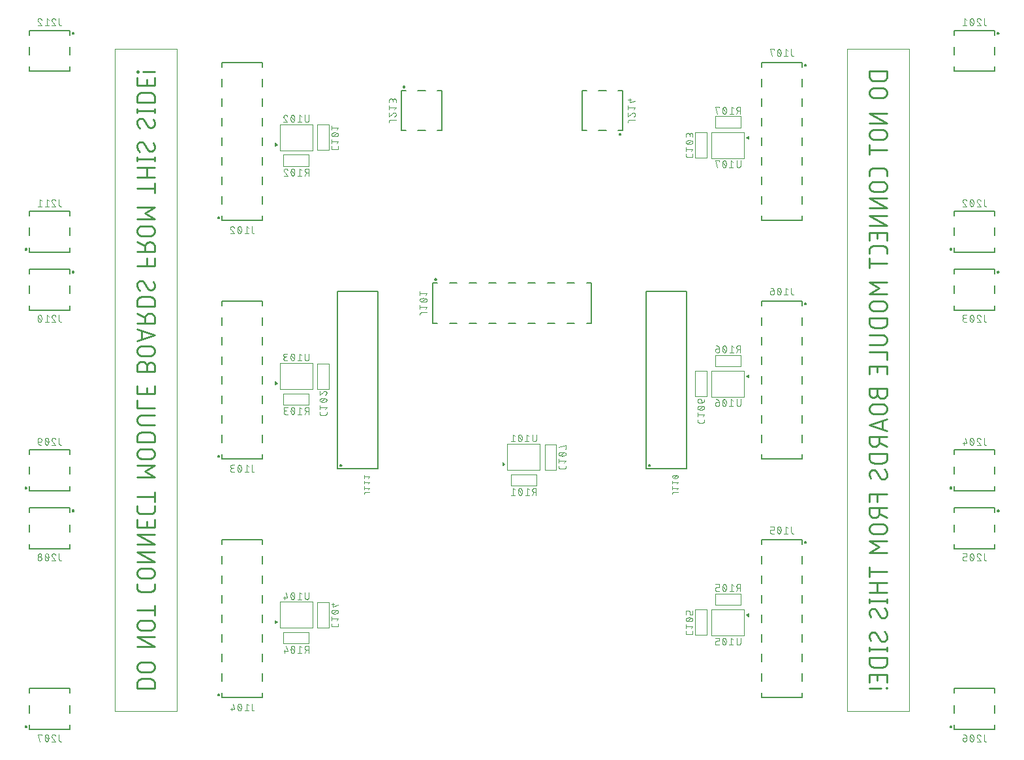
<source format=gbr>
G04 EAGLE Gerber RS-274X export*
G75*
%MOMM*%
%FSLAX34Y34*%
%LPD*%
%INSilkscreen Bottom*%
%IPPOS*%
%AMOC8*
5,1,8,0,0,1.08239X$1,22.5*%
G01*
%ADD10C,0.254000*%
%ADD11C,0.100000*%
%ADD12C,0.200000*%
%ADD13C,0.101600*%
%ADD14C,0.076200*%

G36*
X-306930Y303014D02*
X-306930Y303014D01*
X-306875Y303017D01*
X-306826Y303038D01*
X-306790Y303047D01*
X-306764Y303066D01*
X-306723Y303085D01*
X-303723Y305085D01*
X-303718Y305089D01*
X-303712Y305092D01*
X-303680Y305127D01*
X-303646Y305150D01*
X-303623Y305185D01*
X-303583Y305226D01*
X-303580Y305232D01*
X-303576Y305237D01*
X-303556Y305291D01*
X-303539Y305317D01*
X-303533Y305350D01*
X-303509Y305410D01*
X-303509Y305417D01*
X-303507Y305423D01*
X-303510Y305489D01*
X-303506Y305514D01*
X-303511Y305538D01*
X-303513Y305609D01*
X-303516Y305615D01*
X-303516Y305622D01*
X-303547Y305686D01*
X-303552Y305707D01*
X-303564Y305724D01*
X-303594Y305791D01*
X-303599Y305795D01*
X-303602Y305801D01*
X-303664Y305860D01*
X-303669Y305867D01*
X-303676Y305871D01*
X-303723Y305915D01*
X-306723Y307915D01*
X-306774Y307936D01*
X-306820Y307966D01*
X-306865Y307973D01*
X-306907Y307991D01*
X-306962Y307990D01*
X-307017Y307999D01*
X-307061Y307988D01*
X-307106Y307988D01*
X-307157Y307966D01*
X-307210Y307953D01*
X-307246Y307926D01*
X-307288Y307908D01*
X-307326Y307868D01*
X-307370Y307835D01*
X-307393Y307796D01*
X-307424Y307763D01*
X-307443Y307711D01*
X-307472Y307664D01*
X-307480Y307612D01*
X-307493Y307577D01*
X-307492Y307544D01*
X-307499Y307500D01*
X-307499Y303500D01*
X-307488Y303446D01*
X-307487Y303391D01*
X-307469Y303350D01*
X-307460Y303305D01*
X-307428Y303260D01*
X-307406Y303209D01*
X-307373Y303179D01*
X-307347Y303141D01*
X-307301Y303112D01*
X-307260Y303074D01*
X-307218Y303059D01*
X-307180Y303034D01*
X-307125Y303025D01*
X-307074Y303006D01*
X-307028Y303009D01*
X-306983Y303001D01*
X-306930Y303014D01*
G37*
G36*
X-306930Y-6986D02*
X-306930Y-6986D01*
X-306875Y-6983D01*
X-306826Y-6962D01*
X-306790Y-6953D01*
X-306764Y-6934D01*
X-306723Y-6915D01*
X-303723Y-4915D01*
X-303718Y-4911D01*
X-303712Y-4908D01*
X-303680Y-4873D01*
X-303646Y-4850D01*
X-303623Y-4815D01*
X-303583Y-4774D01*
X-303580Y-4768D01*
X-303576Y-4763D01*
X-303556Y-4709D01*
X-303539Y-4683D01*
X-303533Y-4651D01*
X-303509Y-4590D01*
X-303509Y-4583D01*
X-303507Y-4577D01*
X-303510Y-4511D01*
X-303506Y-4486D01*
X-303511Y-4462D01*
X-303513Y-4391D01*
X-303516Y-4385D01*
X-303516Y-4378D01*
X-303547Y-4314D01*
X-303552Y-4293D01*
X-303564Y-4276D01*
X-303594Y-4209D01*
X-303599Y-4205D01*
X-303602Y-4199D01*
X-303664Y-4140D01*
X-303669Y-4133D01*
X-303676Y-4129D01*
X-303723Y-4085D01*
X-306723Y-2085D01*
X-306774Y-2064D01*
X-306820Y-2034D01*
X-306865Y-2027D01*
X-306907Y-2009D01*
X-306962Y-2010D01*
X-307017Y-2001D01*
X-307061Y-2012D01*
X-307106Y-2012D01*
X-307157Y-2034D01*
X-307210Y-2047D01*
X-307246Y-2074D01*
X-307288Y-2092D01*
X-307326Y-2132D01*
X-307370Y-2165D01*
X-307393Y-2204D01*
X-307424Y-2237D01*
X-307443Y-2289D01*
X-307472Y-2336D01*
X-307480Y-2388D01*
X-307493Y-2423D01*
X-307492Y-2456D01*
X-307499Y-2500D01*
X-307499Y-6500D01*
X-307488Y-6554D01*
X-307487Y-6609D01*
X-307469Y-6650D01*
X-307460Y-6695D01*
X-307428Y-6740D01*
X-307406Y-6791D01*
X-307373Y-6821D01*
X-307347Y-6859D01*
X-307301Y-6888D01*
X-307260Y-6926D01*
X-307218Y-6941D01*
X-307180Y-6966D01*
X-307125Y-6975D01*
X-307074Y-6994D01*
X-307028Y-6991D01*
X-306983Y-6999D01*
X-306930Y-6986D01*
G37*
G36*
X-11930Y-111986D02*
X-11930Y-111986D01*
X-11875Y-111983D01*
X-11826Y-111962D01*
X-11790Y-111953D01*
X-11764Y-111934D01*
X-11723Y-111915D01*
X-8723Y-109915D01*
X-8718Y-109911D01*
X-8712Y-109908D01*
X-8680Y-109873D01*
X-8646Y-109850D01*
X-8623Y-109815D01*
X-8583Y-109774D01*
X-8580Y-109768D01*
X-8576Y-109763D01*
X-8556Y-109709D01*
X-8539Y-109683D01*
X-8533Y-109651D01*
X-8509Y-109590D01*
X-8509Y-109583D01*
X-8507Y-109577D01*
X-8510Y-109511D01*
X-8506Y-109486D01*
X-8511Y-109462D01*
X-8513Y-109391D01*
X-8516Y-109385D01*
X-8516Y-109378D01*
X-8547Y-109314D01*
X-8552Y-109293D01*
X-8564Y-109276D01*
X-8594Y-109209D01*
X-8599Y-109205D01*
X-8602Y-109199D01*
X-8664Y-109140D01*
X-8669Y-109133D01*
X-8676Y-109129D01*
X-8723Y-109085D01*
X-11723Y-107085D01*
X-11774Y-107064D01*
X-11820Y-107034D01*
X-11865Y-107027D01*
X-11907Y-107009D01*
X-11962Y-107010D01*
X-12017Y-107001D01*
X-12061Y-107012D01*
X-12106Y-107012D01*
X-12157Y-107034D01*
X-12210Y-107047D01*
X-12246Y-107074D01*
X-12288Y-107092D01*
X-12326Y-107132D01*
X-12370Y-107165D01*
X-12393Y-107204D01*
X-12424Y-107237D01*
X-12443Y-107289D01*
X-12472Y-107336D01*
X-12480Y-107388D01*
X-12493Y-107423D01*
X-12492Y-107456D01*
X-12499Y-107500D01*
X-12499Y-111500D01*
X-12488Y-111554D01*
X-12487Y-111609D01*
X-12469Y-111650D01*
X-12460Y-111695D01*
X-12428Y-111740D01*
X-12406Y-111791D01*
X-12373Y-111821D01*
X-12347Y-111859D01*
X-12301Y-111888D01*
X-12260Y-111926D01*
X-12218Y-111941D01*
X-12180Y-111966D01*
X-12125Y-111975D01*
X-12074Y-111994D01*
X-12028Y-111991D01*
X-11983Y-111999D01*
X-11930Y-111986D01*
G37*
G36*
X-306930Y-316986D02*
X-306930Y-316986D01*
X-306875Y-316983D01*
X-306826Y-316962D01*
X-306790Y-316953D01*
X-306764Y-316934D01*
X-306723Y-316915D01*
X-303723Y-314915D01*
X-303718Y-314911D01*
X-303712Y-314908D01*
X-303680Y-314873D01*
X-303646Y-314850D01*
X-303623Y-314815D01*
X-303583Y-314774D01*
X-303580Y-314768D01*
X-303576Y-314763D01*
X-303556Y-314709D01*
X-303539Y-314683D01*
X-303533Y-314651D01*
X-303509Y-314590D01*
X-303509Y-314583D01*
X-303507Y-314577D01*
X-303510Y-314511D01*
X-303506Y-314486D01*
X-303511Y-314462D01*
X-303513Y-314391D01*
X-303516Y-314385D01*
X-303516Y-314378D01*
X-303547Y-314314D01*
X-303552Y-314293D01*
X-303564Y-314276D01*
X-303594Y-314209D01*
X-303599Y-314205D01*
X-303602Y-314199D01*
X-303664Y-314140D01*
X-303669Y-314133D01*
X-303676Y-314129D01*
X-303723Y-314085D01*
X-306723Y-312085D01*
X-306774Y-312064D01*
X-306820Y-312034D01*
X-306865Y-312027D01*
X-306907Y-312009D01*
X-306962Y-312010D01*
X-307017Y-312001D01*
X-307061Y-312012D01*
X-307106Y-312012D01*
X-307157Y-312034D01*
X-307210Y-312047D01*
X-307246Y-312074D01*
X-307288Y-312092D01*
X-307326Y-312132D01*
X-307370Y-312165D01*
X-307393Y-312204D01*
X-307424Y-312237D01*
X-307443Y-312289D01*
X-307472Y-312336D01*
X-307480Y-312388D01*
X-307493Y-312423D01*
X-307492Y-312456D01*
X-307499Y-312500D01*
X-307499Y-316500D01*
X-307488Y-316554D01*
X-307487Y-316609D01*
X-307469Y-316650D01*
X-307460Y-316695D01*
X-307428Y-316740D01*
X-307406Y-316791D01*
X-307373Y-316821D01*
X-307347Y-316859D01*
X-307301Y-316888D01*
X-307260Y-316926D01*
X-307218Y-316941D01*
X-307180Y-316966D01*
X-307125Y-316975D01*
X-307074Y-316994D01*
X-307028Y-316991D01*
X-306983Y-316999D01*
X-306930Y-316986D01*
G37*
G36*
X307061Y312012D02*
X307061Y312012D01*
X307106Y312012D01*
X307157Y312034D01*
X307210Y312047D01*
X307246Y312074D01*
X307288Y312092D01*
X307326Y312132D01*
X307370Y312165D01*
X307393Y312204D01*
X307424Y312237D01*
X307443Y312289D01*
X307472Y312336D01*
X307480Y312388D01*
X307493Y312423D01*
X307492Y312456D01*
X307499Y312500D01*
X307499Y316500D01*
X307498Y316506D01*
X307499Y316511D01*
X307488Y316556D01*
X307487Y316609D01*
X307469Y316650D01*
X307460Y316695D01*
X307428Y316740D01*
X307406Y316791D01*
X307373Y316821D01*
X307347Y316859D01*
X307301Y316888D01*
X307260Y316926D01*
X307218Y316941D01*
X307180Y316966D01*
X307125Y316975D01*
X307074Y316994D01*
X307028Y316991D01*
X306983Y316999D01*
X306930Y316986D01*
X306875Y316983D01*
X306826Y316962D01*
X306790Y316953D01*
X306764Y316934D01*
X306723Y316915D01*
X303723Y314915D01*
X303718Y314911D01*
X303712Y314908D01*
X303664Y314856D01*
X303646Y314844D01*
X303634Y314826D01*
X303583Y314774D01*
X303580Y314768D01*
X303576Y314763D01*
X303551Y314695D01*
X303539Y314677D01*
X303535Y314655D01*
X303509Y314590D01*
X303509Y314583D01*
X303507Y314577D01*
X303510Y314506D01*
X303506Y314480D01*
X303512Y314455D01*
X303513Y314391D01*
X303516Y314385D01*
X303516Y314378D01*
X303544Y314320D01*
X303552Y314287D01*
X303571Y314260D01*
X303594Y314209D01*
X303599Y314205D01*
X303602Y314199D01*
X303650Y314154D01*
X303669Y314127D01*
X303693Y314113D01*
X303723Y314085D01*
X306723Y312085D01*
X306774Y312064D01*
X306820Y312034D01*
X306865Y312027D01*
X306907Y312009D01*
X306962Y312010D01*
X307017Y312001D01*
X307061Y312012D01*
G37*
G36*
X307061Y2012D02*
X307061Y2012D01*
X307106Y2012D01*
X307157Y2034D01*
X307210Y2047D01*
X307246Y2074D01*
X307288Y2092D01*
X307326Y2132D01*
X307370Y2165D01*
X307393Y2204D01*
X307424Y2237D01*
X307443Y2289D01*
X307472Y2336D01*
X307480Y2388D01*
X307493Y2423D01*
X307492Y2456D01*
X307499Y2500D01*
X307499Y6500D01*
X307498Y6506D01*
X307499Y6511D01*
X307488Y6556D01*
X307487Y6609D01*
X307469Y6650D01*
X307460Y6695D01*
X307428Y6740D01*
X307406Y6791D01*
X307373Y6821D01*
X307347Y6859D01*
X307301Y6888D01*
X307260Y6926D01*
X307218Y6941D01*
X307180Y6966D01*
X307125Y6975D01*
X307074Y6994D01*
X307028Y6991D01*
X306983Y6999D01*
X306930Y6986D01*
X306875Y6983D01*
X306826Y6962D01*
X306790Y6953D01*
X306764Y6934D01*
X306723Y6915D01*
X303723Y4915D01*
X303718Y4911D01*
X303712Y4908D01*
X303664Y4856D01*
X303646Y4844D01*
X303634Y4826D01*
X303583Y4774D01*
X303580Y4768D01*
X303576Y4763D01*
X303551Y4695D01*
X303539Y4677D01*
X303535Y4655D01*
X303509Y4590D01*
X303509Y4583D01*
X303507Y4577D01*
X303510Y4506D01*
X303506Y4480D01*
X303512Y4455D01*
X303513Y4391D01*
X303516Y4385D01*
X303516Y4378D01*
X303544Y4320D01*
X303552Y4287D01*
X303571Y4260D01*
X303594Y4209D01*
X303599Y4205D01*
X303602Y4199D01*
X303650Y4154D01*
X303669Y4127D01*
X303693Y4113D01*
X303723Y4085D01*
X306723Y2085D01*
X306774Y2064D01*
X306820Y2034D01*
X306865Y2027D01*
X306907Y2009D01*
X306962Y2010D01*
X307017Y2001D01*
X307061Y2012D01*
G37*
G36*
X307061Y-307988D02*
X307061Y-307988D01*
X307106Y-307988D01*
X307157Y-307966D01*
X307210Y-307953D01*
X307246Y-307926D01*
X307288Y-307908D01*
X307326Y-307868D01*
X307370Y-307835D01*
X307393Y-307796D01*
X307424Y-307763D01*
X307443Y-307711D01*
X307472Y-307664D01*
X307480Y-307612D01*
X307493Y-307577D01*
X307492Y-307544D01*
X307499Y-307500D01*
X307499Y-303500D01*
X307498Y-303494D01*
X307499Y-303489D01*
X307488Y-303444D01*
X307487Y-303391D01*
X307469Y-303350D01*
X307460Y-303305D01*
X307428Y-303260D01*
X307406Y-303209D01*
X307373Y-303179D01*
X307347Y-303141D01*
X307301Y-303112D01*
X307260Y-303074D01*
X307218Y-303059D01*
X307180Y-303034D01*
X307125Y-303025D01*
X307074Y-303006D01*
X307028Y-303009D01*
X306983Y-303001D01*
X306930Y-303014D01*
X306875Y-303017D01*
X306826Y-303038D01*
X306790Y-303047D01*
X306764Y-303066D01*
X306723Y-303085D01*
X303723Y-305085D01*
X303718Y-305089D01*
X303712Y-305092D01*
X303664Y-305144D01*
X303646Y-305156D01*
X303634Y-305174D01*
X303583Y-305226D01*
X303580Y-305232D01*
X303576Y-305237D01*
X303551Y-305305D01*
X303539Y-305323D01*
X303535Y-305345D01*
X303509Y-305410D01*
X303509Y-305417D01*
X303507Y-305423D01*
X303510Y-305494D01*
X303506Y-305520D01*
X303512Y-305545D01*
X303513Y-305609D01*
X303516Y-305615D01*
X303516Y-305622D01*
X303544Y-305680D01*
X303552Y-305713D01*
X303571Y-305740D01*
X303594Y-305791D01*
X303599Y-305795D01*
X303602Y-305801D01*
X303650Y-305846D01*
X303669Y-305873D01*
X303693Y-305887D01*
X303723Y-305915D01*
X306723Y-307915D01*
X306774Y-307936D01*
X306820Y-307966D01*
X306865Y-307973D01*
X306907Y-307991D01*
X306962Y-307990D01*
X307017Y-307999D01*
X307061Y-307988D01*
G37*
D10*
X486430Y400885D02*
X463570Y400885D01*
X463570Y394535D01*
X463572Y394377D01*
X463578Y394218D01*
X463588Y394060D01*
X463602Y393903D01*
X463619Y393745D01*
X463641Y393589D01*
X463666Y393432D01*
X463696Y393277D01*
X463729Y393122D01*
X463766Y392968D01*
X463807Y392815D01*
X463852Y392663D01*
X463901Y392513D01*
X463953Y392363D01*
X464009Y392215D01*
X464069Y392068D01*
X464132Y391923D01*
X464199Y391780D01*
X464269Y391638D01*
X464343Y391498D01*
X464421Y391360D01*
X464502Y391224D01*
X464586Y391090D01*
X464673Y390958D01*
X464764Y390828D01*
X464858Y390701D01*
X464955Y390576D01*
X465056Y390453D01*
X465159Y390333D01*
X465265Y390216D01*
X465374Y390101D01*
X465486Y389989D01*
X465601Y389880D01*
X465718Y389774D01*
X465838Y389671D01*
X465961Y389570D01*
X466086Y389473D01*
X466213Y389379D01*
X466343Y389288D01*
X466475Y389201D01*
X466609Y389117D01*
X466745Y389036D01*
X466883Y388958D01*
X467023Y388884D01*
X467165Y388814D01*
X467308Y388747D01*
X467453Y388684D01*
X467600Y388624D01*
X467748Y388568D01*
X467898Y388516D01*
X468048Y388467D01*
X468200Y388422D01*
X468353Y388381D01*
X468507Y388344D01*
X468662Y388311D01*
X468817Y388281D01*
X468974Y388256D01*
X469130Y388234D01*
X469288Y388217D01*
X469445Y388203D01*
X469603Y388193D01*
X469762Y388187D01*
X469920Y388185D01*
X480080Y388185D01*
X480238Y388187D01*
X480397Y388193D01*
X480555Y388203D01*
X480712Y388217D01*
X480870Y388234D01*
X481026Y388256D01*
X481183Y388281D01*
X481338Y388311D01*
X481493Y388344D01*
X481647Y388381D01*
X481800Y388422D01*
X481952Y388467D01*
X482102Y388516D01*
X482252Y388568D01*
X482400Y388624D01*
X482547Y388684D01*
X482692Y388747D01*
X482835Y388814D01*
X482977Y388884D01*
X483117Y388958D01*
X483255Y389036D01*
X483391Y389117D01*
X483525Y389201D01*
X483657Y389288D01*
X483787Y389379D01*
X483914Y389473D01*
X484039Y389570D01*
X484162Y389671D01*
X484282Y389774D01*
X484399Y389880D01*
X484514Y389989D01*
X484626Y390101D01*
X484735Y390216D01*
X484841Y390333D01*
X484944Y390453D01*
X485045Y390576D01*
X485142Y390701D01*
X485236Y390828D01*
X485327Y390958D01*
X485414Y391090D01*
X485498Y391224D01*
X485579Y391360D01*
X485657Y391498D01*
X485731Y391638D01*
X485801Y391780D01*
X485868Y391923D01*
X485931Y392068D01*
X485991Y392215D01*
X486047Y392363D01*
X486099Y392513D01*
X486148Y392663D01*
X486193Y392815D01*
X486234Y392968D01*
X486271Y393122D01*
X486304Y393277D01*
X486334Y393432D01*
X486359Y393589D01*
X486381Y393745D01*
X486398Y393903D01*
X486412Y394060D01*
X486422Y394218D01*
X486428Y394377D01*
X486430Y394535D01*
X486430Y400885D01*
X480080Y379310D02*
X469920Y379310D01*
X469762Y379308D01*
X469603Y379302D01*
X469445Y379292D01*
X469288Y379278D01*
X469130Y379261D01*
X468974Y379239D01*
X468817Y379214D01*
X468662Y379184D01*
X468507Y379151D01*
X468353Y379114D01*
X468200Y379073D01*
X468048Y379028D01*
X467898Y378979D01*
X467748Y378927D01*
X467600Y378871D01*
X467453Y378811D01*
X467308Y378748D01*
X467165Y378681D01*
X467023Y378611D01*
X466883Y378537D01*
X466745Y378459D01*
X466609Y378378D01*
X466475Y378294D01*
X466343Y378207D01*
X466213Y378116D01*
X466086Y378022D01*
X465961Y377925D01*
X465838Y377824D01*
X465718Y377721D01*
X465601Y377615D01*
X465486Y377506D01*
X465374Y377394D01*
X465265Y377279D01*
X465159Y377162D01*
X465056Y377042D01*
X464955Y376919D01*
X464858Y376794D01*
X464764Y376667D01*
X464673Y376537D01*
X464586Y376405D01*
X464502Y376271D01*
X464421Y376135D01*
X464343Y375997D01*
X464269Y375857D01*
X464199Y375715D01*
X464132Y375572D01*
X464069Y375427D01*
X464009Y375280D01*
X463953Y375132D01*
X463901Y374982D01*
X463852Y374832D01*
X463807Y374680D01*
X463766Y374527D01*
X463729Y374373D01*
X463696Y374218D01*
X463666Y374063D01*
X463641Y373906D01*
X463619Y373750D01*
X463602Y373592D01*
X463588Y373435D01*
X463578Y373277D01*
X463572Y373118D01*
X463570Y372960D01*
X463572Y372802D01*
X463578Y372643D01*
X463588Y372485D01*
X463602Y372328D01*
X463619Y372170D01*
X463641Y372014D01*
X463666Y371857D01*
X463696Y371702D01*
X463729Y371547D01*
X463766Y371393D01*
X463807Y371240D01*
X463852Y371088D01*
X463901Y370938D01*
X463953Y370788D01*
X464009Y370640D01*
X464069Y370493D01*
X464132Y370348D01*
X464199Y370205D01*
X464269Y370063D01*
X464343Y369923D01*
X464421Y369785D01*
X464502Y369649D01*
X464586Y369515D01*
X464673Y369383D01*
X464764Y369253D01*
X464858Y369126D01*
X464955Y369001D01*
X465056Y368878D01*
X465159Y368758D01*
X465265Y368641D01*
X465374Y368526D01*
X465486Y368414D01*
X465601Y368305D01*
X465718Y368199D01*
X465838Y368096D01*
X465961Y367995D01*
X466086Y367898D01*
X466213Y367804D01*
X466343Y367713D01*
X466475Y367626D01*
X466609Y367542D01*
X466745Y367461D01*
X466883Y367383D01*
X467023Y367309D01*
X467165Y367239D01*
X467308Y367172D01*
X467453Y367109D01*
X467600Y367049D01*
X467748Y366993D01*
X467898Y366941D01*
X468048Y366892D01*
X468200Y366847D01*
X468353Y366806D01*
X468507Y366769D01*
X468662Y366736D01*
X468817Y366706D01*
X468974Y366681D01*
X469130Y366659D01*
X469288Y366642D01*
X469445Y366628D01*
X469603Y366618D01*
X469762Y366612D01*
X469920Y366610D01*
X480080Y366610D01*
X480238Y366612D01*
X480397Y366618D01*
X480555Y366628D01*
X480712Y366642D01*
X480870Y366659D01*
X481026Y366681D01*
X481183Y366706D01*
X481338Y366736D01*
X481493Y366769D01*
X481647Y366806D01*
X481800Y366847D01*
X481952Y366892D01*
X482102Y366941D01*
X482252Y366993D01*
X482400Y367049D01*
X482547Y367109D01*
X482692Y367172D01*
X482835Y367239D01*
X482977Y367309D01*
X483117Y367383D01*
X483255Y367461D01*
X483391Y367542D01*
X483525Y367626D01*
X483657Y367713D01*
X483787Y367804D01*
X483914Y367898D01*
X484039Y367995D01*
X484162Y368096D01*
X484282Y368199D01*
X484399Y368305D01*
X484514Y368414D01*
X484626Y368526D01*
X484735Y368641D01*
X484841Y368758D01*
X484944Y368878D01*
X485045Y369001D01*
X485142Y369126D01*
X485236Y369253D01*
X485327Y369383D01*
X485414Y369515D01*
X485498Y369649D01*
X485579Y369785D01*
X485657Y369923D01*
X485731Y370063D01*
X485801Y370205D01*
X485868Y370348D01*
X485931Y370493D01*
X485991Y370640D01*
X486047Y370788D01*
X486099Y370938D01*
X486148Y371088D01*
X486193Y371240D01*
X486234Y371393D01*
X486271Y371547D01*
X486304Y371702D01*
X486334Y371857D01*
X486359Y372014D01*
X486381Y372170D01*
X486398Y372328D01*
X486412Y372485D01*
X486422Y372643D01*
X486428Y372802D01*
X486430Y372960D01*
X486428Y373118D01*
X486422Y373277D01*
X486412Y373435D01*
X486398Y373592D01*
X486381Y373750D01*
X486359Y373906D01*
X486334Y374063D01*
X486304Y374218D01*
X486271Y374373D01*
X486234Y374527D01*
X486193Y374680D01*
X486148Y374832D01*
X486099Y374982D01*
X486047Y375132D01*
X485991Y375280D01*
X485931Y375427D01*
X485868Y375572D01*
X485801Y375715D01*
X485731Y375857D01*
X485657Y375997D01*
X485579Y376135D01*
X485498Y376271D01*
X485414Y376405D01*
X485327Y376537D01*
X485236Y376667D01*
X485142Y376794D01*
X485045Y376919D01*
X484944Y377042D01*
X484841Y377162D01*
X484735Y377279D01*
X484626Y377394D01*
X484514Y377506D01*
X484399Y377615D01*
X484282Y377721D01*
X484162Y377824D01*
X484039Y377925D01*
X483914Y378022D01*
X483787Y378116D01*
X483657Y378207D01*
X483525Y378294D01*
X483391Y378378D01*
X483255Y378459D01*
X483117Y378537D01*
X482977Y378611D01*
X482835Y378681D01*
X482692Y378748D01*
X482547Y378811D01*
X482400Y378871D01*
X482252Y378927D01*
X482102Y378979D01*
X481952Y379028D01*
X481800Y379073D01*
X481647Y379114D01*
X481493Y379151D01*
X481338Y379184D01*
X481183Y379214D01*
X481026Y379239D01*
X480870Y379261D01*
X480712Y379278D01*
X480555Y379292D01*
X480397Y379302D01*
X480238Y379308D01*
X480080Y379310D01*
X486430Y346600D02*
X463570Y346600D01*
X486430Y333900D01*
X463570Y333900D01*
X469920Y325025D02*
X480080Y325025D01*
X469920Y325025D02*
X469762Y325023D01*
X469603Y325017D01*
X469445Y325007D01*
X469288Y324993D01*
X469130Y324976D01*
X468974Y324954D01*
X468817Y324929D01*
X468662Y324899D01*
X468507Y324866D01*
X468353Y324829D01*
X468200Y324788D01*
X468048Y324743D01*
X467898Y324694D01*
X467748Y324642D01*
X467600Y324586D01*
X467453Y324526D01*
X467308Y324463D01*
X467165Y324396D01*
X467023Y324326D01*
X466883Y324252D01*
X466745Y324174D01*
X466609Y324093D01*
X466475Y324009D01*
X466343Y323922D01*
X466213Y323831D01*
X466086Y323737D01*
X465961Y323640D01*
X465838Y323539D01*
X465718Y323436D01*
X465601Y323330D01*
X465486Y323221D01*
X465374Y323109D01*
X465265Y322994D01*
X465159Y322877D01*
X465056Y322757D01*
X464955Y322634D01*
X464858Y322509D01*
X464764Y322382D01*
X464673Y322252D01*
X464586Y322120D01*
X464502Y321986D01*
X464421Y321850D01*
X464343Y321712D01*
X464269Y321572D01*
X464199Y321430D01*
X464132Y321287D01*
X464069Y321142D01*
X464009Y320995D01*
X463953Y320847D01*
X463901Y320697D01*
X463852Y320547D01*
X463807Y320395D01*
X463766Y320242D01*
X463729Y320088D01*
X463696Y319933D01*
X463666Y319778D01*
X463641Y319621D01*
X463619Y319465D01*
X463602Y319307D01*
X463588Y319150D01*
X463578Y318992D01*
X463572Y318833D01*
X463570Y318675D01*
X463572Y318517D01*
X463578Y318358D01*
X463588Y318200D01*
X463602Y318043D01*
X463619Y317885D01*
X463641Y317729D01*
X463666Y317572D01*
X463696Y317417D01*
X463729Y317262D01*
X463766Y317108D01*
X463807Y316955D01*
X463852Y316803D01*
X463901Y316653D01*
X463953Y316503D01*
X464009Y316355D01*
X464069Y316208D01*
X464132Y316063D01*
X464199Y315920D01*
X464269Y315778D01*
X464343Y315638D01*
X464421Y315500D01*
X464502Y315364D01*
X464586Y315230D01*
X464673Y315098D01*
X464764Y314968D01*
X464858Y314841D01*
X464955Y314716D01*
X465056Y314593D01*
X465159Y314473D01*
X465265Y314356D01*
X465374Y314241D01*
X465486Y314129D01*
X465601Y314020D01*
X465718Y313914D01*
X465838Y313811D01*
X465961Y313710D01*
X466086Y313613D01*
X466213Y313519D01*
X466343Y313428D01*
X466475Y313341D01*
X466609Y313257D01*
X466745Y313176D01*
X466883Y313098D01*
X467023Y313024D01*
X467165Y312954D01*
X467308Y312887D01*
X467453Y312824D01*
X467600Y312764D01*
X467748Y312708D01*
X467898Y312656D01*
X468048Y312607D01*
X468200Y312562D01*
X468353Y312521D01*
X468507Y312484D01*
X468662Y312451D01*
X468817Y312421D01*
X468974Y312396D01*
X469130Y312374D01*
X469288Y312357D01*
X469445Y312343D01*
X469603Y312333D01*
X469762Y312327D01*
X469920Y312325D01*
X480080Y312325D01*
X480238Y312327D01*
X480397Y312333D01*
X480555Y312343D01*
X480712Y312357D01*
X480870Y312374D01*
X481026Y312396D01*
X481183Y312421D01*
X481338Y312451D01*
X481493Y312484D01*
X481647Y312521D01*
X481800Y312562D01*
X481952Y312607D01*
X482102Y312656D01*
X482252Y312708D01*
X482400Y312764D01*
X482547Y312824D01*
X482692Y312887D01*
X482835Y312954D01*
X482977Y313024D01*
X483117Y313098D01*
X483255Y313176D01*
X483391Y313257D01*
X483525Y313341D01*
X483657Y313428D01*
X483787Y313519D01*
X483914Y313613D01*
X484039Y313710D01*
X484162Y313811D01*
X484282Y313914D01*
X484399Y314020D01*
X484514Y314129D01*
X484626Y314241D01*
X484735Y314356D01*
X484841Y314473D01*
X484944Y314593D01*
X485045Y314716D01*
X485142Y314841D01*
X485236Y314968D01*
X485327Y315098D01*
X485414Y315230D01*
X485498Y315364D01*
X485579Y315500D01*
X485657Y315638D01*
X485731Y315778D01*
X485801Y315920D01*
X485868Y316063D01*
X485931Y316208D01*
X485991Y316355D01*
X486047Y316503D01*
X486099Y316653D01*
X486148Y316803D01*
X486193Y316955D01*
X486234Y317108D01*
X486271Y317262D01*
X486304Y317417D01*
X486334Y317572D01*
X486359Y317729D01*
X486381Y317885D01*
X486398Y318043D01*
X486412Y318200D01*
X486422Y318358D01*
X486428Y318517D01*
X486430Y318675D01*
X486428Y318833D01*
X486422Y318992D01*
X486412Y319150D01*
X486398Y319307D01*
X486381Y319465D01*
X486359Y319621D01*
X486334Y319778D01*
X486304Y319933D01*
X486271Y320088D01*
X486234Y320242D01*
X486193Y320395D01*
X486148Y320547D01*
X486099Y320697D01*
X486047Y320847D01*
X485991Y320995D01*
X485931Y321142D01*
X485868Y321287D01*
X485801Y321430D01*
X485731Y321572D01*
X485657Y321712D01*
X485579Y321850D01*
X485498Y321986D01*
X485414Y322120D01*
X485327Y322252D01*
X485236Y322382D01*
X485142Y322509D01*
X485045Y322634D01*
X484944Y322757D01*
X484841Y322877D01*
X484735Y322994D01*
X484626Y323109D01*
X484514Y323221D01*
X484399Y323330D01*
X484282Y323436D01*
X484162Y323539D01*
X484039Y323640D01*
X483914Y323737D01*
X483787Y323831D01*
X483657Y323922D01*
X483525Y324009D01*
X483391Y324093D01*
X483255Y324174D01*
X483117Y324252D01*
X482977Y324326D01*
X482835Y324396D01*
X482692Y324463D01*
X482547Y324526D01*
X482400Y324586D01*
X482252Y324642D01*
X482102Y324694D01*
X481952Y324743D01*
X481800Y324788D01*
X481647Y324829D01*
X481493Y324866D01*
X481338Y324899D01*
X481183Y324929D01*
X481026Y324954D01*
X480870Y324976D01*
X480712Y324993D01*
X480555Y325007D01*
X480397Y325017D01*
X480238Y325023D01*
X480080Y325025D01*
X486430Y299188D02*
X463570Y299188D01*
X463570Y305538D02*
X463570Y292838D01*
X486430Y269867D02*
X486430Y264787D01*
X486430Y269867D02*
X486428Y270007D01*
X486422Y270147D01*
X486413Y270287D01*
X486399Y270426D01*
X486382Y270565D01*
X486361Y270703D01*
X486336Y270841D01*
X486307Y270978D01*
X486275Y271114D01*
X486238Y271249D01*
X486198Y271383D01*
X486155Y271516D01*
X486107Y271648D01*
X486057Y271779D01*
X486002Y271908D01*
X485944Y272035D01*
X485883Y272161D01*
X485818Y272285D01*
X485749Y272407D01*
X485678Y272527D01*
X485603Y272645D01*
X485525Y272762D01*
X485443Y272876D01*
X485359Y272987D01*
X485271Y273096D01*
X485181Y273203D01*
X485087Y273308D01*
X484991Y273409D01*
X484892Y273508D01*
X484791Y273604D01*
X484686Y273698D01*
X484579Y273788D01*
X484470Y273876D01*
X484359Y273960D01*
X484245Y274042D01*
X484128Y274120D01*
X484010Y274195D01*
X483890Y274266D01*
X483768Y274335D01*
X483644Y274400D01*
X483518Y274461D01*
X483391Y274519D01*
X483262Y274574D01*
X483131Y274624D01*
X482999Y274672D01*
X482866Y274715D01*
X482732Y274755D01*
X482597Y274792D01*
X482461Y274824D01*
X482324Y274853D01*
X482186Y274878D01*
X482048Y274899D01*
X481909Y274916D01*
X481770Y274930D01*
X481630Y274939D01*
X481490Y274945D01*
X481350Y274947D01*
X468650Y274947D01*
X468510Y274945D01*
X468370Y274939D01*
X468230Y274930D01*
X468091Y274916D01*
X467952Y274899D01*
X467814Y274878D01*
X467676Y274853D01*
X467539Y274824D01*
X467403Y274792D01*
X467268Y274755D01*
X467134Y274715D01*
X467001Y274672D01*
X466869Y274624D01*
X466738Y274574D01*
X466609Y274519D01*
X466482Y274461D01*
X466356Y274400D01*
X466232Y274335D01*
X466110Y274266D01*
X465990Y274195D01*
X465872Y274120D01*
X465755Y274042D01*
X465641Y273960D01*
X465530Y273876D01*
X465421Y273788D01*
X465314Y273698D01*
X465209Y273604D01*
X465108Y273508D01*
X465009Y273409D01*
X464913Y273308D01*
X464819Y273203D01*
X464729Y273096D01*
X464641Y272987D01*
X464557Y272876D01*
X464475Y272762D01*
X464397Y272645D01*
X464322Y272527D01*
X464251Y272407D01*
X464182Y272285D01*
X464117Y272161D01*
X464056Y272035D01*
X463998Y271908D01*
X463943Y271779D01*
X463893Y271648D01*
X463845Y271516D01*
X463802Y271383D01*
X463762Y271249D01*
X463725Y271114D01*
X463693Y270978D01*
X463664Y270841D01*
X463639Y270703D01*
X463618Y270565D01*
X463601Y270426D01*
X463587Y270287D01*
X463578Y270147D01*
X463572Y270007D01*
X463570Y269867D01*
X463570Y264787D01*
X469920Y257517D02*
X480080Y257517D01*
X469920Y257517D02*
X469762Y257515D01*
X469603Y257509D01*
X469445Y257499D01*
X469288Y257485D01*
X469130Y257468D01*
X468974Y257446D01*
X468817Y257421D01*
X468662Y257391D01*
X468507Y257358D01*
X468353Y257321D01*
X468200Y257280D01*
X468048Y257235D01*
X467898Y257186D01*
X467748Y257134D01*
X467600Y257078D01*
X467453Y257018D01*
X467308Y256955D01*
X467165Y256888D01*
X467023Y256818D01*
X466883Y256744D01*
X466745Y256666D01*
X466609Y256585D01*
X466475Y256501D01*
X466343Y256414D01*
X466213Y256323D01*
X466086Y256229D01*
X465961Y256132D01*
X465838Y256031D01*
X465718Y255928D01*
X465601Y255822D01*
X465486Y255713D01*
X465374Y255601D01*
X465265Y255486D01*
X465159Y255369D01*
X465056Y255249D01*
X464955Y255126D01*
X464858Y255001D01*
X464764Y254874D01*
X464673Y254744D01*
X464586Y254612D01*
X464502Y254478D01*
X464421Y254342D01*
X464343Y254204D01*
X464269Y254064D01*
X464199Y253922D01*
X464132Y253779D01*
X464069Y253634D01*
X464009Y253487D01*
X463953Y253339D01*
X463901Y253189D01*
X463852Y253039D01*
X463807Y252887D01*
X463766Y252734D01*
X463729Y252580D01*
X463696Y252425D01*
X463666Y252270D01*
X463641Y252113D01*
X463619Y251957D01*
X463602Y251799D01*
X463588Y251642D01*
X463578Y251484D01*
X463572Y251325D01*
X463570Y251167D01*
X463572Y251009D01*
X463578Y250850D01*
X463588Y250692D01*
X463602Y250535D01*
X463619Y250377D01*
X463641Y250221D01*
X463666Y250064D01*
X463696Y249909D01*
X463729Y249754D01*
X463766Y249600D01*
X463807Y249447D01*
X463852Y249295D01*
X463901Y249145D01*
X463953Y248995D01*
X464009Y248847D01*
X464069Y248700D01*
X464132Y248555D01*
X464199Y248412D01*
X464269Y248270D01*
X464343Y248130D01*
X464421Y247992D01*
X464502Y247856D01*
X464586Y247722D01*
X464673Y247590D01*
X464764Y247460D01*
X464858Y247333D01*
X464955Y247208D01*
X465056Y247085D01*
X465159Y246965D01*
X465265Y246848D01*
X465374Y246733D01*
X465486Y246621D01*
X465601Y246512D01*
X465718Y246406D01*
X465838Y246303D01*
X465961Y246202D01*
X466086Y246105D01*
X466213Y246011D01*
X466343Y245920D01*
X466475Y245833D01*
X466609Y245749D01*
X466745Y245668D01*
X466883Y245590D01*
X467023Y245516D01*
X467165Y245446D01*
X467308Y245379D01*
X467453Y245316D01*
X467600Y245256D01*
X467748Y245200D01*
X467898Y245148D01*
X468048Y245099D01*
X468200Y245054D01*
X468353Y245013D01*
X468507Y244976D01*
X468662Y244943D01*
X468817Y244913D01*
X468974Y244888D01*
X469130Y244866D01*
X469288Y244849D01*
X469445Y244835D01*
X469603Y244825D01*
X469762Y244819D01*
X469920Y244817D01*
X480080Y244817D01*
X480238Y244819D01*
X480397Y244825D01*
X480555Y244835D01*
X480712Y244849D01*
X480870Y244866D01*
X481026Y244888D01*
X481183Y244913D01*
X481338Y244943D01*
X481493Y244976D01*
X481647Y245013D01*
X481800Y245054D01*
X481952Y245099D01*
X482102Y245148D01*
X482252Y245200D01*
X482400Y245256D01*
X482547Y245316D01*
X482692Y245379D01*
X482835Y245446D01*
X482977Y245516D01*
X483117Y245590D01*
X483255Y245668D01*
X483391Y245749D01*
X483525Y245833D01*
X483657Y245920D01*
X483787Y246011D01*
X483914Y246105D01*
X484039Y246202D01*
X484162Y246303D01*
X484282Y246406D01*
X484399Y246512D01*
X484514Y246621D01*
X484626Y246733D01*
X484735Y246848D01*
X484841Y246965D01*
X484944Y247085D01*
X485045Y247208D01*
X485142Y247333D01*
X485236Y247460D01*
X485327Y247590D01*
X485414Y247722D01*
X485498Y247856D01*
X485579Y247992D01*
X485657Y248130D01*
X485731Y248270D01*
X485801Y248412D01*
X485868Y248555D01*
X485931Y248700D01*
X485991Y248847D01*
X486047Y248995D01*
X486099Y249145D01*
X486148Y249295D01*
X486193Y249447D01*
X486234Y249600D01*
X486271Y249754D01*
X486304Y249909D01*
X486334Y250064D01*
X486359Y250221D01*
X486381Y250377D01*
X486398Y250535D01*
X486412Y250692D01*
X486422Y250850D01*
X486428Y251009D01*
X486430Y251167D01*
X486428Y251325D01*
X486422Y251484D01*
X486412Y251642D01*
X486398Y251799D01*
X486381Y251957D01*
X486359Y252113D01*
X486334Y252270D01*
X486304Y252425D01*
X486271Y252580D01*
X486234Y252734D01*
X486193Y252887D01*
X486148Y253039D01*
X486099Y253189D01*
X486047Y253339D01*
X485991Y253487D01*
X485931Y253634D01*
X485868Y253779D01*
X485801Y253922D01*
X485731Y254064D01*
X485657Y254204D01*
X485579Y254342D01*
X485498Y254478D01*
X485414Y254612D01*
X485327Y254744D01*
X485236Y254874D01*
X485142Y255001D01*
X485045Y255126D01*
X484944Y255249D01*
X484841Y255369D01*
X484735Y255486D01*
X484626Y255601D01*
X484514Y255713D01*
X484399Y255822D01*
X484282Y255928D01*
X484162Y256031D01*
X484039Y256132D01*
X483914Y256229D01*
X483787Y256323D01*
X483657Y256414D01*
X483525Y256501D01*
X483391Y256585D01*
X483255Y256666D01*
X483117Y256744D01*
X482977Y256818D01*
X482835Y256888D01*
X482692Y256955D01*
X482547Y257018D01*
X482400Y257078D01*
X482252Y257134D01*
X482102Y257186D01*
X481952Y257235D01*
X481800Y257280D01*
X481647Y257321D01*
X481493Y257358D01*
X481338Y257391D01*
X481183Y257421D01*
X481026Y257446D01*
X480870Y257468D01*
X480712Y257485D01*
X480555Y257499D01*
X480397Y257509D01*
X480238Y257515D01*
X480080Y257517D01*
X486430Y235943D02*
X463570Y235943D01*
X486430Y223243D01*
X463570Y223243D01*
X463570Y213672D02*
X486430Y213672D01*
X486430Y200972D02*
X463570Y213672D01*
X463570Y200972D02*
X486430Y200972D01*
X486430Y191370D02*
X486430Y181210D01*
X486430Y191370D02*
X463570Y191370D01*
X463570Y181210D01*
X473730Y183750D02*
X473730Y191370D01*
X486430Y168953D02*
X486430Y163873D01*
X486430Y168953D02*
X486428Y169093D01*
X486422Y169233D01*
X486413Y169373D01*
X486399Y169512D01*
X486382Y169651D01*
X486361Y169789D01*
X486336Y169927D01*
X486307Y170064D01*
X486275Y170200D01*
X486238Y170335D01*
X486198Y170469D01*
X486155Y170602D01*
X486107Y170734D01*
X486057Y170865D01*
X486002Y170994D01*
X485944Y171121D01*
X485883Y171247D01*
X485818Y171371D01*
X485749Y171493D01*
X485678Y171613D01*
X485603Y171731D01*
X485525Y171848D01*
X485443Y171962D01*
X485359Y172073D01*
X485271Y172182D01*
X485181Y172289D01*
X485087Y172394D01*
X484991Y172495D01*
X484892Y172594D01*
X484791Y172690D01*
X484686Y172784D01*
X484579Y172874D01*
X484470Y172962D01*
X484359Y173046D01*
X484245Y173128D01*
X484128Y173206D01*
X484010Y173281D01*
X483890Y173352D01*
X483768Y173421D01*
X483644Y173486D01*
X483518Y173547D01*
X483391Y173605D01*
X483262Y173660D01*
X483131Y173710D01*
X482999Y173758D01*
X482866Y173801D01*
X482732Y173841D01*
X482597Y173878D01*
X482461Y173910D01*
X482324Y173939D01*
X482186Y173964D01*
X482048Y173985D01*
X481909Y174002D01*
X481770Y174016D01*
X481630Y174025D01*
X481490Y174031D01*
X481350Y174033D01*
X468650Y174033D01*
X468510Y174031D01*
X468370Y174025D01*
X468230Y174016D01*
X468091Y174002D01*
X467952Y173985D01*
X467814Y173964D01*
X467676Y173939D01*
X467539Y173910D01*
X467403Y173878D01*
X467268Y173841D01*
X467134Y173801D01*
X467001Y173758D01*
X466869Y173710D01*
X466738Y173660D01*
X466609Y173605D01*
X466482Y173547D01*
X466356Y173486D01*
X466232Y173421D01*
X466110Y173352D01*
X465990Y173281D01*
X465872Y173206D01*
X465755Y173128D01*
X465641Y173046D01*
X465530Y172962D01*
X465421Y172874D01*
X465314Y172784D01*
X465209Y172690D01*
X465108Y172594D01*
X465009Y172495D01*
X464913Y172394D01*
X464819Y172289D01*
X464729Y172182D01*
X464641Y172073D01*
X464557Y171962D01*
X464475Y171848D01*
X464397Y171731D01*
X464322Y171613D01*
X464251Y171493D01*
X464182Y171371D01*
X464117Y171247D01*
X464056Y171121D01*
X463998Y170994D01*
X463943Y170865D01*
X463893Y170734D01*
X463845Y170602D01*
X463802Y170469D01*
X463762Y170335D01*
X463725Y170200D01*
X463693Y170064D01*
X463664Y169927D01*
X463639Y169789D01*
X463618Y169651D01*
X463601Y169512D01*
X463587Y169373D01*
X463578Y169233D01*
X463572Y169093D01*
X463570Y168953D01*
X463570Y163873D01*
X463570Y151645D02*
X486430Y151645D01*
X463570Y157995D02*
X463570Y145295D01*
X463570Y126555D02*
X486430Y126555D01*
X476270Y118935D02*
X463570Y126555D01*
X476270Y118935D02*
X463570Y111315D01*
X486430Y111315D01*
X480080Y102319D02*
X469920Y102319D01*
X469762Y102317D01*
X469603Y102311D01*
X469445Y102301D01*
X469288Y102287D01*
X469130Y102270D01*
X468974Y102248D01*
X468817Y102223D01*
X468662Y102193D01*
X468507Y102160D01*
X468353Y102123D01*
X468200Y102082D01*
X468048Y102037D01*
X467898Y101988D01*
X467748Y101936D01*
X467600Y101880D01*
X467453Y101820D01*
X467308Y101757D01*
X467165Y101690D01*
X467023Y101620D01*
X466883Y101546D01*
X466745Y101468D01*
X466609Y101387D01*
X466475Y101303D01*
X466343Y101216D01*
X466213Y101125D01*
X466086Y101031D01*
X465961Y100934D01*
X465838Y100833D01*
X465718Y100730D01*
X465601Y100624D01*
X465486Y100515D01*
X465374Y100403D01*
X465265Y100288D01*
X465159Y100171D01*
X465056Y100051D01*
X464955Y99928D01*
X464858Y99803D01*
X464764Y99676D01*
X464673Y99546D01*
X464586Y99414D01*
X464502Y99280D01*
X464421Y99144D01*
X464343Y99006D01*
X464269Y98866D01*
X464199Y98724D01*
X464132Y98581D01*
X464069Y98436D01*
X464009Y98289D01*
X463953Y98141D01*
X463901Y97991D01*
X463852Y97841D01*
X463807Y97689D01*
X463766Y97536D01*
X463729Y97382D01*
X463696Y97227D01*
X463666Y97072D01*
X463641Y96915D01*
X463619Y96759D01*
X463602Y96601D01*
X463588Y96444D01*
X463578Y96286D01*
X463572Y96127D01*
X463570Y95969D01*
X463572Y95811D01*
X463578Y95652D01*
X463588Y95494D01*
X463602Y95337D01*
X463619Y95179D01*
X463641Y95023D01*
X463666Y94866D01*
X463696Y94711D01*
X463729Y94556D01*
X463766Y94402D01*
X463807Y94249D01*
X463852Y94097D01*
X463901Y93947D01*
X463953Y93797D01*
X464009Y93649D01*
X464069Y93502D01*
X464132Y93357D01*
X464199Y93214D01*
X464269Y93072D01*
X464343Y92932D01*
X464421Y92794D01*
X464502Y92658D01*
X464586Y92524D01*
X464673Y92392D01*
X464764Y92262D01*
X464858Y92135D01*
X464955Y92010D01*
X465056Y91887D01*
X465159Y91767D01*
X465265Y91650D01*
X465374Y91535D01*
X465486Y91423D01*
X465601Y91314D01*
X465718Y91208D01*
X465838Y91105D01*
X465961Y91004D01*
X466086Y90907D01*
X466213Y90813D01*
X466343Y90722D01*
X466475Y90635D01*
X466609Y90551D01*
X466745Y90470D01*
X466883Y90392D01*
X467023Y90318D01*
X467165Y90248D01*
X467308Y90181D01*
X467453Y90118D01*
X467600Y90058D01*
X467748Y90002D01*
X467898Y89950D01*
X468048Y89901D01*
X468200Y89856D01*
X468353Y89815D01*
X468507Y89778D01*
X468662Y89745D01*
X468817Y89715D01*
X468974Y89690D01*
X469130Y89668D01*
X469288Y89651D01*
X469445Y89637D01*
X469603Y89627D01*
X469762Y89621D01*
X469920Y89619D01*
X480080Y89619D01*
X480238Y89621D01*
X480397Y89627D01*
X480555Y89637D01*
X480712Y89651D01*
X480870Y89668D01*
X481026Y89690D01*
X481183Y89715D01*
X481338Y89745D01*
X481493Y89778D01*
X481647Y89815D01*
X481800Y89856D01*
X481952Y89901D01*
X482102Y89950D01*
X482252Y90002D01*
X482400Y90058D01*
X482547Y90118D01*
X482692Y90181D01*
X482835Y90248D01*
X482977Y90318D01*
X483117Y90392D01*
X483255Y90470D01*
X483391Y90551D01*
X483525Y90635D01*
X483657Y90722D01*
X483787Y90813D01*
X483914Y90907D01*
X484039Y91004D01*
X484162Y91105D01*
X484282Y91208D01*
X484399Y91314D01*
X484514Y91423D01*
X484626Y91535D01*
X484735Y91650D01*
X484841Y91767D01*
X484944Y91887D01*
X485045Y92010D01*
X485142Y92135D01*
X485236Y92262D01*
X485327Y92392D01*
X485414Y92524D01*
X485498Y92658D01*
X485579Y92794D01*
X485657Y92932D01*
X485731Y93072D01*
X485801Y93214D01*
X485868Y93357D01*
X485931Y93502D01*
X485991Y93649D01*
X486047Y93797D01*
X486099Y93947D01*
X486148Y94097D01*
X486193Y94249D01*
X486234Y94402D01*
X486271Y94556D01*
X486304Y94711D01*
X486334Y94866D01*
X486359Y95023D01*
X486381Y95179D01*
X486398Y95337D01*
X486412Y95494D01*
X486422Y95652D01*
X486428Y95811D01*
X486430Y95969D01*
X486428Y96127D01*
X486422Y96286D01*
X486412Y96444D01*
X486398Y96601D01*
X486381Y96759D01*
X486359Y96915D01*
X486334Y97072D01*
X486304Y97227D01*
X486271Y97382D01*
X486234Y97536D01*
X486193Y97689D01*
X486148Y97841D01*
X486099Y97991D01*
X486047Y98141D01*
X485991Y98289D01*
X485931Y98436D01*
X485868Y98581D01*
X485801Y98724D01*
X485731Y98866D01*
X485657Y99006D01*
X485579Y99144D01*
X485498Y99280D01*
X485414Y99414D01*
X485327Y99546D01*
X485236Y99676D01*
X485142Y99803D01*
X485045Y99928D01*
X484944Y100051D01*
X484841Y100171D01*
X484735Y100288D01*
X484626Y100403D01*
X484514Y100515D01*
X484399Y100624D01*
X484282Y100730D01*
X484162Y100833D01*
X484039Y100934D01*
X483914Y101031D01*
X483787Y101125D01*
X483657Y101216D01*
X483525Y101303D01*
X483391Y101387D01*
X483255Y101468D01*
X483117Y101546D01*
X482977Y101620D01*
X482835Y101690D01*
X482692Y101757D01*
X482547Y101820D01*
X482400Y101880D01*
X482252Y101936D01*
X482102Y101988D01*
X481952Y102037D01*
X481800Y102082D01*
X481647Y102123D01*
X481493Y102160D01*
X481338Y102193D01*
X481183Y102223D01*
X481026Y102248D01*
X480870Y102270D01*
X480712Y102287D01*
X480555Y102301D01*
X480397Y102311D01*
X480238Y102317D01*
X480080Y102319D01*
X486430Y80744D02*
X463570Y80744D01*
X463570Y74394D01*
X463572Y74236D01*
X463578Y74077D01*
X463588Y73919D01*
X463602Y73762D01*
X463619Y73604D01*
X463641Y73448D01*
X463666Y73291D01*
X463696Y73136D01*
X463729Y72981D01*
X463766Y72827D01*
X463807Y72674D01*
X463852Y72522D01*
X463901Y72372D01*
X463953Y72222D01*
X464009Y72074D01*
X464069Y71927D01*
X464132Y71782D01*
X464199Y71639D01*
X464269Y71497D01*
X464343Y71357D01*
X464421Y71219D01*
X464502Y71083D01*
X464586Y70949D01*
X464673Y70817D01*
X464764Y70687D01*
X464858Y70560D01*
X464955Y70435D01*
X465056Y70312D01*
X465159Y70192D01*
X465265Y70075D01*
X465374Y69960D01*
X465486Y69848D01*
X465601Y69739D01*
X465718Y69633D01*
X465838Y69530D01*
X465961Y69429D01*
X466086Y69332D01*
X466213Y69238D01*
X466343Y69147D01*
X466475Y69060D01*
X466609Y68976D01*
X466745Y68895D01*
X466883Y68817D01*
X467023Y68743D01*
X467165Y68673D01*
X467308Y68606D01*
X467453Y68543D01*
X467600Y68483D01*
X467748Y68427D01*
X467898Y68375D01*
X468048Y68326D01*
X468200Y68281D01*
X468353Y68240D01*
X468507Y68203D01*
X468662Y68170D01*
X468817Y68140D01*
X468974Y68115D01*
X469130Y68093D01*
X469288Y68076D01*
X469445Y68062D01*
X469603Y68052D01*
X469762Y68046D01*
X469920Y68044D01*
X480080Y68044D01*
X480238Y68046D01*
X480397Y68052D01*
X480555Y68062D01*
X480712Y68076D01*
X480870Y68093D01*
X481026Y68115D01*
X481183Y68140D01*
X481338Y68170D01*
X481493Y68203D01*
X481647Y68240D01*
X481800Y68281D01*
X481952Y68326D01*
X482102Y68375D01*
X482252Y68427D01*
X482400Y68483D01*
X482547Y68543D01*
X482692Y68606D01*
X482835Y68673D01*
X482977Y68743D01*
X483117Y68817D01*
X483255Y68895D01*
X483391Y68976D01*
X483525Y69060D01*
X483657Y69147D01*
X483787Y69238D01*
X483914Y69332D01*
X484039Y69429D01*
X484162Y69530D01*
X484282Y69633D01*
X484399Y69739D01*
X484514Y69848D01*
X484626Y69960D01*
X484735Y70075D01*
X484841Y70192D01*
X484944Y70312D01*
X485045Y70435D01*
X485142Y70560D01*
X485236Y70687D01*
X485327Y70817D01*
X485414Y70949D01*
X485498Y71083D01*
X485579Y71219D01*
X485657Y71357D01*
X485731Y71497D01*
X485801Y71639D01*
X485868Y71782D01*
X485931Y71927D01*
X485991Y72074D01*
X486047Y72222D01*
X486099Y72372D01*
X486148Y72522D01*
X486193Y72674D01*
X486234Y72827D01*
X486271Y72981D01*
X486304Y73136D01*
X486334Y73291D01*
X486359Y73448D01*
X486381Y73604D01*
X486398Y73762D01*
X486412Y73919D01*
X486422Y74077D01*
X486428Y74236D01*
X486430Y74394D01*
X486430Y80744D01*
X480080Y58473D02*
X463570Y58473D01*
X480080Y58473D02*
X480238Y58471D01*
X480397Y58465D01*
X480555Y58455D01*
X480712Y58441D01*
X480870Y58424D01*
X481026Y58402D01*
X481183Y58377D01*
X481338Y58347D01*
X481493Y58314D01*
X481647Y58277D01*
X481800Y58236D01*
X481952Y58191D01*
X482102Y58142D01*
X482252Y58090D01*
X482400Y58034D01*
X482547Y57974D01*
X482692Y57911D01*
X482835Y57844D01*
X482977Y57774D01*
X483117Y57700D01*
X483255Y57622D01*
X483391Y57541D01*
X483525Y57457D01*
X483657Y57370D01*
X483787Y57279D01*
X483914Y57185D01*
X484039Y57088D01*
X484162Y56987D01*
X484282Y56884D01*
X484399Y56778D01*
X484514Y56669D01*
X484626Y56557D01*
X484735Y56442D01*
X484841Y56325D01*
X484944Y56205D01*
X485045Y56082D01*
X485142Y55957D01*
X485236Y55830D01*
X485327Y55700D01*
X485414Y55568D01*
X485498Y55434D01*
X485579Y55298D01*
X485657Y55160D01*
X485731Y55020D01*
X485801Y54878D01*
X485868Y54735D01*
X485931Y54590D01*
X485991Y54443D01*
X486047Y54295D01*
X486099Y54145D01*
X486148Y53995D01*
X486193Y53843D01*
X486234Y53690D01*
X486271Y53536D01*
X486304Y53381D01*
X486334Y53226D01*
X486359Y53069D01*
X486381Y52913D01*
X486398Y52755D01*
X486412Y52598D01*
X486422Y52440D01*
X486428Y52281D01*
X486430Y52123D01*
X486428Y51965D01*
X486422Y51806D01*
X486412Y51648D01*
X486398Y51491D01*
X486381Y51333D01*
X486359Y51177D01*
X486334Y51020D01*
X486304Y50865D01*
X486271Y50710D01*
X486234Y50556D01*
X486193Y50403D01*
X486148Y50251D01*
X486099Y50101D01*
X486047Y49951D01*
X485991Y49803D01*
X485931Y49656D01*
X485868Y49511D01*
X485801Y49368D01*
X485731Y49226D01*
X485657Y49086D01*
X485579Y48948D01*
X485498Y48812D01*
X485414Y48678D01*
X485327Y48546D01*
X485236Y48416D01*
X485142Y48289D01*
X485045Y48164D01*
X484944Y48041D01*
X484841Y47921D01*
X484735Y47804D01*
X484626Y47689D01*
X484514Y47577D01*
X484399Y47468D01*
X484282Y47362D01*
X484162Y47259D01*
X484039Y47158D01*
X483914Y47061D01*
X483787Y46967D01*
X483657Y46876D01*
X483525Y46789D01*
X483391Y46705D01*
X483255Y46624D01*
X483117Y46546D01*
X482977Y46472D01*
X482835Y46402D01*
X482692Y46335D01*
X482547Y46272D01*
X482400Y46212D01*
X482252Y46156D01*
X482102Y46104D01*
X481952Y46055D01*
X481800Y46010D01*
X481647Y45969D01*
X481493Y45932D01*
X481338Y45899D01*
X481183Y45869D01*
X481026Y45844D01*
X480870Y45822D01*
X480712Y45805D01*
X480555Y45791D01*
X480397Y45781D01*
X480238Y45775D01*
X480080Y45773D01*
X463570Y45773D01*
X463570Y36171D02*
X486430Y36171D01*
X486430Y26011D01*
X486430Y18076D02*
X486430Y7916D01*
X486430Y18076D02*
X463570Y18076D01*
X463570Y7916D01*
X473730Y10456D02*
X473730Y18076D01*
X473730Y-11315D02*
X473730Y-17665D01*
X473732Y-17823D01*
X473738Y-17982D01*
X473748Y-18140D01*
X473762Y-18297D01*
X473779Y-18455D01*
X473801Y-18611D01*
X473826Y-18768D01*
X473856Y-18923D01*
X473889Y-19078D01*
X473926Y-19232D01*
X473967Y-19385D01*
X474012Y-19537D01*
X474061Y-19687D01*
X474113Y-19837D01*
X474169Y-19985D01*
X474229Y-20132D01*
X474292Y-20277D01*
X474359Y-20420D01*
X474429Y-20562D01*
X474503Y-20702D01*
X474581Y-20840D01*
X474662Y-20976D01*
X474746Y-21110D01*
X474833Y-21242D01*
X474924Y-21372D01*
X475018Y-21499D01*
X475115Y-21624D01*
X475216Y-21747D01*
X475319Y-21867D01*
X475425Y-21984D01*
X475534Y-22099D01*
X475646Y-22211D01*
X475761Y-22320D01*
X475878Y-22426D01*
X475998Y-22529D01*
X476121Y-22630D01*
X476246Y-22727D01*
X476373Y-22821D01*
X476503Y-22912D01*
X476635Y-22999D01*
X476769Y-23083D01*
X476905Y-23164D01*
X477043Y-23242D01*
X477183Y-23316D01*
X477325Y-23386D01*
X477468Y-23453D01*
X477613Y-23516D01*
X477760Y-23576D01*
X477908Y-23632D01*
X478058Y-23684D01*
X478208Y-23733D01*
X478360Y-23778D01*
X478513Y-23819D01*
X478667Y-23856D01*
X478822Y-23889D01*
X478977Y-23919D01*
X479134Y-23944D01*
X479290Y-23966D01*
X479448Y-23983D01*
X479605Y-23997D01*
X479763Y-24007D01*
X479922Y-24013D01*
X480080Y-24015D01*
X480238Y-24013D01*
X480397Y-24007D01*
X480555Y-23997D01*
X480712Y-23983D01*
X480870Y-23966D01*
X481026Y-23944D01*
X481183Y-23919D01*
X481338Y-23889D01*
X481493Y-23856D01*
X481647Y-23819D01*
X481800Y-23778D01*
X481952Y-23733D01*
X482102Y-23684D01*
X482252Y-23632D01*
X482400Y-23576D01*
X482547Y-23516D01*
X482692Y-23453D01*
X482835Y-23386D01*
X482977Y-23316D01*
X483117Y-23242D01*
X483255Y-23164D01*
X483391Y-23083D01*
X483525Y-22999D01*
X483657Y-22912D01*
X483787Y-22821D01*
X483914Y-22727D01*
X484039Y-22630D01*
X484162Y-22529D01*
X484282Y-22426D01*
X484399Y-22320D01*
X484514Y-22211D01*
X484626Y-22099D01*
X484735Y-21984D01*
X484841Y-21867D01*
X484944Y-21747D01*
X485045Y-21624D01*
X485142Y-21499D01*
X485236Y-21372D01*
X485327Y-21242D01*
X485414Y-21110D01*
X485498Y-20976D01*
X485579Y-20840D01*
X485657Y-20702D01*
X485731Y-20562D01*
X485801Y-20420D01*
X485868Y-20277D01*
X485931Y-20132D01*
X485991Y-19985D01*
X486047Y-19837D01*
X486099Y-19687D01*
X486148Y-19537D01*
X486193Y-19385D01*
X486234Y-19232D01*
X486271Y-19078D01*
X486304Y-18923D01*
X486334Y-18768D01*
X486359Y-18611D01*
X486381Y-18455D01*
X486398Y-18297D01*
X486412Y-18140D01*
X486422Y-17982D01*
X486428Y-17823D01*
X486430Y-17665D01*
X486430Y-11315D01*
X463570Y-11315D01*
X463570Y-17665D01*
X463572Y-17806D01*
X463578Y-17947D01*
X463588Y-18088D01*
X463601Y-18229D01*
X463619Y-18369D01*
X463641Y-18508D01*
X463666Y-18647D01*
X463695Y-18786D01*
X463728Y-18923D01*
X463765Y-19059D01*
X463806Y-19194D01*
X463850Y-19329D01*
X463898Y-19461D01*
X463950Y-19593D01*
X464005Y-19723D01*
X464064Y-19851D01*
X464127Y-19978D01*
X464193Y-20102D01*
X464262Y-20225D01*
X464335Y-20346D01*
X464411Y-20465D01*
X464491Y-20582D01*
X464574Y-20696D01*
X464659Y-20809D01*
X464748Y-20918D01*
X464840Y-21026D01*
X464935Y-21130D01*
X465033Y-21232D01*
X465134Y-21331D01*
X465237Y-21428D01*
X465343Y-21521D01*
X465451Y-21611D01*
X465562Y-21699D01*
X465675Y-21783D01*
X465791Y-21864D01*
X465909Y-21942D01*
X466029Y-22017D01*
X466151Y-22088D01*
X466275Y-22156D01*
X466401Y-22220D01*
X466528Y-22281D01*
X466657Y-22338D01*
X466788Y-22391D01*
X466920Y-22441D01*
X467053Y-22488D01*
X467188Y-22530D01*
X467324Y-22569D01*
X467461Y-22604D01*
X467598Y-22635D01*
X467737Y-22662D01*
X467876Y-22686D01*
X468016Y-22705D01*
X468156Y-22721D01*
X468297Y-22733D01*
X468438Y-22741D01*
X468579Y-22745D01*
X468721Y-22745D01*
X468862Y-22741D01*
X469003Y-22733D01*
X469144Y-22721D01*
X469284Y-22705D01*
X469424Y-22686D01*
X469563Y-22662D01*
X469702Y-22635D01*
X469839Y-22604D01*
X469976Y-22569D01*
X470112Y-22530D01*
X470247Y-22488D01*
X470380Y-22441D01*
X470512Y-22391D01*
X470643Y-22338D01*
X470772Y-22281D01*
X470899Y-22220D01*
X471025Y-22156D01*
X471149Y-22088D01*
X471271Y-22017D01*
X471391Y-21942D01*
X471509Y-21864D01*
X471625Y-21783D01*
X471738Y-21699D01*
X471849Y-21611D01*
X471957Y-21521D01*
X472063Y-21428D01*
X472166Y-21331D01*
X472267Y-21232D01*
X472365Y-21130D01*
X472460Y-21026D01*
X472552Y-20918D01*
X472641Y-20809D01*
X472726Y-20696D01*
X472809Y-20582D01*
X472889Y-20465D01*
X472965Y-20346D01*
X473038Y-20225D01*
X473107Y-20102D01*
X473173Y-19978D01*
X473236Y-19851D01*
X473295Y-19723D01*
X473350Y-19593D01*
X473402Y-19461D01*
X473450Y-19329D01*
X473494Y-19194D01*
X473535Y-19059D01*
X473572Y-18923D01*
X473605Y-18786D01*
X473634Y-18647D01*
X473659Y-18508D01*
X473681Y-18369D01*
X473699Y-18229D01*
X473712Y-18088D01*
X473722Y-17947D01*
X473728Y-17806D01*
X473730Y-17665D01*
X469920Y-31305D02*
X480080Y-31305D01*
X469920Y-31305D02*
X469762Y-31307D01*
X469603Y-31313D01*
X469445Y-31323D01*
X469288Y-31337D01*
X469130Y-31354D01*
X468974Y-31376D01*
X468817Y-31401D01*
X468662Y-31431D01*
X468507Y-31464D01*
X468353Y-31501D01*
X468200Y-31542D01*
X468048Y-31587D01*
X467898Y-31636D01*
X467748Y-31688D01*
X467600Y-31744D01*
X467453Y-31804D01*
X467308Y-31867D01*
X467165Y-31934D01*
X467023Y-32004D01*
X466883Y-32078D01*
X466745Y-32156D01*
X466609Y-32237D01*
X466475Y-32321D01*
X466343Y-32408D01*
X466213Y-32499D01*
X466086Y-32593D01*
X465961Y-32690D01*
X465838Y-32791D01*
X465718Y-32894D01*
X465601Y-33000D01*
X465486Y-33109D01*
X465374Y-33221D01*
X465265Y-33336D01*
X465159Y-33453D01*
X465056Y-33573D01*
X464955Y-33696D01*
X464858Y-33821D01*
X464764Y-33948D01*
X464673Y-34078D01*
X464586Y-34210D01*
X464502Y-34344D01*
X464421Y-34480D01*
X464343Y-34618D01*
X464269Y-34758D01*
X464199Y-34900D01*
X464132Y-35043D01*
X464069Y-35188D01*
X464009Y-35335D01*
X463953Y-35483D01*
X463901Y-35633D01*
X463852Y-35783D01*
X463807Y-35935D01*
X463766Y-36088D01*
X463729Y-36242D01*
X463696Y-36397D01*
X463666Y-36552D01*
X463641Y-36709D01*
X463619Y-36865D01*
X463602Y-37023D01*
X463588Y-37180D01*
X463578Y-37338D01*
X463572Y-37497D01*
X463570Y-37655D01*
X463572Y-37813D01*
X463578Y-37972D01*
X463588Y-38130D01*
X463602Y-38287D01*
X463619Y-38445D01*
X463641Y-38601D01*
X463666Y-38758D01*
X463696Y-38913D01*
X463729Y-39068D01*
X463766Y-39222D01*
X463807Y-39375D01*
X463852Y-39527D01*
X463901Y-39677D01*
X463953Y-39827D01*
X464009Y-39975D01*
X464069Y-40122D01*
X464132Y-40267D01*
X464199Y-40410D01*
X464269Y-40552D01*
X464343Y-40692D01*
X464421Y-40830D01*
X464502Y-40966D01*
X464586Y-41100D01*
X464673Y-41232D01*
X464764Y-41362D01*
X464858Y-41489D01*
X464955Y-41614D01*
X465056Y-41737D01*
X465159Y-41857D01*
X465265Y-41974D01*
X465374Y-42089D01*
X465486Y-42201D01*
X465601Y-42310D01*
X465718Y-42416D01*
X465838Y-42519D01*
X465961Y-42620D01*
X466086Y-42717D01*
X466213Y-42811D01*
X466343Y-42902D01*
X466475Y-42989D01*
X466609Y-43073D01*
X466745Y-43154D01*
X466883Y-43232D01*
X467023Y-43306D01*
X467165Y-43376D01*
X467308Y-43443D01*
X467453Y-43506D01*
X467600Y-43566D01*
X467748Y-43622D01*
X467898Y-43674D01*
X468048Y-43723D01*
X468200Y-43768D01*
X468353Y-43809D01*
X468507Y-43846D01*
X468662Y-43879D01*
X468817Y-43909D01*
X468974Y-43934D01*
X469130Y-43956D01*
X469288Y-43973D01*
X469445Y-43987D01*
X469603Y-43997D01*
X469762Y-44003D01*
X469920Y-44005D01*
X480080Y-44005D01*
X480238Y-44003D01*
X480397Y-43997D01*
X480555Y-43987D01*
X480712Y-43973D01*
X480870Y-43956D01*
X481026Y-43934D01*
X481183Y-43909D01*
X481338Y-43879D01*
X481493Y-43846D01*
X481647Y-43809D01*
X481800Y-43768D01*
X481952Y-43723D01*
X482102Y-43674D01*
X482252Y-43622D01*
X482400Y-43566D01*
X482547Y-43506D01*
X482692Y-43443D01*
X482835Y-43376D01*
X482977Y-43306D01*
X483117Y-43232D01*
X483255Y-43154D01*
X483391Y-43073D01*
X483525Y-42989D01*
X483657Y-42902D01*
X483787Y-42811D01*
X483914Y-42717D01*
X484039Y-42620D01*
X484162Y-42519D01*
X484282Y-42416D01*
X484399Y-42310D01*
X484514Y-42201D01*
X484626Y-42089D01*
X484735Y-41974D01*
X484841Y-41857D01*
X484944Y-41737D01*
X485045Y-41614D01*
X485142Y-41489D01*
X485236Y-41362D01*
X485327Y-41232D01*
X485414Y-41100D01*
X485498Y-40966D01*
X485579Y-40830D01*
X485657Y-40692D01*
X485731Y-40552D01*
X485801Y-40410D01*
X485868Y-40267D01*
X485931Y-40122D01*
X485991Y-39975D01*
X486047Y-39827D01*
X486099Y-39677D01*
X486148Y-39527D01*
X486193Y-39375D01*
X486234Y-39222D01*
X486271Y-39068D01*
X486304Y-38913D01*
X486334Y-38758D01*
X486359Y-38601D01*
X486381Y-38445D01*
X486398Y-38287D01*
X486412Y-38130D01*
X486422Y-37972D01*
X486428Y-37813D01*
X486430Y-37655D01*
X486428Y-37497D01*
X486422Y-37338D01*
X486412Y-37180D01*
X486398Y-37023D01*
X486381Y-36865D01*
X486359Y-36709D01*
X486334Y-36552D01*
X486304Y-36397D01*
X486271Y-36242D01*
X486234Y-36088D01*
X486193Y-35935D01*
X486148Y-35783D01*
X486099Y-35633D01*
X486047Y-35483D01*
X485991Y-35335D01*
X485931Y-35188D01*
X485868Y-35043D01*
X485801Y-34900D01*
X485731Y-34758D01*
X485657Y-34618D01*
X485579Y-34480D01*
X485498Y-34344D01*
X485414Y-34210D01*
X485327Y-34078D01*
X485236Y-33948D01*
X485142Y-33821D01*
X485045Y-33696D01*
X484944Y-33573D01*
X484841Y-33453D01*
X484735Y-33336D01*
X484626Y-33221D01*
X484514Y-33109D01*
X484399Y-33000D01*
X484282Y-32894D01*
X484162Y-32791D01*
X484039Y-32690D01*
X483914Y-32593D01*
X483787Y-32499D01*
X483657Y-32408D01*
X483525Y-32321D01*
X483391Y-32237D01*
X483255Y-32156D01*
X483117Y-32078D01*
X482977Y-32004D01*
X482835Y-31934D01*
X482692Y-31867D01*
X482547Y-31804D01*
X482400Y-31744D01*
X482252Y-31688D01*
X482102Y-31636D01*
X481952Y-31587D01*
X481800Y-31542D01*
X481647Y-31501D01*
X481493Y-31464D01*
X481338Y-31431D01*
X481183Y-31401D01*
X481026Y-31376D01*
X480870Y-31354D01*
X480712Y-31337D01*
X480555Y-31323D01*
X480397Y-31313D01*
X480238Y-31307D01*
X480080Y-31305D01*
X486430Y-50914D02*
X463570Y-58534D01*
X486430Y-66154D01*
X480715Y-64249D02*
X480715Y-52819D01*
X486430Y-73842D02*
X463570Y-73842D01*
X463570Y-80192D01*
X463572Y-80350D01*
X463578Y-80509D01*
X463588Y-80667D01*
X463602Y-80824D01*
X463619Y-80982D01*
X463641Y-81138D01*
X463666Y-81295D01*
X463696Y-81450D01*
X463729Y-81605D01*
X463766Y-81759D01*
X463807Y-81912D01*
X463852Y-82064D01*
X463901Y-82214D01*
X463953Y-82364D01*
X464009Y-82512D01*
X464069Y-82659D01*
X464132Y-82804D01*
X464199Y-82947D01*
X464269Y-83089D01*
X464343Y-83229D01*
X464421Y-83367D01*
X464502Y-83503D01*
X464586Y-83637D01*
X464673Y-83769D01*
X464764Y-83899D01*
X464858Y-84026D01*
X464955Y-84151D01*
X465056Y-84274D01*
X465159Y-84394D01*
X465265Y-84511D01*
X465374Y-84626D01*
X465486Y-84738D01*
X465601Y-84847D01*
X465718Y-84953D01*
X465838Y-85056D01*
X465961Y-85157D01*
X466086Y-85254D01*
X466213Y-85348D01*
X466343Y-85439D01*
X466475Y-85526D01*
X466609Y-85610D01*
X466745Y-85691D01*
X466883Y-85769D01*
X467023Y-85843D01*
X467165Y-85913D01*
X467308Y-85980D01*
X467453Y-86043D01*
X467600Y-86103D01*
X467748Y-86159D01*
X467898Y-86211D01*
X468048Y-86260D01*
X468200Y-86305D01*
X468353Y-86346D01*
X468507Y-86383D01*
X468662Y-86416D01*
X468817Y-86446D01*
X468974Y-86471D01*
X469130Y-86493D01*
X469288Y-86510D01*
X469445Y-86524D01*
X469603Y-86534D01*
X469762Y-86540D01*
X469920Y-86542D01*
X470078Y-86540D01*
X470237Y-86534D01*
X470395Y-86524D01*
X470552Y-86510D01*
X470710Y-86493D01*
X470866Y-86471D01*
X471023Y-86446D01*
X471178Y-86416D01*
X471333Y-86383D01*
X471487Y-86346D01*
X471640Y-86305D01*
X471792Y-86260D01*
X471942Y-86211D01*
X472092Y-86159D01*
X472240Y-86103D01*
X472387Y-86043D01*
X472532Y-85980D01*
X472675Y-85913D01*
X472817Y-85843D01*
X472957Y-85769D01*
X473095Y-85691D01*
X473231Y-85610D01*
X473365Y-85526D01*
X473497Y-85439D01*
X473627Y-85348D01*
X473754Y-85254D01*
X473879Y-85157D01*
X474002Y-85056D01*
X474122Y-84953D01*
X474239Y-84847D01*
X474354Y-84738D01*
X474466Y-84626D01*
X474575Y-84511D01*
X474681Y-84394D01*
X474784Y-84274D01*
X474885Y-84151D01*
X474982Y-84026D01*
X475076Y-83899D01*
X475167Y-83769D01*
X475254Y-83637D01*
X475338Y-83503D01*
X475419Y-83367D01*
X475497Y-83229D01*
X475571Y-83089D01*
X475641Y-82947D01*
X475708Y-82804D01*
X475771Y-82659D01*
X475831Y-82512D01*
X475887Y-82364D01*
X475939Y-82214D01*
X475988Y-82064D01*
X476033Y-81912D01*
X476074Y-81759D01*
X476111Y-81605D01*
X476144Y-81450D01*
X476174Y-81295D01*
X476199Y-81138D01*
X476221Y-80982D01*
X476238Y-80824D01*
X476252Y-80667D01*
X476262Y-80509D01*
X476268Y-80350D01*
X476270Y-80192D01*
X476270Y-73842D01*
X476270Y-81462D02*
X486430Y-86542D01*
X486430Y-95334D02*
X463570Y-95334D01*
X463570Y-101684D01*
X463572Y-101842D01*
X463578Y-102001D01*
X463588Y-102159D01*
X463602Y-102316D01*
X463619Y-102474D01*
X463641Y-102630D01*
X463666Y-102787D01*
X463696Y-102942D01*
X463729Y-103097D01*
X463766Y-103251D01*
X463807Y-103404D01*
X463852Y-103556D01*
X463901Y-103706D01*
X463953Y-103856D01*
X464009Y-104004D01*
X464069Y-104151D01*
X464132Y-104296D01*
X464199Y-104439D01*
X464269Y-104581D01*
X464343Y-104721D01*
X464421Y-104859D01*
X464502Y-104995D01*
X464586Y-105129D01*
X464673Y-105261D01*
X464764Y-105391D01*
X464858Y-105518D01*
X464955Y-105643D01*
X465056Y-105766D01*
X465159Y-105886D01*
X465265Y-106003D01*
X465374Y-106118D01*
X465486Y-106230D01*
X465601Y-106339D01*
X465718Y-106445D01*
X465838Y-106548D01*
X465961Y-106649D01*
X466086Y-106746D01*
X466213Y-106840D01*
X466343Y-106931D01*
X466475Y-107018D01*
X466609Y-107102D01*
X466745Y-107183D01*
X466883Y-107261D01*
X467023Y-107335D01*
X467165Y-107405D01*
X467308Y-107472D01*
X467453Y-107535D01*
X467600Y-107595D01*
X467748Y-107651D01*
X467898Y-107703D01*
X468048Y-107752D01*
X468200Y-107797D01*
X468353Y-107838D01*
X468507Y-107875D01*
X468662Y-107908D01*
X468817Y-107938D01*
X468974Y-107963D01*
X469130Y-107985D01*
X469288Y-108002D01*
X469445Y-108016D01*
X469603Y-108026D01*
X469762Y-108032D01*
X469920Y-108034D01*
X480080Y-108034D01*
X480238Y-108032D01*
X480397Y-108026D01*
X480555Y-108016D01*
X480712Y-108002D01*
X480870Y-107985D01*
X481026Y-107963D01*
X481183Y-107938D01*
X481338Y-107908D01*
X481493Y-107875D01*
X481647Y-107838D01*
X481800Y-107797D01*
X481952Y-107752D01*
X482102Y-107703D01*
X482252Y-107651D01*
X482400Y-107595D01*
X482547Y-107535D01*
X482692Y-107472D01*
X482835Y-107405D01*
X482977Y-107335D01*
X483117Y-107261D01*
X483255Y-107183D01*
X483391Y-107102D01*
X483525Y-107018D01*
X483657Y-106931D01*
X483787Y-106840D01*
X483914Y-106746D01*
X484039Y-106649D01*
X484162Y-106548D01*
X484282Y-106445D01*
X484399Y-106339D01*
X484514Y-106230D01*
X484626Y-106118D01*
X484735Y-106003D01*
X484841Y-105886D01*
X484944Y-105766D01*
X485045Y-105643D01*
X485142Y-105518D01*
X485236Y-105391D01*
X485327Y-105261D01*
X485414Y-105129D01*
X485498Y-104995D01*
X485579Y-104859D01*
X485657Y-104721D01*
X485731Y-104581D01*
X485801Y-104439D01*
X485868Y-104296D01*
X485931Y-104151D01*
X485991Y-104004D01*
X486047Y-103856D01*
X486099Y-103706D01*
X486148Y-103556D01*
X486193Y-103404D01*
X486234Y-103251D01*
X486271Y-103097D01*
X486304Y-102942D01*
X486334Y-102787D01*
X486359Y-102630D01*
X486381Y-102474D01*
X486398Y-102316D01*
X486412Y-102159D01*
X486422Y-102001D01*
X486428Y-101842D01*
X486430Y-101684D01*
X486430Y-95334D01*
X486430Y-123832D02*
X486428Y-123972D01*
X486422Y-124112D01*
X486413Y-124252D01*
X486399Y-124391D01*
X486382Y-124530D01*
X486361Y-124668D01*
X486336Y-124806D01*
X486307Y-124943D01*
X486275Y-125079D01*
X486238Y-125214D01*
X486198Y-125348D01*
X486155Y-125481D01*
X486107Y-125613D01*
X486057Y-125744D01*
X486002Y-125873D01*
X485944Y-126000D01*
X485883Y-126126D01*
X485818Y-126250D01*
X485749Y-126372D01*
X485678Y-126492D01*
X485603Y-126610D01*
X485525Y-126727D01*
X485443Y-126841D01*
X485359Y-126952D01*
X485271Y-127061D01*
X485181Y-127168D01*
X485087Y-127273D01*
X484991Y-127374D01*
X484892Y-127473D01*
X484791Y-127569D01*
X484686Y-127663D01*
X484579Y-127753D01*
X484470Y-127841D01*
X484359Y-127925D01*
X484245Y-128007D01*
X484128Y-128085D01*
X484010Y-128160D01*
X483890Y-128231D01*
X483768Y-128300D01*
X483644Y-128365D01*
X483518Y-128426D01*
X483391Y-128484D01*
X483262Y-128539D01*
X483131Y-128589D01*
X482999Y-128637D01*
X482866Y-128680D01*
X482732Y-128720D01*
X482597Y-128757D01*
X482461Y-128789D01*
X482324Y-128818D01*
X482186Y-128843D01*
X482048Y-128864D01*
X481909Y-128881D01*
X481770Y-128895D01*
X481630Y-128904D01*
X481490Y-128910D01*
X481350Y-128912D01*
X486431Y-123832D02*
X486428Y-123575D01*
X486419Y-123319D01*
X486403Y-123062D01*
X486382Y-122806D01*
X486354Y-122551D01*
X486321Y-122297D01*
X486281Y-122043D01*
X486235Y-121790D01*
X486183Y-121539D01*
X486125Y-121289D01*
X486061Y-121040D01*
X485992Y-120793D01*
X485916Y-120547D01*
X485835Y-120304D01*
X485747Y-120062D01*
X485654Y-119823D01*
X485555Y-119586D01*
X485451Y-119351D01*
X485341Y-119119D01*
X485225Y-118890D01*
X485105Y-118664D01*
X484978Y-118440D01*
X484847Y-118220D01*
X484710Y-118002D01*
X484568Y-117788D01*
X484420Y-117578D01*
X484268Y-117371D01*
X484111Y-117168D01*
X483949Y-116969D01*
X483783Y-116773D01*
X483612Y-116582D01*
X483436Y-116395D01*
X483256Y-116212D01*
X468650Y-116847D02*
X468510Y-116849D01*
X468370Y-116855D01*
X468230Y-116864D01*
X468091Y-116878D01*
X467952Y-116895D01*
X467814Y-116916D01*
X467676Y-116941D01*
X467539Y-116970D01*
X467403Y-117002D01*
X467268Y-117039D01*
X467134Y-117079D01*
X467001Y-117122D01*
X466869Y-117170D01*
X466738Y-117220D01*
X466609Y-117275D01*
X466482Y-117333D01*
X466356Y-117394D01*
X466232Y-117459D01*
X466110Y-117528D01*
X465990Y-117599D01*
X465872Y-117674D01*
X465755Y-117752D01*
X465641Y-117834D01*
X465530Y-117918D01*
X465421Y-118006D01*
X465314Y-118096D01*
X465209Y-118190D01*
X465108Y-118286D01*
X465009Y-118385D01*
X464913Y-118486D01*
X464819Y-118591D01*
X464729Y-118698D01*
X464641Y-118807D01*
X464557Y-118918D01*
X464475Y-119032D01*
X464397Y-119149D01*
X464322Y-119267D01*
X464251Y-119387D01*
X464182Y-119509D01*
X464117Y-119633D01*
X464056Y-119759D01*
X463998Y-119886D01*
X463943Y-120015D01*
X463893Y-120146D01*
X463845Y-120278D01*
X463802Y-120411D01*
X463762Y-120545D01*
X463725Y-120680D01*
X463693Y-120816D01*
X463664Y-120953D01*
X463639Y-121091D01*
X463618Y-121229D01*
X463601Y-121368D01*
X463587Y-121507D01*
X463578Y-121647D01*
X463572Y-121787D01*
X463570Y-121927D01*
X463573Y-122154D01*
X463581Y-122381D01*
X463594Y-122607D01*
X463613Y-122834D01*
X463638Y-123059D01*
X463667Y-123284D01*
X463702Y-123509D01*
X463743Y-123732D01*
X463788Y-123954D01*
X463839Y-124176D01*
X463895Y-124396D01*
X463957Y-124614D01*
X464024Y-124831D01*
X464095Y-125047D01*
X464172Y-125260D01*
X464254Y-125472D01*
X464341Y-125681D01*
X464433Y-125889D01*
X464530Y-126094D01*
X464632Y-126297D01*
X464738Y-126498D01*
X464850Y-126696D01*
X464966Y-126891D01*
X465086Y-127083D01*
X465211Y-127272D01*
X465341Y-127459D01*
X465475Y-127642D01*
X473095Y-119388D02*
X473021Y-119267D01*
X472945Y-119149D01*
X472865Y-119033D01*
X472782Y-118919D01*
X472697Y-118807D01*
X472608Y-118698D01*
X472516Y-118591D01*
X472421Y-118486D01*
X472323Y-118385D01*
X472223Y-118286D01*
X472120Y-118189D01*
X472014Y-118096D01*
X471906Y-118006D01*
X471796Y-117918D01*
X471683Y-117834D01*
X471568Y-117752D01*
X471450Y-117674D01*
X471331Y-117599D01*
X471210Y-117528D01*
X471086Y-117459D01*
X470961Y-117395D01*
X470834Y-117333D01*
X470706Y-117275D01*
X470576Y-117221D01*
X470444Y-117170D01*
X470311Y-117123D01*
X470177Y-117079D01*
X470042Y-117039D01*
X469906Y-117003D01*
X469769Y-116971D01*
X469631Y-116942D01*
X469492Y-116917D01*
X469353Y-116896D01*
X469213Y-116879D01*
X469072Y-116865D01*
X468932Y-116856D01*
X468791Y-116850D01*
X468650Y-116848D01*
X476905Y-126372D02*
X476979Y-126493D01*
X477055Y-126611D01*
X477135Y-126727D01*
X477218Y-126841D01*
X477303Y-126953D01*
X477392Y-127062D01*
X477484Y-127169D01*
X477579Y-127274D01*
X477677Y-127375D01*
X477777Y-127474D01*
X477880Y-127571D01*
X477986Y-127664D01*
X478094Y-127754D01*
X478204Y-127842D01*
X478317Y-127926D01*
X478432Y-128008D01*
X478550Y-128086D01*
X478669Y-128161D01*
X478790Y-128232D01*
X478914Y-128301D01*
X479039Y-128365D01*
X479166Y-128427D01*
X479294Y-128485D01*
X479424Y-128539D01*
X479556Y-128590D01*
X479689Y-128637D01*
X479823Y-128681D01*
X479958Y-128721D01*
X480094Y-128757D01*
X480231Y-128789D01*
X480369Y-128818D01*
X480508Y-128843D01*
X480647Y-128864D01*
X480787Y-128881D01*
X480928Y-128895D01*
X481068Y-128904D01*
X481209Y-128910D01*
X481350Y-128912D01*
X476905Y-126372D02*
X473095Y-119387D01*
X463570Y-148258D02*
X486430Y-148258D01*
X463570Y-148258D02*
X463570Y-158418D01*
X473730Y-158418D02*
X473730Y-148258D01*
X463570Y-166404D02*
X486430Y-166404D01*
X463570Y-166404D02*
X463570Y-172754D01*
X463572Y-172912D01*
X463578Y-173071D01*
X463588Y-173229D01*
X463602Y-173386D01*
X463619Y-173544D01*
X463641Y-173700D01*
X463666Y-173857D01*
X463696Y-174012D01*
X463729Y-174167D01*
X463766Y-174321D01*
X463807Y-174474D01*
X463852Y-174626D01*
X463901Y-174776D01*
X463953Y-174926D01*
X464009Y-175074D01*
X464069Y-175221D01*
X464132Y-175366D01*
X464199Y-175509D01*
X464269Y-175651D01*
X464343Y-175791D01*
X464421Y-175929D01*
X464502Y-176065D01*
X464586Y-176199D01*
X464673Y-176331D01*
X464764Y-176461D01*
X464858Y-176588D01*
X464955Y-176713D01*
X465056Y-176836D01*
X465159Y-176956D01*
X465265Y-177073D01*
X465374Y-177188D01*
X465486Y-177300D01*
X465601Y-177409D01*
X465718Y-177515D01*
X465838Y-177618D01*
X465961Y-177719D01*
X466086Y-177816D01*
X466213Y-177910D01*
X466343Y-178001D01*
X466475Y-178088D01*
X466609Y-178172D01*
X466745Y-178253D01*
X466883Y-178331D01*
X467023Y-178405D01*
X467165Y-178475D01*
X467308Y-178542D01*
X467453Y-178605D01*
X467600Y-178665D01*
X467748Y-178721D01*
X467898Y-178773D01*
X468048Y-178822D01*
X468200Y-178867D01*
X468353Y-178908D01*
X468507Y-178945D01*
X468662Y-178978D01*
X468817Y-179008D01*
X468974Y-179033D01*
X469130Y-179055D01*
X469288Y-179072D01*
X469445Y-179086D01*
X469603Y-179096D01*
X469762Y-179102D01*
X469920Y-179104D01*
X470078Y-179102D01*
X470237Y-179096D01*
X470395Y-179086D01*
X470552Y-179072D01*
X470710Y-179055D01*
X470866Y-179033D01*
X471023Y-179008D01*
X471178Y-178978D01*
X471333Y-178945D01*
X471487Y-178908D01*
X471640Y-178867D01*
X471792Y-178822D01*
X471942Y-178773D01*
X472092Y-178721D01*
X472240Y-178665D01*
X472387Y-178605D01*
X472532Y-178542D01*
X472675Y-178475D01*
X472817Y-178405D01*
X472957Y-178331D01*
X473095Y-178253D01*
X473231Y-178172D01*
X473365Y-178088D01*
X473497Y-178001D01*
X473627Y-177910D01*
X473754Y-177816D01*
X473879Y-177719D01*
X474002Y-177618D01*
X474122Y-177515D01*
X474239Y-177409D01*
X474354Y-177300D01*
X474466Y-177188D01*
X474575Y-177073D01*
X474681Y-176956D01*
X474784Y-176836D01*
X474885Y-176713D01*
X474982Y-176588D01*
X475076Y-176461D01*
X475167Y-176331D01*
X475254Y-176199D01*
X475338Y-176065D01*
X475419Y-175929D01*
X475497Y-175791D01*
X475571Y-175651D01*
X475641Y-175509D01*
X475708Y-175366D01*
X475771Y-175221D01*
X475831Y-175074D01*
X475887Y-174926D01*
X475939Y-174776D01*
X475988Y-174626D01*
X476033Y-174474D01*
X476074Y-174321D01*
X476111Y-174167D01*
X476144Y-174012D01*
X476174Y-173857D01*
X476199Y-173700D01*
X476221Y-173544D01*
X476238Y-173386D01*
X476252Y-173229D01*
X476262Y-173071D01*
X476268Y-172912D01*
X476270Y-172754D01*
X476270Y-166404D01*
X476270Y-174024D02*
X486430Y-179104D01*
X480080Y-187200D02*
X469920Y-187200D01*
X469762Y-187202D01*
X469603Y-187208D01*
X469445Y-187218D01*
X469288Y-187232D01*
X469130Y-187249D01*
X468974Y-187271D01*
X468817Y-187296D01*
X468662Y-187326D01*
X468507Y-187359D01*
X468353Y-187396D01*
X468200Y-187437D01*
X468048Y-187482D01*
X467898Y-187531D01*
X467748Y-187583D01*
X467600Y-187639D01*
X467453Y-187699D01*
X467308Y-187762D01*
X467165Y-187829D01*
X467023Y-187899D01*
X466883Y-187973D01*
X466745Y-188051D01*
X466609Y-188132D01*
X466475Y-188216D01*
X466343Y-188303D01*
X466213Y-188394D01*
X466086Y-188488D01*
X465961Y-188585D01*
X465838Y-188686D01*
X465718Y-188789D01*
X465601Y-188895D01*
X465486Y-189004D01*
X465374Y-189116D01*
X465265Y-189231D01*
X465159Y-189348D01*
X465056Y-189468D01*
X464955Y-189591D01*
X464858Y-189716D01*
X464764Y-189843D01*
X464673Y-189973D01*
X464586Y-190105D01*
X464502Y-190239D01*
X464421Y-190375D01*
X464343Y-190513D01*
X464269Y-190653D01*
X464199Y-190795D01*
X464132Y-190938D01*
X464069Y-191083D01*
X464009Y-191230D01*
X463953Y-191378D01*
X463901Y-191528D01*
X463852Y-191678D01*
X463807Y-191830D01*
X463766Y-191983D01*
X463729Y-192137D01*
X463696Y-192292D01*
X463666Y-192447D01*
X463641Y-192604D01*
X463619Y-192760D01*
X463602Y-192918D01*
X463588Y-193075D01*
X463578Y-193233D01*
X463572Y-193392D01*
X463570Y-193550D01*
X463572Y-193708D01*
X463578Y-193867D01*
X463588Y-194025D01*
X463602Y-194182D01*
X463619Y-194340D01*
X463641Y-194496D01*
X463666Y-194653D01*
X463696Y-194808D01*
X463729Y-194963D01*
X463766Y-195117D01*
X463807Y-195270D01*
X463852Y-195422D01*
X463901Y-195572D01*
X463953Y-195722D01*
X464009Y-195870D01*
X464069Y-196017D01*
X464132Y-196162D01*
X464199Y-196305D01*
X464269Y-196447D01*
X464343Y-196587D01*
X464421Y-196725D01*
X464502Y-196861D01*
X464586Y-196995D01*
X464673Y-197127D01*
X464764Y-197257D01*
X464858Y-197384D01*
X464955Y-197509D01*
X465056Y-197632D01*
X465159Y-197752D01*
X465265Y-197869D01*
X465374Y-197984D01*
X465486Y-198096D01*
X465601Y-198205D01*
X465718Y-198311D01*
X465838Y-198414D01*
X465961Y-198515D01*
X466086Y-198612D01*
X466213Y-198706D01*
X466343Y-198797D01*
X466475Y-198884D01*
X466609Y-198968D01*
X466745Y-199049D01*
X466883Y-199127D01*
X467023Y-199201D01*
X467165Y-199271D01*
X467308Y-199338D01*
X467453Y-199401D01*
X467600Y-199461D01*
X467748Y-199517D01*
X467898Y-199569D01*
X468048Y-199618D01*
X468200Y-199663D01*
X468353Y-199704D01*
X468507Y-199741D01*
X468662Y-199774D01*
X468817Y-199804D01*
X468974Y-199829D01*
X469130Y-199851D01*
X469288Y-199868D01*
X469445Y-199882D01*
X469603Y-199892D01*
X469762Y-199898D01*
X469920Y-199900D01*
X480080Y-199900D01*
X480238Y-199898D01*
X480397Y-199892D01*
X480555Y-199882D01*
X480712Y-199868D01*
X480870Y-199851D01*
X481026Y-199829D01*
X481183Y-199804D01*
X481338Y-199774D01*
X481493Y-199741D01*
X481647Y-199704D01*
X481800Y-199663D01*
X481952Y-199618D01*
X482102Y-199569D01*
X482252Y-199517D01*
X482400Y-199461D01*
X482547Y-199401D01*
X482692Y-199338D01*
X482835Y-199271D01*
X482977Y-199201D01*
X483117Y-199127D01*
X483255Y-199049D01*
X483391Y-198968D01*
X483525Y-198884D01*
X483657Y-198797D01*
X483787Y-198706D01*
X483914Y-198612D01*
X484039Y-198515D01*
X484162Y-198414D01*
X484282Y-198311D01*
X484399Y-198205D01*
X484514Y-198096D01*
X484626Y-197984D01*
X484735Y-197869D01*
X484841Y-197752D01*
X484944Y-197632D01*
X485045Y-197509D01*
X485142Y-197384D01*
X485236Y-197257D01*
X485327Y-197127D01*
X485414Y-196995D01*
X485498Y-196861D01*
X485579Y-196725D01*
X485657Y-196587D01*
X485731Y-196447D01*
X485801Y-196305D01*
X485868Y-196162D01*
X485931Y-196017D01*
X485991Y-195870D01*
X486047Y-195722D01*
X486099Y-195572D01*
X486148Y-195422D01*
X486193Y-195270D01*
X486234Y-195117D01*
X486271Y-194963D01*
X486304Y-194808D01*
X486334Y-194653D01*
X486359Y-194496D01*
X486381Y-194340D01*
X486398Y-194182D01*
X486412Y-194025D01*
X486422Y-193867D01*
X486428Y-193708D01*
X486430Y-193550D01*
X486428Y-193392D01*
X486422Y-193233D01*
X486412Y-193075D01*
X486398Y-192918D01*
X486381Y-192760D01*
X486359Y-192604D01*
X486334Y-192447D01*
X486304Y-192292D01*
X486271Y-192137D01*
X486234Y-191983D01*
X486193Y-191830D01*
X486148Y-191678D01*
X486099Y-191528D01*
X486047Y-191378D01*
X485991Y-191230D01*
X485931Y-191083D01*
X485868Y-190938D01*
X485801Y-190795D01*
X485731Y-190653D01*
X485657Y-190513D01*
X485579Y-190375D01*
X485498Y-190239D01*
X485414Y-190105D01*
X485327Y-189973D01*
X485236Y-189843D01*
X485142Y-189716D01*
X485045Y-189591D01*
X484944Y-189468D01*
X484841Y-189348D01*
X484735Y-189231D01*
X484626Y-189116D01*
X484514Y-189004D01*
X484399Y-188895D01*
X484282Y-188789D01*
X484162Y-188686D01*
X484039Y-188585D01*
X483914Y-188488D01*
X483787Y-188394D01*
X483657Y-188303D01*
X483525Y-188216D01*
X483391Y-188132D01*
X483255Y-188051D01*
X483117Y-187973D01*
X482977Y-187899D01*
X482835Y-187829D01*
X482692Y-187762D01*
X482547Y-187699D01*
X482400Y-187639D01*
X482252Y-187583D01*
X482102Y-187531D01*
X481952Y-187482D01*
X481800Y-187437D01*
X481647Y-187396D01*
X481493Y-187359D01*
X481338Y-187326D01*
X481183Y-187296D01*
X481026Y-187271D01*
X480870Y-187249D01*
X480712Y-187232D01*
X480555Y-187218D01*
X480397Y-187208D01*
X480238Y-187202D01*
X480080Y-187200D01*
X486430Y-208897D02*
X463570Y-208897D01*
X476270Y-216517D01*
X463570Y-224137D01*
X486430Y-224137D01*
X486430Y-249227D02*
X463570Y-249227D01*
X463570Y-242877D02*
X463570Y-255577D01*
X463570Y-263060D02*
X486430Y-263060D01*
X473730Y-263060D02*
X473730Y-275760D01*
X463570Y-275760D02*
X486430Y-275760D01*
X486430Y-286809D02*
X463570Y-286809D01*
X486430Y-284269D02*
X486430Y-289349D01*
X463570Y-289349D02*
X463570Y-284269D01*
X486430Y-304086D02*
X486428Y-304226D01*
X486422Y-304366D01*
X486413Y-304506D01*
X486399Y-304645D01*
X486382Y-304784D01*
X486361Y-304922D01*
X486336Y-305060D01*
X486307Y-305197D01*
X486275Y-305333D01*
X486238Y-305468D01*
X486198Y-305602D01*
X486155Y-305735D01*
X486107Y-305867D01*
X486057Y-305998D01*
X486002Y-306127D01*
X485944Y-306254D01*
X485883Y-306380D01*
X485818Y-306504D01*
X485749Y-306626D01*
X485678Y-306746D01*
X485603Y-306864D01*
X485525Y-306981D01*
X485443Y-307095D01*
X485359Y-307206D01*
X485271Y-307315D01*
X485181Y-307422D01*
X485087Y-307527D01*
X484991Y-307628D01*
X484892Y-307727D01*
X484791Y-307823D01*
X484686Y-307917D01*
X484579Y-308007D01*
X484470Y-308095D01*
X484359Y-308179D01*
X484245Y-308261D01*
X484128Y-308339D01*
X484010Y-308414D01*
X483890Y-308485D01*
X483768Y-308554D01*
X483644Y-308619D01*
X483518Y-308680D01*
X483391Y-308738D01*
X483262Y-308793D01*
X483131Y-308843D01*
X482999Y-308891D01*
X482866Y-308934D01*
X482732Y-308974D01*
X482597Y-309011D01*
X482461Y-309043D01*
X482324Y-309072D01*
X482186Y-309097D01*
X482048Y-309118D01*
X481909Y-309135D01*
X481770Y-309149D01*
X481630Y-309158D01*
X481490Y-309164D01*
X481350Y-309166D01*
X486431Y-304086D02*
X486428Y-303829D01*
X486419Y-303573D01*
X486403Y-303316D01*
X486382Y-303060D01*
X486354Y-302805D01*
X486321Y-302551D01*
X486281Y-302297D01*
X486235Y-302044D01*
X486183Y-301793D01*
X486125Y-301543D01*
X486061Y-301294D01*
X485992Y-301047D01*
X485916Y-300801D01*
X485835Y-300558D01*
X485747Y-300316D01*
X485654Y-300077D01*
X485555Y-299840D01*
X485451Y-299605D01*
X485341Y-299373D01*
X485225Y-299144D01*
X485105Y-298918D01*
X484978Y-298694D01*
X484847Y-298474D01*
X484710Y-298256D01*
X484568Y-298042D01*
X484420Y-297832D01*
X484268Y-297625D01*
X484111Y-297422D01*
X483949Y-297223D01*
X483783Y-297027D01*
X483612Y-296836D01*
X483436Y-296649D01*
X483256Y-296466D01*
X468650Y-297101D02*
X468510Y-297103D01*
X468370Y-297109D01*
X468230Y-297118D01*
X468091Y-297132D01*
X467952Y-297149D01*
X467814Y-297170D01*
X467676Y-297195D01*
X467539Y-297224D01*
X467403Y-297256D01*
X467268Y-297293D01*
X467134Y-297333D01*
X467001Y-297376D01*
X466869Y-297424D01*
X466738Y-297474D01*
X466609Y-297529D01*
X466482Y-297587D01*
X466356Y-297648D01*
X466232Y-297713D01*
X466110Y-297782D01*
X465990Y-297853D01*
X465872Y-297928D01*
X465755Y-298006D01*
X465641Y-298088D01*
X465530Y-298172D01*
X465421Y-298260D01*
X465314Y-298350D01*
X465209Y-298444D01*
X465108Y-298540D01*
X465009Y-298639D01*
X464913Y-298740D01*
X464819Y-298845D01*
X464729Y-298952D01*
X464641Y-299061D01*
X464557Y-299172D01*
X464475Y-299286D01*
X464397Y-299403D01*
X464322Y-299521D01*
X464251Y-299641D01*
X464182Y-299763D01*
X464117Y-299887D01*
X464056Y-300013D01*
X463998Y-300140D01*
X463943Y-300269D01*
X463893Y-300400D01*
X463845Y-300532D01*
X463802Y-300665D01*
X463762Y-300799D01*
X463725Y-300934D01*
X463693Y-301070D01*
X463664Y-301207D01*
X463639Y-301345D01*
X463618Y-301483D01*
X463601Y-301622D01*
X463587Y-301761D01*
X463578Y-301901D01*
X463572Y-302041D01*
X463570Y-302181D01*
X463573Y-302408D01*
X463581Y-302635D01*
X463594Y-302861D01*
X463613Y-303088D01*
X463638Y-303313D01*
X463667Y-303538D01*
X463702Y-303763D01*
X463743Y-303986D01*
X463788Y-304208D01*
X463839Y-304430D01*
X463895Y-304650D01*
X463957Y-304868D01*
X464024Y-305085D01*
X464095Y-305301D01*
X464172Y-305514D01*
X464254Y-305726D01*
X464341Y-305935D01*
X464433Y-306143D01*
X464530Y-306348D01*
X464632Y-306551D01*
X464738Y-306752D01*
X464850Y-306950D01*
X464966Y-307145D01*
X465086Y-307337D01*
X465211Y-307526D01*
X465341Y-307713D01*
X465475Y-307896D01*
X473095Y-299641D02*
X473021Y-299520D01*
X472945Y-299402D01*
X472865Y-299286D01*
X472782Y-299172D01*
X472697Y-299060D01*
X472608Y-298951D01*
X472516Y-298844D01*
X472421Y-298739D01*
X472323Y-298638D01*
X472223Y-298539D01*
X472120Y-298442D01*
X472014Y-298349D01*
X471906Y-298259D01*
X471796Y-298171D01*
X471683Y-298087D01*
X471568Y-298005D01*
X471450Y-297927D01*
X471331Y-297852D01*
X471210Y-297781D01*
X471086Y-297712D01*
X470961Y-297648D01*
X470834Y-297586D01*
X470706Y-297528D01*
X470576Y-297474D01*
X470444Y-297423D01*
X470311Y-297376D01*
X470177Y-297332D01*
X470042Y-297292D01*
X469906Y-297256D01*
X469769Y-297224D01*
X469631Y-297195D01*
X469492Y-297170D01*
X469353Y-297149D01*
X469213Y-297132D01*
X469072Y-297118D01*
X468932Y-297109D01*
X468791Y-297103D01*
X468650Y-297101D01*
X476905Y-306625D02*
X476979Y-306746D01*
X477055Y-306864D01*
X477135Y-306980D01*
X477218Y-307094D01*
X477303Y-307206D01*
X477392Y-307315D01*
X477484Y-307422D01*
X477579Y-307527D01*
X477677Y-307628D01*
X477777Y-307727D01*
X477880Y-307824D01*
X477986Y-307917D01*
X478094Y-308007D01*
X478204Y-308095D01*
X478317Y-308179D01*
X478432Y-308261D01*
X478550Y-308339D01*
X478669Y-308414D01*
X478790Y-308485D01*
X478914Y-308554D01*
X479039Y-308618D01*
X479166Y-308680D01*
X479294Y-308738D01*
X479424Y-308792D01*
X479556Y-308843D01*
X479689Y-308890D01*
X479823Y-308934D01*
X479958Y-308974D01*
X480094Y-309010D01*
X480231Y-309042D01*
X480369Y-309071D01*
X480508Y-309096D01*
X480647Y-309117D01*
X480787Y-309134D01*
X480928Y-309148D01*
X481068Y-309157D01*
X481209Y-309163D01*
X481350Y-309165D01*
X476905Y-306626D02*
X473095Y-299641D01*
X486430Y-334708D02*
X486428Y-334848D01*
X486422Y-334988D01*
X486413Y-335128D01*
X486399Y-335267D01*
X486382Y-335406D01*
X486361Y-335544D01*
X486336Y-335682D01*
X486307Y-335819D01*
X486275Y-335955D01*
X486238Y-336090D01*
X486198Y-336224D01*
X486155Y-336357D01*
X486107Y-336489D01*
X486057Y-336620D01*
X486002Y-336749D01*
X485944Y-336876D01*
X485883Y-337002D01*
X485818Y-337126D01*
X485749Y-337248D01*
X485678Y-337368D01*
X485603Y-337486D01*
X485525Y-337603D01*
X485443Y-337717D01*
X485359Y-337828D01*
X485271Y-337937D01*
X485181Y-338044D01*
X485087Y-338149D01*
X484991Y-338250D01*
X484892Y-338349D01*
X484791Y-338445D01*
X484686Y-338539D01*
X484579Y-338629D01*
X484470Y-338717D01*
X484359Y-338801D01*
X484245Y-338883D01*
X484128Y-338961D01*
X484010Y-339036D01*
X483890Y-339107D01*
X483768Y-339176D01*
X483644Y-339241D01*
X483518Y-339302D01*
X483391Y-339360D01*
X483262Y-339415D01*
X483131Y-339465D01*
X482999Y-339513D01*
X482866Y-339556D01*
X482732Y-339596D01*
X482597Y-339633D01*
X482461Y-339665D01*
X482324Y-339694D01*
X482186Y-339719D01*
X482048Y-339740D01*
X481909Y-339757D01*
X481770Y-339771D01*
X481630Y-339780D01*
X481490Y-339786D01*
X481350Y-339788D01*
X486431Y-334708D02*
X486428Y-334451D01*
X486419Y-334195D01*
X486403Y-333938D01*
X486382Y-333682D01*
X486354Y-333427D01*
X486321Y-333173D01*
X486281Y-332919D01*
X486235Y-332666D01*
X486183Y-332415D01*
X486125Y-332165D01*
X486061Y-331916D01*
X485992Y-331669D01*
X485916Y-331423D01*
X485835Y-331180D01*
X485747Y-330938D01*
X485654Y-330699D01*
X485555Y-330462D01*
X485451Y-330227D01*
X485341Y-329995D01*
X485225Y-329766D01*
X485105Y-329540D01*
X484978Y-329316D01*
X484847Y-329096D01*
X484710Y-328878D01*
X484568Y-328664D01*
X484420Y-328454D01*
X484268Y-328247D01*
X484111Y-328044D01*
X483949Y-327845D01*
X483783Y-327649D01*
X483612Y-327458D01*
X483436Y-327271D01*
X483256Y-327088D01*
X468650Y-327723D02*
X468510Y-327725D01*
X468370Y-327731D01*
X468230Y-327740D01*
X468091Y-327754D01*
X467952Y-327771D01*
X467814Y-327792D01*
X467676Y-327817D01*
X467539Y-327846D01*
X467403Y-327878D01*
X467268Y-327915D01*
X467134Y-327955D01*
X467001Y-327998D01*
X466869Y-328046D01*
X466738Y-328096D01*
X466609Y-328151D01*
X466482Y-328209D01*
X466356Y-328270D01*
X466232Y-328335D01*
X466110Y-328404D01*
X465990Y-328475D01*
X465872Y-328550D01*
X465755Y-328628D01*
X465641Y-328710D01*
X465530Y-328794D01*
X465421Y-328882D01*
X465314Y-328972D01*
X465209Y-329066D01*
X465108Y-329162D01*
X465009Y-329261D01*
X464913Y-329362D01*
X464819Y-329467D01*
X464729Y-329574D01*
X464641Y-329683D01*
X464557Y-329794D01*
X464475Y-329908D01*
X464397Y-330025D01*
X464322Y-330143D01*
X464251Y-330263D01*
X464182Y-330385D01*
X464117Y-330509D01*
X464056Y-330635D01*
X463998Y-330762D01*
X463943Y-330891D01*
X463893Y-331022D01*
X463845Y-331154D01*
X463802Y-331287D01*
X463762Y-331421D01*
X463725Y-331556D01*
X463693Y-331692D01*
X463664Y-331829D01*
X463639Y-331967D01*
X463618Y-332105D01*
X463601Y-332244D01*
X463587Y-332383D01*
X463578Y-332523D01*
X463572Y-332663D01*
X463570Y-332803D01*
X463573Y-333030D01*
X463581Y-333257D01*
X463594Y-333483D01*
X463613Y-333710D01*
X463638Y-333935D01*
X463667Y-334160D01*
X463702Y-334385D01*
X463743Y-334608D01*
X463788Y-334830D01*
X463839Y-335052D01*
X463895Y-335272D01*
X463957Y-335490D01*
X464024Y-335707D01*
X464095Y-335923D01*
X464172Y-336136D01*
X464254Y-336348D01*
X464341Y-336557D01*
X464433Y-336765D01*
X464530Y-336970D01*
X464632Y-337173D01*
X464738Y-337374D01*
X464850Y-337572D01*
X464966Y-337767D01*
X465086Y-337959D01*
X465211Y-338148D01*
X465341Y-338335D01*
X465475Y-338518D01*
X473095Y-330263D02*
X473021Y-330142D01*
X472945Y-330024D01*
X472865Y-329908D01*
X472782Y-329794D01*
X472697Y-329682D01*
X472608Y-329573D01*
X472516Y-329466D01*
X472421Y-329361D01*
X472323Y-329260D01*
X472223Y-329161D01*
X472120Y-329064D01*
X472014Y-328971D01*
X471906Y-328881D01*
X471796Y-328793D01*
X471683Y-328709D01*
X471568Y-328627D01*
X471450Y-328549D01*
X471331Y-328474D01*
X471210Y-328403D01*
X471086Y-328334D01*
X470961Y-328270D01*
X470834Y-328208D01*
X470706Y-328150D01*
X470576Y-328096D01*
X470444Y-328045D01*
X470311Y-327998D01*
X470177Y-327954D01*
X470042Y-327914D01*
X469906Y-327878D01*
X469769Y-327846D01*
X469631Y-327817D01*
X469492Y-327792D01*
X469353Y-327771D01*
X469213Y-327754D01*
X469072Y-327740D01*
X468932Y-327731D01*
X468791Y-327725D01*
X468650Y-327723D01*
X476905Y-337247D02*
X476979Y-337368D01*
X477055Y-337486D01*
X477135Y-337602D01*
X477218Y-337716D01*
X477303Y-337828D01*
X477392Y-337937D01*
X477484Y-338044D01*
X477579Y-338149D01*
X477677Y-338250D01*
X477777Y-338349D01*
X477880Y-338446D01*
X477986Y-338539D01*
X478094Y-338629D01*
X478204Y-338717D01*
X478317Y-338801D01*
X478432Y-338883D01*
X478550Y-338961D01*
X478669Y-339036D01*
X478790Y-339107D01*
X478914Y-339176D01*
X479039Y-339240D01*
X479166Y-339302D01*
X479294Y-339360D01*
X479424Y-339414D01*
X479556Y-339465D01*
X479689Y-339512D01*
X479823Y-339556D01*
X479958Y-339596D01*
X480094Y-339632D01*
X480231Y-339664D01*
X480369Y-339693D01*
X480508Y-339718D01*
X480647Y-339739D01*
X480787Y-339756D01*
X480928Y-339770D01*
X481068Y-339779D01*
X481209Y-339785D01*
X481350Y-339787D01*
X476905Y-337248D02*
X473095Y-330263D01*
X463570Y-349445D02*
X486430Y-349445D01*
X486430Y-346905D02*
X486430Y-351985D01*
X463570Y-351985D02*
X463570Y-346905D01*
X463570Y-360494D02*
X486430Y-360494D01*
X463570Y-360494D02*
X463570Y-366844D01*
X463572Y-367002D01*
X463578Y-367161D01*
X463588Y-367319D01*
X463602Y-367476D01*
X463619Y-367634D01*
X463641Y-367790D01*
X463666Y-367947D01*
X463696Y-368102D01*
X463729Y-368257D01*
X463766Y-368411D01*
X463807Y-368564D01*
X463852Y-368716D01*
X463901Y-368866D01*
X463953Y-369016D01*
X464009Y-369164D01*
X464069Y-369311D01*
X464132Y-369456D01*
X464199Y-369599D01*
X464269Y-369741D01*
X464343Y-369881D01*
X464421Y-370019D01*
X464502Y-370155D01*
X464586Y-370289D01*
X464673Y-370421D01*
X464764Y-370551D01*
X464858Y-370678D01*
X464955Y-370803D01*
X465056Y-370926D01*
X465159Y-371046D01*
X465265Y-371163D01*
X465374Y-371278D01*
X465486Y-371390D01*
X465601Y-371499D01*
X465718Y-371605D01*
X465838Y-371708D01*
X465961Y-371809D01*
X466086Y-371906D01*
X466213Y-372000D01*
X466343Y-372091D01*
X466475Y-372178D01*
X466609Y-372262D01*
X466745Y-372343D01*
X466883Y-372421D01*
X467023Y-372495D01*
X467165Y-372565D01*
X467308Y-372632D01*
X467453Y-372695D01*
X467600Y-372755D01*
X467748Y-372811D01*
X467898Y-372863D01*
X468048Y-372912D01*
X468200Y-372957D01*
X468353Y-372998D01*
X468507Y-373035D01*
X468662Y-373068D01*
X468817Y-373098D01*
X468974Y-373123D01*
X469130Y-373145D01*
X469288Y-373162D01*
X469445Y-373176D01*
X469603Y-373186D01*
X469762Y-373192D01*
X469920Y-373194D01*
X480080Y-373194D01*
X480238Y-373192D01*
X480397Y-373186D01*
X480555Y-373176D01*
X480712Y-373162D01*
X480870Y-373145D01*
X481026Y-373123D01*
X481183Y-373098D01*
X481338Y-373068D01*
X481493Y-373035D01*
X481647Y-372998D01*
X481800Y-372957D01*
X481952Y-372912D01*
X482102Y-372863D01*
X482252Y-372811D01*
X482400Y-372755D01*
X482547Y-372695D01*
X482692Y-372632D01*
X482835Y-372565D01*
X482977Y-372495D01*
X483117Y-372421D01*
X483255Y-372343D01*
X483391Y-372262D01*
X483525Y-372178D01*
X483657Y-372091D01*
X483787Y-372000D01*
X483914Y-371906D01*
X484039Y-371809D01*
X484162Y-371708D01*
X484282Y-371605D01*
X484399Y-371499D01*
X484514Y-371390D01*
X484626Y-371278D01*
X484735Y-371163D01*
X484841Y-371046D01*
X484944Y-370926D01*
X485045Y-370803D01*
X485142Y-370678D01*
X485236Y-370551D01*
X485327Y-370421D01*
X485414Y-370289D01*
X485498Y-370155D01*
X485579Y-370019D01*
X485657Y-369881D01*
X485731Y-369741D01*
X485801Y-369599D01*
X485868Y-369456D01*
X485931Y-369311D01*
X485991Y-369164D01*
X486047Y-369016D01*
X486099Y-368866D01*
X486148Y-368716D01*
X486193Y-368564D01*
X486234Y-368411D01*
X486271Y-368257D01*
X486304Y-368102D01*
X486334Y-367947D01*
X486359Y-367790D01*
X486381Y-367634D01*
X486398Y-367476D01*
X486412Y-367319D01*
X486422Y-367161D01*
X486428Y-367002D01*
X486430Y-366844D01*
X486430Y-360494D01*
X486430Y-382796D02*
X486430Y-392956D01*
X486430Y-382796D02*
X463570Y-382796D01*
X463570Y-392956D01*
X473730Y-390416D02*
X473730Y-382796D01*
X478810Y-400250D02*
X463570Y-400250D01*
X485160Y-399615D02*
X486430Y-399615D01*
X485160Y-399615D02*
X485160Y-400885D01*
X486430Y-400885D01*
X486430Y-399615D01*
D11*
X515000Y-430000D02*
X435000Y-430000D01*
X515000Y-430000D02*
X515000Y430000D01*
X435000Y430000D01*
X435000Y-430000D01*
D10*
X-463570Y-400885D02*
X-486430Y-400885D01*
X-463570Y-400885D02*
X-463570Y-394535D01*
X-463572Y-394377D01*
X-463578Y-394218D01*
X-463588Y-394060D01*
X-463602Y-393903D01*
X-463619Y-393745D01*
X-463641Y-393589D01*
X-463666Y-393432D01*
X-463696Y-393277D01*
X-463729Y-393122D01*
X-463766Y-392968D01*
X-463807Y-392815D01*
X-463852Y-392663D01*
X-463901Y-392513D01*
X-463953Y-392363D01*
X-464009Y-392215D01*
X-464069Y-392068D01*
X-464132Y-391923D01*
X-464199Y-391780D01*
X-464269Y-391638D01*
X-464343Y-391498D01*
X-464421Y-391360D01*
X-464502Y-391224D01*
X-464586Y-391090D01*
X-464673Y-390958D01*
X-464764Y-390828D01*
X-464858Y-390701D01*
X-464955Y-390576D01*
X-465056Y-390453D01*
X-465159Y-390333D01*
X-465265Y-390216D01*
X-465374Y-390101D01*
X-465486Y-389989D01*
X-465601Y-389880D01*
X-465718Y-389774D01*
X-465838Y-389671D01*
X-465961Y-389570D01*
X-466086Y-389473D01*
X-466213Y-389379D01*
X-466343Y-389288D01*
X-466475Y-389201D01*
X-466609Y-389117D01*
X-466745Y-389036D01*
X-466883Y-388958D01*
X-467023Y-388884D01*
X-467165Y-388814D01*
X-467308Y-388747D01*
X-467453Y-388684D01*
X-467600Y-388624D01*
X-467748Y-388568D01*
X-467898Y-388516D01*
X-468048Y-388467D01*
X-468200Y-388422D01*
X-468353Y-388381D01*
X-468507Y-388344D01*
X-468662Y-388311D01*
X-468817Y-388281D01*
X-468974Y-388256D01*
X-469130Y-388234D01*
X-469288Y-388217D01*
X-469445Y-388203D01*
X-469603Y-388193D01*
X-469762Y-388187D01*
X-469920Y-388185D01*
X-480080Y-388185D01*
X-480238Y-388187D01*
X-480397Y-388193D01*
X-480555Y-388203D01*
X-480712Y-388217D01*
X-480870Y-388234D01*
X-481026Y-388256D01*
X-481183Y-388281D01*
X-481338Y-388311D01*
X-481493Y-388344D01*
X-481647Y-388381D01*
X-481800Y-388422D01*
X-481952Y-388467D01*
X-482102Y-388516D01*
X-482252Y-388568D01*
X-482400Y-388624D01*
X-482547Y-388684D01*
X-482692Y-388747D01*
X-482835Y-388814D01*
X-482977Y-388884D01*
X-483117Y-388958D01*
X-483255Y-389036D01*
X-483391Y-389117D01*
X-483525Y-389201D01*
X-483657Y-389288D01*
X-483787Y-389379D01*
X-483914Y-389473D01*
X-484039Y-389570D01*
X-484162Y-389671D01*
X-484282Y-389774D01*
X-484399Y-389880D01*
X-484514Y-389989D01*
X-484626Y-390101D01*
X-484735Y-390216D01*
X-484841Y-390333D01*
X-484944Y-390453D01*
X-485045Y-390576D01*
X-485142Y-390701D01*
X-485236Y-390828D01*
X-485327Y-390958D01*
X-485414Y-391090D01*
X-485498Y-391224D01*
X-485579Y-391360D01*
X-485657Y-391498D01*
X-485731Y-391638D01*
X-485801Y-391780D01*
X-485868Y-391923D01*
X-485931Y-392068D01*
X-485991Y-392215D01*
X-486047Y-392363D01*
X-486099Y-392513D01*
X-486148Y-392663D01*
X-486193Y-392815D01*
X-486234Y-392968D01*
X-486271Y-393122D01*
X-486304Y-393277D01*
X-486334Y-393432D01*
X-486359Y-393589D01*
X-486381Y-393745D01*
X-486398Y-393903D01*
X-486412Y-394060D01*
X-486422Y-394218D01*
X-486428Y-394377D01*
X-486430Y-394535D01*
X-486430Y-400885D01*
X-480080Y-379310D02*
X-469920Y-379310D01*
X-469762Y-379308D01*
X-469603Y-379302D01*
X-469445Y-379292D01*
X-469288Y-379278D01*
X-469130Y-379261D01*
X-468974Y-379239D01*
X-468817Y-379214D01*
X-468662Y-379184D01*
X-468507Y-379151D01*
X-468353Y-379114D01*
X-468200Y-379073D01*
X-468048Y-379028D01*
X-467898Y-378979D01*
X-467748Y-378927D01*
X-467600Y-378871D01*
X-467453Y-378811D01*
X-467308Y-378748D01*
X-467165Y-378681D01*
X-467023Y-378611D01*
X-466883Y-378537D01*
X-466745Y-378459D01*
X-466609Y-378378D01*
X-466475Y-378294D01*
X-466343Y-378207D01*
X-466213Y-378116D01*
X-466086Y-378022D01*
X-465961Y-377925D01*
X-465838Y-377824D01*
X-465718Y-377721D01*
X-465601Y-377615D01*
X-465486Y-377506D01*
X-465374Y-377394D01*
X-465265Y-377279D01*
X-465159Y-377162D01*
X-465056Y-377042D01*
X-464955Y-376919D01*
X-464858Y-376794D01*
X-464764Y-376667D01*
X-464673Y-376537D01*
X-464586Y-376405D01*
X-464502Y-376271D01*
X-464421Y-376135D01*
X-464343Y-375997D01*
X-464269Y-375857D01*
X-464199Y-375715D01*
X-464132Y-375572D01*
X-464069Y-375427D01*
X-464009Y-375280D01*
X-463953Y-375132D01*
X-463901Y-374982D01*
X-463852Y-374832D01*
X-463807Y-374680D01*
X-463766Y-374527D01*
X-463729Y-374373D01*
X-463696Y-374218D01*
X-463666Y-374063D01*
X-463641Y-373906D01*
X-463619Y-373750D01*
X-463602Y-373592D01*
X-463588Y-373435D01*
X-463578Y-373277D01*
X-463572Y-373118D01*
X-463570Y-372960D01*
X-463572Y-372802D01*
X-463578Y-372643D01*
X-463588Y-372485D01*
X-463602Y-372328D01*
X-463619Y-372170D01*
X-463641Y-372014D01*
X-463666Y-371857D01*
X-463696Y-371702D01*
X-463729Y-371547D01*
X-463766Y-371393D01*
X-463807Y-371240D01*
X-463852Y-371088D01*
X-463901Y-370938D01*
X-463953Y-370788D01*
X-464009Y-370640D01*
X-464069Y-370493D01*
X-464132Y-370348D01*
X-464199Y-370205D01*
X-464269Y-370063D01*
X-464343Y-369923D01*
X-464421Y-369785D01*
X-464502Y-369649D01*
X-464586Y-369515D01*
X-464673Y-369383D01*
X-464764Y-369253D01*
X-464858Y-369126D01*
X-464955Y-369001D01*
X-465056Y-368878D01*
X-465159Y-368758D01*
X-465265Y-368641D01*
X-465374Y-368526D01*
X-465486Y-368414D01*
X-465601Y-368305D01*
X-465718Y-368199D01*
X-465838Y-368096D01*
X-465961Y-367995D01*
X-466086Y-367898D01*
X-466213Y-367804D01*
X-466343Y-367713D01*
X-466475Y-367626D01*
X-466609Y-367542D01*
X-466745Y-367461D01*
X-466883Y-367383D01*
X-467023Y-367309D01*
X-467165Y-367239D01*
X-467308Y-367172D01*
X-467453Y-367109D01*
X-467600Y-367049D01*
X-467748Y-366993D01*
X-467898Y-366941D01*
X-468048Y-366892D01*
X-468200Y-366847D01*
X-468353Y-366806D01*
X-468507Y-366769D01*
X-468662Y-366736D01*
X-468817Y-366706D01*
X-468974Y-366681D01*
X-469130Y-366659D01*
X-469288Y-366642D01*
X-469445Y-366628D01*
X-469603Y-366618D01*
X-469762Y-366612D01*
X-469920Y-366610D01*
X-480080Y-366610D01*
X-480238Y-366612D01*
X-480397Y-366618D01*
X-480555Y-366628D01*
X-480712Y-366642D01*
X-480870Y-366659D01*
X-481026Y-366681D01*
X-481183Y-366706D01*
X-481338Y-366736D01*
X-481493Y-366769D01*
X-481647Y-366806D01*
X-481800Y-366847D01*
X-481952Y-366892D01*
X-482102Y-366941D01*
X-482252Y-366993D01*
X-482400Y-367049D01*
X-482547Y-367109D01*
X-482692Y-367172D01*
X-482835Y-367239D01*
X-482977Y-367309D01*
X-483117Y-367383D01*
X-483255Y-367461D01*
X-483391Y-367542D01*
X-483525Y-367626D01*
X-483657Y-367713D01*
X-483787Y-367804D01*
X-483914Y-367898D01*
X-484039Y-367995D01*
X-484162Y-368096D01*
X-484282Y-368199D01*
X-484399Y-368305D01*
X-484514Y-368414D01*
X-484626Y-368526D01*
X-484735Y-368641D01*
X-484841Y-368758D01*
X-484944Y-368878D01*
X-485045Y-369001D01*
X-485142Y-369126D01*
X-485236Y-369253D01*
X-485327Y-369383D01*
X-485414Y-369515D01*
X-485498Y-369649D01*
X-485579Y-369785D01*
X-485657Y-369923D01*
X-485731Y-370063D01*
X-485801Y-370205D01*
X-485868Y-370348D01*
X-485931Y-370493D01*
X-485991Y-370640D01*
X-486047Y-370788D01*
X-486099Y-370938D01*
X-486148Y-371088D01*
X-486193Y-371240D01*
X-486234Y-371393D01*
X-486271Y-371547D01*
X-486304Y-371702D01*
X-486334Y-371857D01*
X-486359Y-372014D01*
X-486381Y-372170D01*
X-486398Y-372328D01*
X-486412Y-372485D01*
X-486422Y-372643D01*
X-486428Y-372802D01*
X-486430Y-372960D01*
X-486428Y-373118D01*
X-486422Y-373277D01*
X-486412Y-373435D01*
X-486398Y-373592D01*
X-486381Y-373750D01*
X-486359Y-373906D01*
X-486334Y-374063D01*
X-486304Y-374218D01*
X-486271Y-374373D01*
X-486234Y-374527D01*
X-486193Y-374680D01*
X-486148Y-374832D01*
X-486099Y-374982D01*
X-486047Y-375132D01*
X-485991Y-375280D01*
X-485931Y-375427D01*
X-485868Y-375572D01*
X-485801Y-375715D01*
X-485731Y-375857D01*
X-485657Y-375997D01*
X-485579Y-376135D01*
X-485498Y-376271D01*
X-485414Y-376405D01*
X-485327Y-376537D01*
X-485236Y-376667D01*
X-485142Y-376794D01*
X-485045Y-376919D01*
X-484944Y-377042D01*
X-484841Y-377162D01*
X-484735Y-377279D01*
X-484626Y-377394D01*
X-484514Y-377506D01*
X-484399Y-377615D01*
X-484282Y-377721D01*
X-484162Y-377824D01*
X-484039Y-377925D01*
X-483914Y-378022D01*
X-483787Y-378116D01*
X-483657Y-378207D01*
X-483525Y-378294D01*
X-483391Y-378378D01*
X-483255Y-378459D01*
X-483117Y-378537D01*
X-482977Y-378611D01*
X-482835Y-378681D01*
X-482692Y-378748D01*
X-482547Y-378811D01*
X-482400Y-378871D01*
X-482252Y-378927D01*
X-482102Y-378979D01*
X-481952Y-379028D01*
X-481800Y-379073D01*
X-481647Y-379114D01*
X-481493Y-379151D01*
X-481338Y-379184D01*
X-481183Y-379214D01*
X-481026Y-379239D01*
X-480870Y-379261D01*
X-480712Y-379278D01*
X-480555Y-379292D01*
X-480397Y-379302D01*
X-480238Y-379308D01*
X-480080Y-379310D01*
X-486430Y-346600D02*
X-463570Y-346600D01*
X-486430Y-333900D01*
X-463570Y-333900D01*
X-469920Y-325025D02*
X-480080Y-325025D01*
X-469920Y-325025D02*
X-469762Y-325023D01*
X-469603Y-325017D01*
X-469445Y-325007D01*
X-469288Y-324993D01*
X-469130Y-324976D01*
X-468974Y-324954D01*
X-468817Y-324929D01*
X-468662Y-324899D01*
X-468507Y-324866D01*
X-468353Y-324829D01*
X-468200Y-324788D01*
X-468048Y-324743D01*
X-467898Y-324694D01*
X-467748Y-324642D01*
X-467600Y-324586D01*
X-467453Y-324526D01*
X-467308Y-324463D01*
X-467165Y-324396D01*
X-467023Y-324326D01*
X-466883Y-324252D01*
X-466745Y-324174D01*
X-466609Y-324093D01*
X-466475Y-324009D01*
X-466343Y-323922D01*
X-466213Y-323831D01*
X-466086Y-323737D01*
X-465961Y-323640D01*
X-465838Y-323539D01*
X-465718Y-323436D01*
X-465601Y-323330D01*
X-465486Y-323221D01*
X-465374Y-323109D01*
X-465265Y-322994D01*
X-465159Y-322877D01*
X-465056Y-322757D01*
X-464955Y-322634D01*
X-464858Y-322509D01*
X-464764Y-322382D01*
X-464673Y-322252D01*
X-464586Y-322120D01*
X-464502Y-321986D01*
X-464421Y-321850D01*
X-464343Y-321712D01*
X-464269Y-321572D01*
X-464199Y-321430D01*
X-464132Y-321287D01*
X-464069Y-321142D01*
X-464009Y-320995D01*
X-463953Y-320847D01*
X-463901Y-320697D01*
X-463852Y-320547D01*
X-463807Y-320395D01*
X-463766Y-320242D01*
X-463729Y-320088D01*
X-463696Y-319933D01*
X-463666Y-319778D01*
X-463641Y-319621D01*
X-463619Y-319465D01*
X-463602Y-319307D01*
X-463588Y-319150D01*
X-463578Y-318992D01*
X-463572Y-318833D01*
X-463570Y-318675D01*
X-463572Y-318517D01*
X-463578Y-318358D01*
X-463588Y-318200D01*
X-463602Y-318043D01*
X-463619Y-317885D01*
X-463641Y-317729D01*
X-463666Y-317572D01*
X-463696Y-317417D01*
X-463729Y-317262D01*
X-463766Y-317108D01*
X-463807Y-316955D01*
X-463852Y-316803D01*
X-463901Y-316653D01*
X-463953Y-316503D01*
X-464009Y-316355D01*
X-464069Y-316208D01*
X-464132Y-316063D01*
X-464199Y-315920D01*
X-464269Y-315778D01*
X-464343Y-315638D01*
X-464421Y-315500D01*
X-464502Y-315364D01*
X-464586Y-315230D01*
X-464673Y-315098D01*
X-464764Y-314968D01*
X-464858Y-314841D01*
X-464955Y-314716D01*
X-465056Y-314593D01*
X-465159Y-314473D01*
X-465265Y-314356D01*
X-465374Y-314241D01*
X-465486Y-314129D01*
X-465601Y-314020D01*
X-465718Y-313914D01*
X-465838Y-313811D01*
X-465961Y-313710D01*
X-466086Y-313613D01*
X-466213Y-313519D01*
X-466343Y-313428D01*
X-466475Y-313341D01*
X-466609Y-313257D01*
X-466745Y-313176D01*
X-466883Y-313098D01*
X-467023Y-313024D01*
X-467165Y-312954D01*
X-467308Y-312887D01*
X-467453Y-312824D01*
X-467600Y-312764D01*
X-467748Y-312708D01*
X-467898Y-312656D01*
X-468048Y-312607D01*
X-468200Y-312562D01*
X-468353Y-312521D01*
X-468507Y-312484D01*
X-468662Y-312451D01*
X-468817Y-312421D01*
X-468974Y-312396D01*
X-469130Y-312374D01*
X-469288Y-312357D01*
X-469445Y-312343D01*
X-469603Y-312333D01*
X-469762Y-312327D01*
X-469920Y-312325D01*
X-480080Y-312325D01*
X-480238Y-312327D01*
X-480397Y-312333D01*
X-480555Y-312343D01*
X-480712Y-312357D01*
X-480870Y-312374D01*
X-481026Y-312396D01*
X-481183Y-312421D01*
X-481338Y-312451D01*
X-481493Y-312484D01*
X-481647Y-312521D01*
X-481800Y-312562D01*
X-481952Y-312607D01*
X-482102Y-312656D01*
X-482252Y-312708D01*
X-482400Y-312764D01*
X-482547Y-312824D01*
X-482692Y-312887D01*
X-482835Y-312954D01*
X-482977Y-313024D01*
X-483117Y-313098D01*
X-483255Y-313176D01*
X-483391Y-313257D01*
X-483525Y-313341D01*
X-483657Y-313428D01*
X-483787Y-313519D01*
X-483914Y-313613D01*
X-484039Y-313710D01*
X-484162Y-313811D01*
X-484282Y-313914D01*
X-484399Y-314020D01*
X-484514Y-314129D01*
X-484626Y-314241D01*
X-484735Y-314356D01*
X-484841Y-314473D01*
X-484944Y-314593D01*
X-485045Y-314716D01*
X-485142Y-314841D01*
X-485236Y-314968D01*
X-485327Y-315098D01*
X-485414Y-315230D01*
X-485498Y-315364D01*
X-485579Y-315500D01*
X-485657Y-315638D01*
X-485731Y-315778D01*
X-485801Y-315920D01*
X-485868Y-316063D01*
X-485931Y-316208D01*
X-485991Y-316355D01*
X-486047Y-316503D01*
X-486099Y-316653D01*
X-486148Y-316803D01*
X-486193Y-316955D01*
X-486234Y-317108D01*
X-486271Y-317262D01*
X-486304Y-317417D01*
X-486334Y-317572D01*
X-486359Y-317729D01*
X-486381Y-317885D01*
X-486398Y-318043D01*
X-486412Y-318200D01*
X-486422Y-318358D01*
X-486428Y-318517D01*
X-486430Y-318675D01*
X-486428Y-318833D01*
X-486422Y-318992D01*
X-486412Y-319150D01*
X-486398Y-319307D01*
X-486381Y-319465D01*
X-486359Y-319621D01*
X-486334Y-319778D01*
X-486304Y-319933D01*
X-486271Y-320088D01*
X-486234Y-320242D01*
X-486193Y-320395D01*
X-486148Y-320547D01*
X-486099Y-320697D01*
X-486047Y-320847D01*
X-485991Y-320995D01*
X-485931Y-321142D01*
X-485868Y-321287D01*
X-485801Y-321430D01*
X-485731Y-321572D01*
X-485657Y-321712D01*
X-485579Y-321850D01*
X-485498Y-321986D01*
X-485414Y-322120D01*
X-485327Y-322252D01*
X-485236Y-322382D01*
X-485142Y-322509D01*
X-485045Y-322634D01*
X-484944Y-322757D01*
X-484841Y-322877D01*
X-484735Y-322994D01*
X-484626Y-323109D01*
X-484514Y-323221D01*
X-484399Y-323330D01*
X-484282Y-323436D01*
X-484162Y-323539D01*
X-484039Y-323640D01*
X-483914Y-323737D01*
X-483787Y-323831D01*
X-483657Y-323922D01*
X-483525Y-324009D01*
X-483391Y-324093D01*
X-483255Y-324174D01*
X-483117Y-324252D01*
X-482977Y-324326D01*
X-482835Y-324396D01*
X-482692Y-324463D01*
X-482547Y-324526D01*
X-482400Y-324586D01*
X-482252Y-324642D01*
X-482102Y-324694D01*
X-481952Y-324743D01*
X-481800Y-324788D01*
X-481647Y-324829D01*
X-481493Y-324866D01*
X-481338Y-324899D01*
X-481183Y-324929D01*
X-481026Y-324954D01*
X-480870Y-324976D01*
X-480712Y-324993D01*
X-480555Y-325007D01*
X-480397Y-325017D01*
X-480238Y-325023D01*
X-480080Y-325025D01*
X-486430Y-299188D02*
X-463570Y-299188D01*
X-463570Y-305538D02*
X-463570Y-292838D01*
X-486430Y-269867D02*
X-486430Y-264787D01*
X-486430Y-269867D02*
X-486428Y-270007D01*
X-486422Y-270147D01*
X-486413Y-270287D01*
X-486399Y-270426D01*
X-486382Y-270565D01*
X-486361Y-270703D01*
X-486336Y-270841D01*
X-486307Y-270978D01*
X-486275Y-271114D01*
X-486238Y-271249D01*
X-486198Y-271383D01*
X-486155Y-271516D01*
X-486107Y-271648D01*
X-486057Y-271779D01*
X-486002Y-271908D01*
X-485944Y-272035D01*
X-485883Y-272161D01*
X-485818Y-272285D01*
X-485749Y-272407D01*
X-485678Y-272527D01*
X-485603Y-272645D01*
X-485525Y-272762D01*
X-485443Y-272876D01*
X-485359Y-272987D01*
X-485271Y-273096D01*
X-485181Y-273203D01*
X-485087Y-273308D01*
X-484991Y-273409D01*
X-484892Y-273508D01*
X-484791Y-273604D01*
X-484686Y-273698D01*
X-484579Y-273788D01*
X-484470Y-273876D01*
X-484359Y-273960D01*
X-484245Y-274042D01*
X-484128Y-274120D01*
X-484010Y-274195D01*
X-483890Y-274266D01*
X-483768Y-274335D01*
X-483644Y-274400D01*
X-483518Y-274461D01*
X-483391Y-274519D01*
X-483262Y-274574D01*
X-483131Y-274624D01*
X-482999Y-274672D01*
X-482866Y-274715D01*
X-482732Y-274755D01*
X-482597Y-274792D01*
X-482461Y-274824D01*
X-482324Y-274853D01*
X-482186Y-274878D01*
X-482048Y-274899D01*
X-481909Y-274916D01*
X-481770Y-274930D01*
X-481630Y-274939D01*
X-481490Y-274945D01*
X-481350Y-274947D01*
X-468650Y-274947D01*
X-468510Y-274945D01*
X-468370Y-274939D01*
X-468230Y-274930D01*
X-468091Y-274916D01*
X-467952Y-274899D01*
X-467814Y-274878D01*
X-467676Y-274853D01*
X-467539Y-274824D01*
X-467403Y-274792D01*
X-467268Y-274755D01*
X-467134Y-274715D01*
X-467001Y-274672D01*
X-466869Y-274624D01*
X-466738Y-274574D01*
X-466609Y-274519D01*
X-466482Y-274461D01*
X-466356Y-274400D01*
X-466232Y-274335D01*
X-466110Y-274266D01*
X-465990Y-274195D01*
X-465872Y-274120D01*
X-465755Y-274042D01*
X-465641Y-273960D01*
X-465530Y-273876D01*
X-465421Y-273788D01*
X-465314Y-273698D01*
X-465209Y-273604D01*
X-465108Y-273508D01*
X-465009Y-273409D01*
X-464913Y-273308D01*
X-464819Y-273203D01*
X-464729Y-273096D01*
X-464641Y-272987D01*
X-464557Y-272876D01*
X-464475Y-272762D01*
X-464397Y-272645D01*
X-464322Y-272527D01*
X-464251Y-272407D01*
X-464182Y-272285D01*
X-464117Y-272161D01*
X-464056Y-272035D01*
X-463998Y-271908D01*
X-463943Y-271779D01*
X-463893Y-271648D01*
X-463845Y-271516D01*
X-463802Y-271383D01*
X-463762Y-271249D01*
X-463725Y-271114D01*
X-463693Y-270978D01*
X-463664Y-270841D01*
X-463639Y-270703D01*
X-463618Y-270565D01*
X-463601Y-270426D01*
X-463587Y-270287D01*
X-463578Y-270147D01*
X-463572Y-270007D01*
X-463570Y-269867D01*
X-463570Y-264787D01*
X-469920Y-257517D02*
X-480080Y-257517D01*
X-469920Y-257517D02*
X-469762Y-257515D01*
X-469603Y-257509D01*
X-469445Y-257499D01*
X-469288Y-257485D01*
X-469130Y-257468D01*
X-468974Y-257446D01*
X-468817Y-257421D01*
X-468662Y-257391D01*
X-468507Y-257358D01*
X-468353Y-257321D01*
X-468200Y-257280D01*
X-468048Y-257235D01*
X-467898Y-257186D01*
X-467748Y-257134D01*
X-467600Y-257078D01*
X-467453Y-257018D01*
X-467308Y-256955D01*
X-467165Y-256888D01*
X-467023Y-256818D01*
X-466883Y-256744D01*
X-466745Y-256666D01*
X-466609Y-256585D01*
X-466475Y-256501D01*
X-466343Y-256414D01*
X-466213Y-256323D01*
X-466086Y-256229D01*
X-465961Y-256132D01*
X-465838Y-256031D01*
X-465718Y-255928D01*
X-465601Y-255822D01*
X-465486Y-255713D01*
X-465374Y-255601D01*
X-465265Y-255486D01*
X-465159Y-255369D01*
X-465056Y-255249D01*
X-464955Y-255126D01*
X-464858Y-255001D01*
X-464764Y-254874D01*
X-464673Y-254744D01*
X-464586Y-254612D01*
X-464502Y-254478D01*
X-464421Y-254342D01*
X-464343Y-254204D01*
X-464269Y-254064D01*
X-464199Y-253922D01*
X-464132Y-253779D01*
X-464069Y-253634D01*
X-464009Y-253487D01*
X-463953Y-253339D01*
X-463901Y-253189D01*
X-463852Y-253039D01*
X-463807Y-252887D01*
X-463766Y-252734D01*
X-463729Y-252580D01*
X-463696Y-252425D01*
X-463666Y-252270D01*
X-463641Y-252113D01*
X-463619Y-251957D01*
X-463602Y-251799D01*
X-463588Y-251642D01*
X-463578Y-251484D01*
X-463572Y-251325D01*
X-463570Y-251167D01*
X-463572Y-251009D01*
X-463578Y-250850D01*
X-463588Y-250692D01*
X-463602Y-250535D01*
X-463619Y-250377D01*
X-463641Y-250221D01*
X-463666Y-250064D01*
X-463696Y-249909D01*
X-463729Y-249754D01*
X-463766Y-249600D01*
X-463807Y-249447D01*
X-463852Y-249295D01*
X-463901Y-249145D01*
X-463953Y-248995D01*
X-464009Y-248847D01*
X-464069Y-248700D01*
X-464132Y-248555D01*
X-464199Y-248412D01*
X-464269Y-248270D01*
X-464343Y-248130D01*
X-464421Y-247992D01*
X-464502Y-247856D01*
X-464586Y-247722D01*
X-464673Y-247590D01*
X-464764Y-247460D01*
X-464858Y-247333D01*
X-464955Y-247208D01*
X-465056Y-247085D01*
X-465159Y-246965D01*
X-465265Y-246848D01*
X-465374Y-246733D01*
X-465486Y-246621D01*
X-465601Y-246512D01*
X-465718Y-246406D01*
X-465838Y-246303D01*
X-465961Y-246202D01*
X-466086Y-246105D01*
X-466213Y-246011D01*
X-466343Y-245920D01*
X-466475Y-245833D01*
X-466609Y-245749D01*
X-466745Y-245668D01*
X-466883Y-245590D01*
X-467023Y-245516D01*
X-467165Y-245446D01*
X-467308Y-245379D01*
X-467453Y-245316D01*
X-467600Y-245256D01*
X-467748Y-245200D01*
X-467898Y-245148D01*
X-468048Y-245099D01*
X-468200Y-245054D01*
X-468353Y-245013D01*
X-468507Y-244976D01*
X-468662Y-244943D01*
X-468817Y-244913D01*
X-468974Y-244888D01*
X-469130Y-244866D01*
X-469288Y-244849D01*
X-469445Y-244835D01*
X-469603Y-244825D01*
X-469762Y-244819D01*
X-469920Y-244817D01*
X-480080Y-244817D01*
X-480238Y-244819D01*
X-480397Y-244825D01*
X-480555Y-244835D01*
X-480712Y-244849D01*
X-480870Y-244866D01*
X-481026Y-244888D01*
X-481183Y-244913D01*
X-481338Y-244943D01*
X-481493Y-244976D01*
X-481647Y-245013D01*
X-481800Y-245054D01*
X-481952Y-245099D01*
X-482102Y-245148D01*
X-482252Y-245200D01*
X-482400Y-245256D01*
X-482547Y-245316D01*
X-482692Y-245379D01*
X-482835Y-245446D01*
X-482977Y-245516D01*
X-483117Y-245590D01*
X-483255Y-245668D01*
X-483391Y-245749D01*
X-483525Y-245833D01*
X-483657Y-245920D01*
X-483787Y-246011D01*
X-483914Y-246105D01*
X-484039Y-246202D01*
X-484162Y-246303D01*
X-484282Y-246406D01*
X-484399Y-246512D01*
X-484514Y-246621D01*
X-484626Y-246733D01*
X-484735Y-246848D01*
X-484841Y-246965D01*
X-484944Y-247085D01*
X-485045Y-247208D01*
X-485142Y-247333D01*
X-485236Y-247460D01*
X-485327Y-247590D01*
X-485414Y-247722D01*
X-485498Y-247856D01*
X-485579Y-247992D01*
X-485657Y-248130D01*
X-485731Y-248270D01*
X-485801Y-248412D01*
X-485868Y-248555D01*
X-485931Y-248700D01*
X-485991Y-248847D01*
X-486047Y-248995D01*
X-486099Y-249145D01*
X-486148Y-249295D01*
X-486193Y-249447D01*
X-486234Y-249600D01*
X-486271Y-249754D01*
X-486304Y-249909D01*
X-486334Y-250064D01*
X-486359Y-250221D01*
X-486381Y-250377D01*
X-486398Y-250535D01*
X-486412Y-250692D01*
X-486422Y-250850D01*
X-486428Y-251009D01*
X-486430Y-251167D01*
X-486428Y-251325D01*
X-486422Y-251484D01*
X-486412Y-251642D01*
X-486398Y-251799D01*
X-486381Y-251957D01*
X-486359Y-252113D01*
X-486334Y-252270D01*
X-486304Y-252425D01*
X-486271Y-252580D01*
X-486234Y-252734D01*
X-486193Y-252887D01*
X-486148Y-253039D01*
X-486099Y-253189D01*
X-486047Y-253339D01*
X-485991Y-253487D01*
X-485931Y-253634D01*
X-485868Y-253779D01*
X-485801Y-253922D01*
X-485731Y-254064D01*
X-485657Y-254204D01*
X-485579Y-254342D01*
X-485498Y-254478D01*
X-485414Y-254612D01*
X-485327Y-254744D01*
X-485236Y-254874D01*
X-485142Y-255001D01*
X-485045Y-255126D01*
X-484944Y-255249D01*
X-484841Y-255369D01*
X-484735Y-255486D01*
X-484626Y-255601D01*
X-484514Y-255713D01*
X-484399Y-255822D01*
X-484282Y-255928D01*
X-484162Y-256031D01*
X-484039Y-256132D01*
X-483914Y-256229D01*
X-483787Y-256323D01*
X-483657Y-256414D01*
X-483525Y-256501D01*
X-483391Y-256585D01*
X-483255Y-256666D01*
X-483117Y-256744D01*
X-482977Y-256818D01*
X-482835Y-256888D01*
X-482692Y-256955D01*
X-482547Y-257018D01*
X-482400Y-257078D01*
X-482252Y-257134D01*
X-482102Y-257186D01*
X-481952Y-257235D01*
X-481800Y-257280D01*
X-481647Y-257321D01*
X-481493Y-257358D01*
X-481338Y-257391D01*
X-481183Y-257421D01*
X-481026Y-257446D01*
X-480870Y-257468D01*
X-480712Y-257485D01*
X-480555Y-257499D01*
X-480397Y-257509D01*
X-480238Y-257515D01*
X-480080Y-257517D01*
X-486430Y-235943D02*
X-463570Y-235943D01*
X-486430Y-223243D01*
X-463570Y-223243D01*
X-463570Y-213672D02*
X-486430Y-213672D01*
X-486430Y-200972D02*
X-463570Y-213672D01*
X-463570Y-200972D02*
X-486430Y-200972D01*
X-486430Y-191370D02*
X-486430Y-181210D01*
X-486430Y-191370D02*
X-463570Y-191370D01*
X-463570Y-181210D01*
X-473730Y-183750D02*
X-473730Y-191370D01*
X-486430Y-168953D02*
X-486430Y-163873D01*
X-486430Y-168953D02*
X-486428Y-169093D01*
X-486422Y-169233D01*
X-486413Y-169373D01*
X-486399Y-169512D01*
X-486382Y-169651D01*
X-486361Y-169789D01*
X-486336Y-169927D01*
X-486307Y-170064D01*
X-486275Y-170200D01*
X-486238Y-170335D01*
X-486198Y-170469D01*
X-486155Y-170602D01*
X-486107Y-170734D01*
X-486057Y-170865D01*
X-486002Y-170994D01*
X-485944Y-171121D01*
X-485883Y-171247D01*
X-485818Y-171371D01*
X-485749Y-171493D01*
X-485678Y-171613D01*
X-485603Y-171731D01*
X-485525Y-171848D01*
X-485443Y-171962D01*
X-485359Y-172073D01*
X-485271Y-172182D01*
X-485181Y-172289D01*
X-485087Y-172394D01*
X-484991Y-172495D01*
X-484892Y-172594D01*
X-484791Y-172690D01*
X-484686Y-172784D01*
X-484579Y-172874D01*
X-484470Y-172962D01*
X-484359Y-173046D01*
X-484245Y-173128D01*
X-484128Y-173206D01*
X-484010Y-173281D01*
X-483890Y-173352D01*
X-483768Y-173421D01*
X-483644Y-173486D01*
X-483518Y-173547D01*
X-483391Y-173605D01*
X-483262Y-173660D01*
X-483131Y-173710D01*
X-482999Y-173758D01*
X-482866Y-173801D01*
X-482732Y-173841D01*
X-482597Y-173878D01*
X-482461Y-173910D01*
X-482324Y-173939D01*
X-482186Y-173964D01*
X-482048Y-173985D01*
X-481909Y-174002D01*
X-481770Y-174016D01*
X-481630Y-174025D01*
X-481490Y-174031D01*
X-481350Y-174033D01*
X-468650Y-174033D01*
X-468510Y-174031D01*
X-468370Y-174025D01*
X-468230Y-174016D01*
X-468091Y-174002D01*
X-467952Y-173985D01*
X-467814Y-173964D01*
X-467676Y-173939D01*
X-467539Y-173910D01*
X-467403Y-173878D01*
X-467268Y-173841D01*
X-467134Y-173801D01*
X-467001Y-173758D01*
X-466869Y-173710D01*
X-466738Y-173660D01*
X-466609Y-173605D01*
X-466482Y-173547D01*
X-466356Y-173486D01*
X-466232Y-173421D01*
X-466110Y-173352D01*
X-465990Y-173281D01*
X-465872Y-173206D01*
X-465755Y-173128D01*
X-465641Y-173046D01*
X-465530Y-172962D01*
X-465421Y-172874D01*
X-465314Y-172784D01*
X-465209Y-172690D01*
X-465108Y-172594D01*
X-465009Y-172495D01*
X-464913Y-172394D01*
X-464819Y-172289D01*
X-464729Y-172182D01*
X-464641Y-172073D01*
X-464557Y-171962D01*
X-464475Y-171848D01*
X-464397Y-171731D01*
X-464322Y-171613D01*
X-464251Y-171493D01*
X-464182Y-171371D01*
X-464117Y-171247D01*
X-464056Y-171121D01*
X-463998Y-170994D01*
X-463943Y-170865D01*
X-463893Y-170734D01*
X-463845Y-170602D01*
X-463802Y-170469D01*
X-463762Y-170335D01*
X-463725Y-170200D01*
X-463693Y-170064D01*
X-463664Y-169927D01*
X-463639Y-169789D01*
X-463618Y-169651D01*
X-463601Y-169512D01*
X-463587Y-169373D01*
X-463578Y-169233D01*
X-463572Y-169093D01*
X-463570Y-168953D01*
X-463570Y-163873D01*
X-463570Y-151645D02*
X-486430Y-151645D01*
X-463570Y-157995D02*
X-463570Y-145295D01*
X-463570Y-126555D02*
X-486430Y-126555D01*
X-476270Y-118935D02*
X-463570Y-126555D01*
X-476270Y-118935D02*
X-463570Y-111315D01*
X-486430Y-111315D01*
X-480080Y-102319D02*
X-469920Y-102319D01*
X-469762Y-102317D01*
X-469603Y-102311D01*
X-469445Y-102301D01*
X-469288Y-102287D01*
X-469130Y-102270D01*
X-468974Y-102248D01*
X-468817Y-102223D01*
X-468662Y-102193D01*
X-468507Y-102160D01*
X-468353Y-102123D01*
X-468200Y-102082D01*
X-468048Y-102037D01*
X-467898Y-101988D01*
X-467748Y-101936D01*
X-467600Y-101880D01*
X-467453Y-101820D01*
X-467308Y-101757D01*
X-467165Y-101690D01*
X-467023Y-101620D01*
X-466883Y-101546D01*
X-466745Y-101468D01*
X-466609Y-101387D01*
X-466475Y-101303D01*
X-466343Y-101216D01*
X-466213Y-101125D01*
X-466086Y-101031D01*
X-465961Y-100934D01*
X-465838Y-100833D01*
X-465718Y-100730D01*
X-465601Y-100624D01*
X-465486Y-100515D01*
X-465374Y-100403D01*
X-465265Y-100288D01*
X-465159Y-100171D01*
X-465056Y-100051D01*
X-464955Y-99928D01*
X-464858Y-99803D01*
X-464764Y-99676D01*
X-464673Y-99546D01*
X-464586Y-99414D01*
X-464502Y-99280D01*
X-464421Y-99144D01*
X-464343Y-99006D01*
X-464269Y-98866D01*
X-464199Y-98724D01*
X-464132Y-98581D01*
X-464069Y-98436D01*
X-464009Y-98289D01*
X-463953Y-98141D01*
X-463901Y-97991D01*
X-463852Y-97841D01*
X-463807Y-97689D01*
X-463766Y-97536D01*
X-463729Y-97382D01*
X-463696Y-97227D01*
X-463666Y-97072D01*
X-463641Y-96915D01*
X-463619Y-96759D01*
X-463602Y-96601D01*
X-463588Y-96444D01*
X-463578Y-96286D01*
X-463572Y-96127D01*
X-463570Y-95969D01*
X-463572Y-95811D01*
X-463578Y-95652D01*
X-463588Y-95494D01*
X-463602Y-95337D01*
X-463619Y-95179D01*
X-463641Y-95023D01*
X-463666Y-94866D01*
X-463696Y-94711D01*
X-463729Y-94556D01*
X-463766Y-94402D01*
X-463807Y-94249D01*
X-463852Y-94097D01*
X-463901Y-93947D01*
X-463953Y-93797D01*
X-464009Y-93649D01*
X-464069Y-93502D01*
X-464132Y-93357D01*
X-464199Y-93214D01*
X-464269Y-93072D01*
X-464343Y-92932D01*
X-464421Y-92794D01*
X-464502Y-92658D01*
X-464586Y-92524D01*
X-464673Y-92392D01*
X-464764Y-92262D01*
X-464858Y-92135D01*
X-464955Y-92010D01*
X-465056Y-91887D01*
X-465159Y-91767D01*
X-465265Y-91650D01*
X-465374Y-91535D01*
X-465486Y-91423D01*
X-465601Y-91314D01*
X-465718Y-91208D01*
X-465838Y-91105D01*
X-465961Y-91004D01*
X-466086Y-90907D01*
X-466213Y-90813D01*
X-466343Y-90722D01*
X-466475Y-90635D01*
X-466609Y-90551D01*
X-466745Y-90470D01*
X-466883Y-90392D01*
X-467023Y-90318D01*
X-467165Y-90248D01*
X-467308Y-90181D01*
X-467453Y-90118D01*
X-467600Y-90058D01*
X-467748Y-90002D01*
X-467898Y-89950D01*
X-468048Y-89901D01*
X-468200Y-89856D01*
X-468353Y-89815D01*
X-468507Y-89778D01*
X-468662Y-89745D01*
X-468817Y-89715D01*
X-468974Y-89690D01*
X-469130Y-89668D01*
X-469288Y-89651D01*
X-469445Y-89637D01*
X-469603Y-89627D01*
X-469762Y-89621D01*
X-469920Y-89619D01*
X-480080Y-89619D01*
X-480238Y-89621D01*
X-480397Y-89627D01*
X-480555Y-89637D01*
X-480712Y-89651D01*
X-480870Y-89668D01*
X-481026Y-89690D01*
X-481183Y-89715D01*
X-481338Y-89745D01*
X-481493Y-89778D01*
X-481647Y-89815D01*
X-481800Y-89856D01*
X-481952Y-89901D01*
X-482102Y-89950D01*
X-482252Y-90002D01*
X-482400Y-90058D01*
X-482547Y-90118D01*
X-482692Y-90181D01*
X-482835Y-90248D01*
X-482977Y-90318D01*
X-483117Y-90392D01*
X-483255Y-90470D01*
X-483391Y-90551D01*
X-483525Y-90635D01*
X-483657Y-90722D01*
X-483787Y-90813D01*
X-483914Y-90907D01*
X-484039Y-91004D01*
X-484162Y-91105D01*
X-484282Y-91208D01*
X-484399Y-91314D01*
X-484514Y-91423D01*
X-484626Y-91535D01*
X-484735Y-91650D01*
X-484841Y-91767D01*
X-484944Y-91887D01*
X-485045Y-92010D01*
X-485142Y-92135D01*
X-485236Y-92262D01*
X-485327Y-92392D01*
X-485414Y-92524D01*
X-485498Y-92658D01*
X-485579Y-92794D01*
X-485657Y-92932D01*
X-485731Y-93072D01*
X-485801Y-93214D01*
X-485868Y-93357D01*
X-485931Y-93502D01*
X-485991Y-93649D01*
X-486047Y-93797D01*
X-486099Y-93947D01*
X-486148Y-94097D01*
X-486193Y-94249D01*
X-486234Y-94402D01*
X-486271Y-94556D01*
X-486304Y-94711D01*
X-486334Y-94866D01*
X-486359Y-95023D01*
X-486381Y-95179D01*
X-486398Y-95337D01*
X-486412Y-95494D01*
X-486422Y-95652D01*
X-486428Y-95811D01*
X-486430Y-95969D01*
X-486428Y-96127D01*
X-486422Y-96286D01*
X-486412Y-96444D01*
X-486398Y-96601D01*
X-486381Y-96759D01*
X-486359Y-96915D01*
X-486334Y-97072D01*
X-486304Y-97227D01*
X-486271Y-97382D01*
X-486234Y-97536D01*
X-486193Y-97689D01*
X-486148Y-97841D01*
X-486099Y-97991D01*
X-486047Y-98141D01*
X-485991Y-98289D01*
X-485931Y-98436D01*
X-485868Y-98581D01*
X-485801Y-98724D01*
X-485731Y-98866D01*
X-485657Y-99006D01*
X-485579Y-99144D01*
X-485498Y-99280D01*
X-485414Y-99414D01*
X-485327Y-99546D01*
X-485236Y-99676D01*
X-485142Y-99803D01*
X-485045Y-99928D01*
X-484944Y-100051D01*
X-484841Y-100171D01*
X-484735Y-100288D01*
X-484626Y-100403D01*
X-484514Y-100515D01*
X-484399Y-100624D01*
X-484282Y-100730D01*
X-484162Y-100833D01*
X-484039Y-100934D01*
X-483914Y-101031D01*
X-483787Y-101125D01*
X-483657Y-101216D01*
X-483525Y-101303D01*
X-483391Y-101387D01*
X-483255Y-101468D01*
X-483117Y-101546D01*
X-482977Y-101620D01*
X-482835Y-101690D01*
X-482692Y-101757D01*
X-482547Y-101820D01*
X-482400Y-101880D01*
X-482252Y-101936D01*
X-482102Y-101988D01*
X-481952Y-102037D01*
X-481800Y-102082D01*
X-481647Y-102123D01*
X-481493Y-102160D01*
X-481338Y-102193D01*
X-481183Y-102223D01*
X-481026Y-102248D01*
X-480870Y-102270D01*
X-480712Y-102287D01*
X-480555Y-102301D01*
X-480397Y-102311D01*
X-480238Y-102317D01*
X-480080Y-102319D01*
X-486430Y-80744D02*
X-463570Y-80744D01*
X-463570Y-74394D01*
X-463572Y-74236D01*
X-463578Y-74077D01*
X-463588Y-73919D01*
X-463602Y-73762D01*
X-463619Y-73604D01*
X-463641Y-73448D01*
X-463666Y-73291D01*
X-463696Y-73136D01*
X-463729Y-72981D01*
X-463766Y-72827D01*
X-463807Y-72674D01*
X-463852Y-72522D01*
X-463901Y-72372D01*
X-463953Y-72222D01*
X-464009Y-72074D01*
X-464069Y-71927D01*
X-464132Y-71782D01*
X-464199Y-71639D01*
X-464269Y-71497D01*
X-464343Y-71357D01*
X-464421Y-71219D01*
X-464502Y-71083D01*
X-464586Y-70949D01*
X-464673Y-70817D01*
X-464764Y-70687D01*
X-464858Y-70560D01*
X-464955Y-70435D01*
X-465056Y-70312D01*
X-465159Y-70192D01*
X-465265Y-70075D01*
X-465374Y-69960D01*
X-465486Y-69848D01*
X-465601Y-69739D01*
X-465718Y-69633D01*
X-465838Y-69530D01*
X-465961Y-69429D01*
X-466086Y-69332D01*
X-466213Y-69238D01*
X-466343Y-69147D01*
X-466475Y-69060D01*
X-466609Y-68976D01*
X-466745Y-68895D01*
X-466883Y-68817D01*
X-467023Y-68743D01*
X-467165Y-68673D01*
X-467308Y-68606D01*
X-467453Y-68543D01*
X-467600Y-68483D01*
X-467748Y-68427D01*
X-467898Y-68375D01*
X-468048Y-68326D01*
X-468200Y-68281D01*
X-468353Y-68240D01*
X-468507Y-68203D01*
X-468662Y-68170D01*
X-468817Y-68140D01*
X-468974Y-68115D01*
X-469130Y-68093D01*
X-469288Y-68076D01*
X-469445Y-68062D01*
X-469603Y-68052D01*
X-469762Y-68046D01*
X-469920Y-68044D01*
X-480080Y-68044D01*
X-480238Y-68046D01*
X-480397Y-68052D01*
X-480555Y-68062D01*
X-480712Y-68076D01*
X-480870Y-68093D01*
X-481026Y-68115D01*
X-481183Y-68140D01*
X-481338Y-68170D01*
X-481493Y-68203D01*
X-481647Y-68240D01*
X-481800Y-68281D01*
X-481952Y-68326D01*
X-482102Y-68375D01*
X-482252Y-68427D01*
X-482400Y-68483D01*
X-482547Y-68543D01*
X-482692Y-68606D01*
X-482835Y-68673D01*
X-482977Y-68743D01*
X-483117Y-68817D01*
X-483255Y-68895D01*
X-483391Y-68976D01*
X-483525Y-69060D01*
X-483657Y-69147D01*
X-483787Y-69238D01*
X-483914Y-69332D01*
X-484039Y-69429D01*
X-484162Y-69530D01*
X-484282Y-69633D01*
X-484399Y-69739D01*
X-484514Y-69848D01*
X-484626Y-69960D01*
X-484735Y-70075D01*
X-484841Y-70192D01*
X-484944Y-70312D01*
X-485045Y-70435D01*
X-485142Y-70560D01*
X-485236Y-70687D01*
X-485327Y-70817D01*
X-485414Y-70949D01*
X-485498Y-71083D01*
X-485579Y-71219D01*
X-485657Y-71357D01*
X-485731Y-71497D01*
X-485801Y-71639D01*
X-485868Y-71782D01*
X-485931Y-71927D01*
X-485991Y-72074D01*
X-486047Y-72222D01*
X-486099Y-72372D01*
X-486148Y-72522D01*
X-486193Y-72674D01*
X-486234Y-72827D01*
X-486271Y-72981D01*
X-486304Y-73136D01*
X-486334Y-73291D01*
X-486359Y-73448D01*
X-486381Y-73604D01*
X-486398Y-73762D01*
X-486412Y-73919D01*
X-486422Y-74077D01*
X-486428Y-74236D01*
X-486430Y-74394D01*
X-486430Y-80744D01*
X-480080Y-58473D02*
X-463570Y-58473D01*
X-480080Y-58473D02*
X-480238Y-58471D01*
X-480397Y-58465D01*
X-480555Y-58455D01*
X-480712Y-58441D01*
X-480870Y-58424D01*
X-481026Y-58402D01*
X-481183Y-58377D01*
X-481338Y-58347D01*
X-481493Y-58314D01*
X-481647Y-58277D01*
X-481800Y-58236D01*
X-481952Y-58191D01*
X-482102Y-58142D01*
X-482252Y-58090D01*
X-482400Y-58034D01*
X-482547Y-57974D01*
X-482692Y-57911D01*
X-482835Y-57844D01*
X-482977Y-57774D01*
X-483117Y-57700D01*
X-483255Y-57622D01*
X-483391Y-57541D01*
X-483525Y-57457D01*
X-483657Y-57370D01*
X-483787Y-57279D01*
X-483914Y-57185D01*
X-484039Y-57088D01*
X-484162Y-56987D01*
X-484282Y-56884D01*
X-484399Y-56778D01*
X-484514Y-56669D01*
X-484626Y-56557D01*
X-484735Y-56442D01*
X-484841Y-56325D01*
X-484944Y-56205D01*
X-485045Y-56082D01*
X-485142Y-55957D01*
X-485236Y-55830D01*
X-485327Y-55700D01*
X-485414Y-55568D01*
X-485498Y-55434D01*
X-485579Y-55298D01*
X-485657Y-55160D01*
X-485731Y-55020D01*
X-485801Y-54878D01*
X-485868Y-54735D01*
X-485931Y-54590D01*
X-485991Y-54443D01*
X-486047Y-54295D01*
X-486099Y-54145D01*
X-486148Y-53995D01*
X-486193Y-53843D01*
X-486234Y-53690D01*
X-486271Y-53536D01*
X-486304Y-53381D01*
X-486334Y-53226D01*
X-486359Y-53069D01*
X-486381Y-52913D01*
X-486398Y-52755D01*
X-486412Y-52598D01*
X-486422Y-52440D01*
X-486428Y-52281D01*
X-486430Y-52123D01*
X-486428Y-51965D01*
X-486422Y-51806D01*
X-486412Y-51648D01*
X-486398Y-51491D01*
X-486381Y-51333D01*
X-486359Y-51177D01*
X-486334Y-51020D01*
X-486304Y-50865D01*
X-486271Y-50710D01*
X-486234Y-50556D01*
X-486193Y-50403D01*
X-486148Y-50251D01*
X-486099Y-50101D01*
X-486047Y-49951D01*
X-485991Y-49803D01*
X-485931Y-49656D01*
X-485868Y-49511D01*
X-485801Y-49368D01*
X-485731Y-49226D01*
X-485657Y-49086D01*
X-485579Y-48948D01*
X-485498Y-48812D01*
X-485414Y-48678D01*
X-485327Y-48546D01*
X-485236Y-48416D01*
X-485142Y-48289D01*
X-485045Y-48164D01*
X-484944Y-48041D01*
X-484841Y-47921D01*
X-484735Y-47804D01*
X-484626Y-47689D01*
X-484514Y-47577D01*
X-484399Y-47468D01*
X-484282Y-47362D01*
X-484162Y-47259D01*
X-484039Y-47158D01*
X-483914Y-47061D01*
X-483787Y-46967D01*
X-483657Y-46876D01*
X-483525Y-46789D01*
X-483391Y-46705D01*
X-483255Y-46624D01*
X-483117Y-46546D01*
X-482977Y-46472D01*
X-482835Y-46402D01*
X-482692Y-46335D01*
X-482547Y-46272D01*
X-482400Y-46212D01*
X-482252Y-46156D01*
X-482102Y-46104D01*
X-481952Y-46055D01*
X-481800Y-46010D01*
X-481647Y-45969D01*
X-481493Y-45932D01*
X-481338Y-45899D01*
X-481183Y-45869D01*
X-481026Y-45844D01*
X-480870Y-45822D01*
X-480712Y-45805D01*
X-480555Y-45791D01*
X-480397Y-45781D01*
X-480238Y-45775D01*
X-480080Y-45773D01*
X-463570Y-45773D01*
X-463570Y-36171D02*
X-486430Y-36171D01*
X-486430Y-26011D01*
X-486430Y-18076D02*
X-486430Y-7916D01*
X-486430Y-18076D02*
X-463570Y-18076D01*
X-463570Y-7916D01*
X-473730Y-10456D02*
X-473730Y-18076D01*
X-473730Y11315D02*
X-473730Y17665D01*
X-473732Y17823D01*
X-473738Y17982D01*
X-473748Y18140D01*
X-473762Y18297D01*
X-473779Y18455D01*
X-473801Y18611D01*
X-473826Y18768D01*
X-473856Y18923D01*
X-473889Y19078D01*
X-473926Y19232D01*
X-473967Y19385D01*
X-474012Y19537D01*
X-474061Y19687D01*
X-474113Y19837D01*
X-474169Y19985D01*
X-474229Y20132D01*
X-474292Y20277D01*
X-474359Y20420D01*
X-474429Y20562D01*
X-474503Y20702D01*
X-474581Y20840D01*
X-474662Y20976D01*
X-474746Y21110D01*
X-474833Y21242D01*
X-474924Y21372D01*
X-475018Y21499D01*
X-475115Y21624D01*
X-475216Y21747D01*
X-475319Y21867D01*
X-475425Y21984D01*
X-475534Y22099D01*
X-475646Y22211D01*
X-475761Y22320D01*
X-475878Y22426D01*
X-475998Y22529D01*
X-476121Y22630D01*
X-476246Y22727D01*
X-476373Y22821D01*
X-476503Y22912D01*
X-476635Y22999D01*
X-476769Y23083D01*
X-476905Y23164D01*
X-477043Y23242D01*
X-477183Y23316D01*
X-477325Y23386D01*
X-477468Y23453D01*
X-477613Y23516D01*
X-477760Y23576D01*
X-477908Y23632D01*
X-478058Y23684D01*
X-478208Y23733D01*
X-478360Y23778D01*
X-478513Y23819D01*
X-478667Y23856D01*
X-478822Y23889D01*
X-478977Y23919D01*
X-479134Y23944D01*
X-479290Y23966D01*
X-479448Y23983D01*
X-479605Y23997D01*
X-479763Y24007D01*
X-479922Y24013D01*
X-480080Y24015D01*
X-480238Y24013D01*
X-480397Y24007D01*
X-480555Y23997D01*
X-480712Y23983D01*
X-480870Y23966D01*
X-481026Y23944D01*
X-481183Y23919D01*
X-481338Y23889D01*
X-481493Y23856D01*
X-481647Y23819D01*
X-481800Y23778D01*
X-481952Y23733D01*
X-482102Y23684D01*
X-482252Y23632D01*
X-482400Y23576D01*
X-482547Y23516D01*
X-482692Y23453D01*
X-482835Y23386D01*
X-482977Y23316D01*
X-483117Y23242D01*
X-483255Y23164D01*
X-483391Y23083D01*
X-483525Y22999D01*
X-483657Y22912D01*
X-483787Y22821D01*
X-483914Y22727D01*
X-484039Y22630D01*
X-484162Y22529D01*
X-484282Y22426D01*
X-484399Y22320D01*
X-484514Y22211D01*
X-484626Y22099D01*
X-484735Y21984D01*
X-484841Y21867D01*
X-484944Y21747D01*
X-485045Y21624D01*
X-485142Y21499D01*
X-485236Y21372D01*
X-485327Y21242D01*
X-485414Y21110D01*
X-485498Y20976D01*
X-485579Y20840D01*
X-485657Y20702D01*
X-485731Y20562D01*
X-485801Y20420D01*
X-485868Y20277D01*
X-485931Y20132D01*
X-485991Y19985D01*
X-486047Y19837D01*
X-486099Y19687D01*
X-486148Y19537D01*
X-486193Y19385D01*
X-486234Y19232D01*
X-486271Y19078D01*
X-486304Y18923D01*
X-486334Y18768D01*
X-486359Y18611D01*
X-486381Y18455D01*
X-486398Y18297D01*
X-486412Y18140D01*
X-486422Y17982D01*
X-486428Y17823D01*
X-486430Y17665D01*
X-486430Y11315D01*
X-463570Y11315D01*
X-463570Y17665D01*
X-463572Y17806D01*
X-463578Y17947D01*
X-463588Y18088D01*
X-463601Y18229D01*
X-463619Y18369D01*
X-463641Y18508D01*
X-463666Y18647D01*
X-463695Y18786D01*
X-463728Y18923D01*
X-463765Y19059D01*
X-463806Y19194D01*
X-463850Y19329D01*
X-463898Y19461D01*
X-463950Y19593D01*
X-464005Y19723D01*
X-464064Y19851D01*
X-464127Y19978D01*
X-464193Y20102D01*
X-464262Y20225D01*
X-464335Y20346D01*
X-464411Y20465D01*
X-464491Y20582D01*
X-464574Y20696D01*
X-464659Y20809D01*
X-464748Y20918D01*
X-464840Y21026D01*
X-464935Y21130D01*
X-465033Y21232D01*
X-465134Y21331D01*
X-465237Y21428D01*
X-465343Y21521D01*
X-465451Y21611D01*
X-465562Y21699D01*
X-465675Y21783D01*
X-465791Y21864D01*
X-465909Y21942D01*
X-466029Y22017D01*
X-466151Y22088D01*
X-466275Y22156D01*
X-466401Y22220D01*
X-466528Y22281D01*
X-466657Y22338D01*
X-466788Y22391D01*
X-466920Y22441D01*
X-467053Y22488D01*
X-467188Y22530D01*
X-467324Y22569D01*
X-467461Y22604D01*
X-467598Y22635D01*
X-467737Y22662D01*
X-467876Y22686D01*
X-468016Y22705D01*
X-468156Y22721D01*
X-468297Y22733D01*
X-468438Y22741D01*
X-468579Y22745D01*
X-468721Y22745D01*
X-468862Y22741D01*
X-469003Y22733D01*
X-469144Y22721D01*
X-469284Y22705D01*
X-469424Y22686D01*
X-469563Y22662D01*
X-469702Y22635D01*
X-469839Y22604D01*
X-469976Y22569D01*
X-470112Y22530D01*
X-470247Y22488D01*
X-470380Y22441D01*
X-470512Y22391D01*
X-470643Y22338D01*
X-470772Y22281D01*
X-470899Y22220D01*
X-471025Y22156D01*
X-471149Y22088D01*
X-471271Y22017D01*
X-471391Y21942D01*
X-471509Y21864D01*
X-471625Y21783D01*
X-471738Y21699D01*
X-471849Y21611D01*
X-471957Y21521D01*
X-472063Y21428D01*
X-472166Y21331D01*
X-472267Y21232D01*
X-472365Y21130D01*
X-472460Y21026D01*
X-472552Y20918D01*
X-472641Y20809D01*
X-472726Y20696D01*
X-472809Y20582D01*
X-472889Y20465D01*
X-472965Y20346D01*
X-473038Y20225D01*
X-473107Y20102D01*
X-473173Y19978D01*
X-473236Y19851D01*
X-473295Y19723D01*
X-473350Y19593D01*
X-473402Y19461D01*
X-473450Y19329D01*
X-473494Y19194D01*
X-473535Y19059D01*
X-473572Y18923D01*
X-473605Y18786D01*
X-473634Y18647D01*
X-473659Y18508D01*
X-473681Y18369D01*
X-473699Y18229D01*
X-473712Y18088D01*
X-473722Y17947D01*
X-473728Y17806D01*
X-473730Y17665D01*
X-469920Y31305D02*
X-480080Y31305D01*
X-469920Y31305D02*
X-469762Y31307D01*
X-469603Y31313D01*
X-469445Y31323D01*
X-469288Y31337D01*
X-469130Y31354D01*
X-468974Y31376D01*
X-468817Y31401D01*
X-468662Y31431D01*
X-468507Y31464D01*
X-468353Y31501D01*
X-468200Y31542D01*
X-468048Y31587D01*
X-467898Y31636D01*
X-467748Y31688D01*
X-467600Y31744D01*
X-467453Y31804D01*
X-467308Y31867D01*
X-467165Y31934D01*
X-467023Y32004D01*
X-466883Y32078D01*
X-466745Y32156D01*
X-466609Y32237D01*
X-466475Y32321D01*
X-466343Y32408D01*
X-466213Y32499D01*
X-466086Y32593D01*
X-465961Y32690D01*
X-465838Y32791D01*
X-465718Y32894D01*
X-465601Y33000D01*
X-465486Y33109D01*
X-465374Y33221D01*
X-465265Y33336D01*
X-465159Y33453D01*
X-465056Y33573D01*
X-464955Y33696D01*
X-464858Y33821D01*
X-464764Y33948D01*
X-464673Y34078D01*
X-464586Y34210D01*
X-464502Y34344D01*
X-464421Y34480D01*
X-464343Y34618D01*
X-464269Y34758D01*
X-464199Y34900D01*
X-464132Y35043D01*
X-464069Y35188D01*
X-464009Y35335D01*
X-463953Y35483D01*
X-463901Y35633D01*
X-463852Y35783D01*
X-463807Y35935D01*
X-463766Y36088D01*
X-463729Y36242D01*
X-463696Y36397D01*
X-463666Y36552D01*
X-463641Y36709D01*
X-463619Y36865D01*
X-463602Y37023D01*
X-463588Y37180D01*
X-463578Y37338D01*
X-463572Y37497D01*
X-463570Y37655D01*
X-463572Y37813D01*
X-463578Y37972D01*
X-463588Y38130D01*
X-463602Y38287D01*
X-463619Y38445D01*
X-463641Y38601D01*
X-463666Y38758D01*
X-463696Y38913D01*
X-463729Y39068D01*
X-463766Y39222D01*
X-463807Y39375D01*
X-463852Y39527D01*
X-463901Y39677D01*
X-463953Y39827D01*
X-464009Y39975D01*
X-464069Y40122D01*
X-464132Y40267D01*
X-464199Y40410D01*
X-464269Y40552D01*
X-464343Y40692D01*
X-464421Y40830D01*
X-464502Y40966D01*
X-464586Y41100D01*
X-464673Y41232D01*
X-464764Y41362D01*
X-464858Y41489D01*
X-464955Y41614D01*
X-465056Y41737D01*
X-465159Y41857D01*
X-465265Y41974D01*
X-465374Y42089D01*
X-465486Y42201D01*
X-465601Y42310D01*
X-465718Y42416D01*
X-465838Y42519D01*
X-465961Y42620D01*
X-466086Y42717D01*
X-466213Y42811D01*
X-466343Y42902D01*
X-466475Y42989D01*
X-466609Y43073D01*
X-466745Y43154D01*
X-466883Y43232D01*
X-467023Y43306D01*
X-467165Y43376D01*
X-467308Y43443D01*
X-467453Y43506D01*
X-467600Y43566D01*
X-467748Y43622D01*
X-467898Y43674D01*
X-468048Y43723D01*
X-468200Y43768D01*
X-468353Y43809D01*
X-468507Y43846D01*
X-468662Y43879D01*
X-468817Y43909D01*
X-468974Y43934D01*
X-469130Y43956D01*
X-469288Y43973D01*
X-469445Y43987D01*
X-469603Y43997D01*
X-469762Y44003D01*
X-469920Y44005D01*
X-480080Y44005D01*
X-480238Y44003D01*
X-480397Y43997D01*
X-480555Y43987D01*
X-480712Y43973D01*
X-480870Y43956D01*
X-481026Y43934D01*
X-481183Y43909D01*
X-481338Y43879D01*
X-481493Y43846D01*
X-481647Y43809D01*
X-481800Y43768D01*
X-481952Y43723D01*
X-482102Y43674D01*
X-482252Y43622D01*
X-482400Y43566D01*
X-482547Y43506D01*
X-482692Y43443D01*
X-482835Y43376D01*
X-482977Y43306D01*
X-483117Y43232D01*
X-483255Y43154D01*
X-483391Y43073D01*
X-483525Y42989D01*
X-483657Y42902D01*
X-483787Y42811D01*
X-483914Y42717D01*
X-484039Y42620D01*
X-484162Y42519D01*
X-484282Y42416D01*
X-484399Y42310D01*
X-484514Y42201D01*
X-484626Y42089D01*
X-484735Y41974D01*
X-484841Y41857D01*
X-484944Y41737D01*
X-485045Y41614D01*
X-485142Y41489D01*
X-485236Y41362D01*
X-485327Y41232D01*
X-485414Y41100D01*
X-485498Y40966D01*
X-485579Y40830D01*
X-485657Y40692D01*
X-485731Y40552D01*
X-485801Y40410D01*
X-485868Y40267D01*
X-485931Y40122D01*
X-485991Y39975D01*
X-486047Y39827D01*
X-486099Y39677D01*
X-486148Y39527D01*
X-486193Y39375D01*
X-486234Y39222D01*
X-486271Y39068D01*
X-486304Y38913D01*
X-486334Y38758D01*
X-486359Y38601D01*
X-486381Y38445D01*
X-486398Y38287D01*
X-486412Y38130D01*
X-486422Y37972D01*
X-486428Y37813D01*
X-486430Y37655D01*
X-486428Y37497D01*
X-486422Y37338D01*
X-486412Y37180D01*
X-486398Y37023D01*
X-486381Y36865D01*
X-486359Y36709D01*
X-486334Y36552D01*
X-486304Y36397D01*
X-486271Y36242D01*
X-486234Y36088D01*
X-486193Y35935D01*
X-486148Y35783D01*
X-486099Y35633D01*
X-486047Y35483D01*
X-485991Y35335D01*
X-485931Y35188D01*
X-485868Y35043D01*
X-485801Y34900D01*
X-485731Y34758D01*
X-485657Y34618D01*
X-485579Y34480D01*
X-485498Y34344D01*
X-485414Y34210D01*
X-485327Y34078D01*
X-485236Y33948D01*
X-485142Y33821D01*
X-485045Y33696D01*
X-484944Y33573D01*
X-484841Y33453D01*
X-484735Y33336D01*
X-484626Y33221D01*
X-484514Y33109D01*
X-484399Y33000D01*
X-484282Y32894D01*
X-484162Y32791D01*
X-484039Y32690D01*
X-483914Y32593D01*
X-483787Y32499D01*
X-483657Y32408D01*
X-483525Y32321D01*
X-483391Y32237D01*
X-483255Y32156D01*
X-483117Y32078D01*
X-482977Y32004D01*
X-482835Y31934D01*
X-482692Y31867D01*
X-482547Y31804D01*
X-482400Y31744D01*
X-482252Y31688D01*
X-482102Y31636D01*
X-481952Y31587D01*
X-481800Y31542D01*
X-481647Y31501D01*
X-481493Y31464D01*
X-481338Y31431D01*
X-481183Y31401D01*
X-481026Y31376D01*
X-480870Y31354D01*
X-480712Y31337D01*
X-480555Y31323D01*
X-480397Y31313D01*
X-480238Y31307D01*
X-480080Y31305D01*
X-486430Y50914D02*
X-463570Y58534D01*
X-486430Y66154D01*
X-480715Y64249D02*
X-480715Y52819D01*
X-486430Y73842D02*
X-463570Y73842D01*
X-463570Y80192D01*
X-463572Y80350D01*
X-463578Y80509D01*
X-463588Y80667D01*
X-463602Y80824D01*
X-463619Y80982D01*
X-463641Y81138D01*
X-463666Y81295D01*
X-463696Y81450D01*
X-463729Y81605D01*
X-463766Y81759D01*
X-463807Y81912D01*
X-463852Y82064D01*
X-463901Y82214D01*
X-463953Y82364D01*
X-464009Y82512D01*
X-464069Y82659D01*
X-464132Y82804D01*
X-464199Y82947D01*
X-464269Y83089D01*
X-464343Y83229D01*
X-464421Y83367D01*
X-464502Y83503D01*
X-464586Y83637D01*
X-464673Y83769D01*
X-464764Y83899D01*
X-464858Y84026D01*
X-464955Y84151D01*
X-465056Y84274D01*
X-465159Y84394D01*
X-465265Y84511D01*
X-465374Y84626D01*
X-465486Y84738D01*
X-465601Y84847D01*
X-465718Y84953D01*
X-465838Y85056D01*
X-465961Y85157D01*
X-466086Y85254D01*
X-466213Y85348D01*
X-466343Y85439D01*
X-466475Y85526D01*
X-466609Y85610D01*
X-466745Y85691D01*
X-466883Y85769D01*
X-467023Y85843D01*
X-467165Y85913D01*
X-467308Y85980D01*
X-467453Y86043D01*
X-467600Y86103D01*
X-467748Y86159D01*
X-467898Y86211D01*
X-468048Y86260D01*
X-468200Y86305D01*
X-468353Y86346D01*
X-468507Y86383D01*
X-468662Y86416D01*
X-468817Y86446D01*
X-468974Y86471D01*
X-469130Y86493D01*
X-469288Y86510D01*
X-469445Y86524D01*
X-469603Y86534D01*
X-469762Y86540D01*
X-469920Y86542D01*
X-470078Y86540D01*
X-470237Y86534D01*
X-470395Y86524D01*
X-470552Y86510D01*
X-470710Y86493D01*
X-470866Y86471D01*
X-471023Y86446D01*
X-471178Y86416D01*
X-471333Y86383D01*
X-471487Y86346D01*
X-471640Y86305D01*
X-471792Y86260D01*
X-471942Y86211D01*
X-472092Y86159D01*
X-472240Y86103D01*
X-472387Y86043D01*
X-472532Y85980D01*
X-472675Y85913D01*
X-472817Y85843D01*
X-472957Y85769D01*
X-473095Y85691D01*
X-473231Y85610D01*
X-473365Y85526D01*
X-473497Y85439D01*
X-473627Y85348D01*
X-473754Y85254D01*
X-473879Y85157D01*
X-474002Y85056D01*
X-474122Y84953D01*
X-474239Y84847D01*
X-474354Y84738D01*
X-474466Y84626D01*
X-474575Y84511D01*
X-474681Y84394D01*
X-474784Y84274D01*
X-474885Y84151D01*
X-474982Y84026D01*
X-475076Y83899D01*
X-475167Y83769D01*
X-475254Y83637D01*
X-475338Y83503D01*
X-475419Y83367D01*
X-475497Y83229D01*
X-475571Y83089D01*
X-475641Y82947D01*
X-475708Y82804D01*
X-475771Y82659D01*
X-475831Y82512D01*
X-475887Y82364D01*
X-475939Y82214D01*
X-475988Y82064D01*
X-476033Y81912D01*
X-476074Y81759D01*
X-476111Y81605D01*
X-476144Y81450D01*
X-476174Y81295D01*
X-476199Y81138D01*
X-476221Y80982D01*
X-476238Y80824D01*
X-476252Y80667D01*
X-476262Y80509D01*
X-476268Y80350D01*
X-476270Y80192D01*
X-476270Y73842D01*
X-476270Y81462D02*
X-486430Y86542D01*
X-486430Y95334D02*
X-463570Y95334D01*
X-463570Y101684D01*
X-463572Y101842D01*
X-463578Y102001D01*
X-463588Y102159D01*
X-463602Y102316D01*
X-463619Y102474D01*
X-463641Y102630D01*
X-463666Y102787D01*
X-463696Y102942D01*
X-463729Y103097D01*
X-463766Y103251D01*
X-463807Y103404D01*
X-463852Y103556D01*
X-463901Y103706D01*
X-463953Y103856D01*
X-464009Y104004D01*
X-464069Y104151D01*
X-464132Y104296D01*
X-464199Y104439D01*
X-464269Y104581D01*
X-464343Y104721D01*
X-464421Y104859D01*
X-464502Y104995D01*
X-464586Y105129D01*
X-464673Y105261D01*
X-464764Y105391D01*
X-464858Y105518D01*
X-464955Y105643D01*
X-465056Y105766D01*
X-465159Y105886D01*
X-465265Y106003D01*
X-465374Y106118D01*
X-465486Y106230D01*
X-465601Y106339D01*
X-465718Y106445D01*
X-465838Y106548D01*
X-465961Y106649D01*
X-466086Y106746D01*
X-466213Y106840D01*
X-466343Y106931D01*
X-466475Y107018D01*
X-466609Y107102D01*
X-466745Y107183D01*
X-466883Y107261D01*
X-467023Y107335D01*
X-467165Y107405D01*
X-467308Y107472D01*
X-467453Y107535D01*
X-467600Y107595D01*
X-467748Y107651D01*
X-467898Y107703D01*
X-468048Y107752D01*
X-468200Y107797D01*
X-468353Y107838D01*
X-468507Y107875D01*
X-468662Y107908D01*
X-468817Y107938D01*
X-468974Y107963D01*
X-469130Y107985D01*
X-469288Y108002D01*
X-469445Y108016D01*
X-469603Y108026D01*
X-469762Y108032D01*
X-469920Y108034D01*
X-480080Y108034D01*
X-480238Y108032D01*
X-480397Y108026D01*
X-480555Y108016D01*
X-480712Y108002D01*
X-480870Y107985D01*
X-481026Y107963D01*
X-481183Y107938D01*
X-481338Y107908D01*
X-481493Y107875D01*
X-481647Y107838D01*
X-481800Y107797D01*
X-481952Y107752D01*
X-482102Y107703D01*
X-482252Y107651D01*
X-482400Y107595D01*
X-482547Y107535D01*
X-482692Y107472D01*
X-482835Y107405D01*
X-482977Y107335D01*
X-483117Y107261D01*
X-483255Y107183D01*
X-483391Y107102D01*
X-483525Y107018D01*
X-483657Y106931D01*
X-483787Y106840D01*
X-483914Y106746D01*
X-484039Y106649D01*
X-484162Y106548D01*
X-484282Y106445D01*
X-484399Y106339D01*
X-484514Y106230D01*
X-484626Y106118D01*
X-484735Y106003D01*
X-484841Y105886D01*
X-484944Y105766D01*
X-485045Y105643D01*
X-485142Y105518D01*
X-485236Y105391D01*
X-485327Y105261D01*
X-485414Y105129D01*
X-485498Y104995D01*
X-485579Y104859D01*
X-485657Y104721D01*
X-485731Y104581D01*
X-485801Y104439D01*
X-485868Y104296D01*
X-485931Y104151D01*
X-485991Y104004D01*
X-486047Y103856D01*
X-486099Y103706D01*
X-486148Y103556D01*
X-486193Y103404D01*
X-486234Y103251D01*
X-486271Y103097D01*
X-486304Y102942D01*
X-486334Y102787D01*
X-486359Y102630D01*
X-486381Y102474D01*
X-486398Y102316D01*
X-486412Y102159D01*
X-486422Y102001D01*
X-486428Y101842D01*
X-486430Y101684D01*
X-486430Y95334D01*
X-486430Y123832D02*
X-486428Y123972D01*
X-486422Y124112D01*
X-486413Y124252D01*
X-486399Y124391D01*
X-486382Y124530D01*
X-486361Y124668D01*
X-486336Y124806D01*
X-486307Y124943D01*
X-486275Y125079D01*
X-486238Y125214D01*
X-486198Y125348D01*
X-486155Y125481D01*
X-486107Y125613D01*
X-486057Y125744D01*
X-486002Y125873D01*
X-485944Y126000D01*
X-485883Y126126D01*
X-485818Y126250D01*
X-485749Y126372D01*
X-485678Y126492D01*
X-485603Y126610D01*
X-485525Y126727D01*
X-485443Y126841D01*
X-485359Y126952D01*
X-485271Y127061D01*
X-485181Y127168D01*
X-485087Y127273D01*
X-484991Y127374D01*
X-484892Y127473D01*
X-484791Y127569D01*
X-484686Y127663D01*
X-484579Y127753D01*
X-484470Y127841D01*
X-484359Y127925D01*
X-484245Y128007D01*
X-484128Y128085D01*
X-484010Y128160D01*
X-483890Y128231D01*
X-483768Y128300D01*
X-483644Y128365D01*
X-483518Y128426D01*
X-483391Y128484D01*
X-483262Y128539D01*
X-483131Y128589D01*
X-482999Y128637D01*
X-482866Y128680D01*
X-482732Y128720D01*
X-482597Y128757D01*
X-482461Y128789D01*
X-482324Y128818D01*
X-482186Y128843D01*
X-482048Y128864D01*
X-481909Y128881D01*
X-481770Y128895D01*
X-481630Y128904D01*
X-481490Y128910D01*
X-481350Y128912D01*
X-486431Y123832D02*
X-486428Y123575D01*
X-486419Y123319D01*
X-486403Y123062D01*
X-486382Y122806D01*
X-486354Y122551D01*
X-486321Y122297D01*
X-486281Y122043D01*
X-486235Y121790D01*
X-486183Y121539D01*
X-486125Y121289D01*
X-486061Y121040D01*
X-485992Y120793D01*
X-485916Y120547D01*
X-485835Y120304D01*
X-485747Y120062D01*
X-485654Y119823D01*
X-485555Y119586D01*
X-485451Y119351D01*
X-485341Y119119D01*
X-485225Y118890D01*
X-485105Y118664D01*
X-484978Y118440D01*
X-484847Y118220D01*
X-484710Y118002D01*
X-484568Y117788D01*
X-484420Y117578D01*
X-484268Y117371D01*
X-484111Y117168D01*
X-483949Y116969D01*
X-483783Y116773D01*
X-483612Y116582D01*
X-483436Y116395D01*
X-483256Y116212D01*
X-468650Y116847D02*
X-468510Y116849D01*
X-468370Y116855D01*
X-468230Y116864D01*
X-468091Y116878D01*
X-467952Y116895D01*
X-467814Y116916D01*
X-467676Y116941D01*
X-467539Y116970D01*
X-467403Y117002D01*
X-467268Y117039D01*
X-467134Y117079D01*
X-467001Y117122D01*
X-466869Y117170D01*
X-466738Y117220D01*
X-466609Y117275D01*
X-466482Y117333D01*
X-466356Y117394D01*
X-466232Y117459D01*
X-466110Y117528D01*
X-465990Y117599D01*
X-465872Y117674D01*
X-465755Y117752D01*
X-465641Y117834D01*
X-465530Y117918D01*
X-465421Y118006D01*
X-465314Y118096D01*
X-465209Y118190D01*
X-465108Y118286D01*
X-465009Y118385D01*
X-464913Y118486D01*
X-464819Y118591D01*
X-464729Y118698D01*
X-464641Y118807D01*
X-464557Y118918D01*
X-464475Y119032D01*
X-464397Y119149D01*
X-464322Y119267D01*
X-464251Y119387D01*
X-464182Y119509D01*
X-464117Y119633D01*
X-464056Y119759D01*
X-463998Y119886D01*
X-463943Y120015D01*
X-463893Y120146D01*
X-463845Y120278D01*
X-463802Y120411D01*
X-463762Y120545D01*
X-463725Y120680D01*
X-463693Y120816D01*
X-463664Y120953D01*
X-463639Y121091D01*
X-463618Y121229D01*
X-463601Y121368D01*
X-463587Y121507D01*
X-463578Y121647D01*
X-463572Y121787D01*
X-463570Y121927D01*
X-463573Y122154D01*
X-463581Y122381D01*
X-463594Y122607D01*
X-463613Y122834D01*
X-463638Y123059D01*
X-463667Y123284D01*
X-463702Y123509D01*
X-463743Y123732D01*
X-463788Y123954D01*
X-463839Y124176D01*
X-463895Y124396D01*
X-463957Y124614D01*
X-464024Y124831D01*
X-464095Y125047D01*
X-464172Y125260D01*
X-464254Y125472D01*
X-464341Y125681D01*
X-464433Y125889D01*
X-464530Y126094D01*
X-464632Y126297D01*
X-464738Y126498D01*
X-464850Y126696D01*
X-464966Y126891D01*
X-465086Y127083D01*
X-465211Y127272D01*
X-465341Y127459D01*
X-465475Y127642D01*
X-473095Y119388D02*
X-473021Y119267D01*
X-472945Y119149D01*
X-472865Y119033D01*
X-472782Y118919D01*
X-472697Y118807D01*
X-472608Y118698D01*
X-472516Y118591D01*
X-472421Y118486D01*
X-472323Y118385D01*
X-472223Y118286D01*
X-472120Y118189D01*
X-472014Y118096D01*
X-471906Y118006D01*
X-471796Y117918D01*
X-471683Y117834D01*
X-471568Y117752D01*
X-471450Y117674D01*
X-471331Y117599D01*
X-471210Y117528D01*
X-471086Y117459D01*
X-470961Y117395D01*
X-470834Y117333D01*
X-470706Y117275D01*
X-470576Y117221D01*
X-470444Y117170D01*
X-470311Y117123D01*
X-470177Y117079D01*
X-470042Y117039D01*
X-469906Y117003D01*
X-469769Y116971D01*
X-469631Y116942D01*
X-469492Y116917D01*
X-469353Y116896D01*
X-469213Y116879D01*
X-469072Y116865D01*
X-468932Y116856D01*
X-468791Y116850D01*
X-468650Y116848D01*
X-476905Y126372D02*
X-476979Y126493D01*
X-477055Y126611D01*
X-477135Y126727D01*
X-477218Y126841D01*
X-477303Y126953D01*
X-477392Y127062D01*
X-477484Y127169D01*
X-477579Y127274D01*
X-477677Y127375D01*
X-477777Y127474D01*
X-477880Y127571D01*
X-477986Y127664D01*
X-478094Y127754D01*
X-478204Y127842D01*
X-478317Y127926D01*
X-478432Y128008D01*
X-478550Y128086D01*
X-478669Y128161D01*
X-478790Y128232D01*
X-478914Y128301D01*
X-479039Y128365D01*
X-479166Y128427D01*
X-479294Y128485D01*
X-479424Y128539D01*
X-479556Y128590D01*
X-479689Y128637D01*
X-479823Y128681D01*
X-479958Y128721D01*
X-480094Y128757D01*
X-480231Y128789D01*
X-480369Y128818D01*
X-480508Y128843D01*
X-480647Y128864D01*
X-480787Y128881D01*
X-480928Y128895D01*
X-481068Y128904D01*
X-481209Y128910D01*
X-481350Y128912D01*
X-476905Y126372D02*
X-473095Y119387D01*
X-463570Y148258D02*
X-486430Y148258D01*
X-463570Y148258D02*
X-463570Y158418D01*
X-473730Y158418D02*
X-473730Y148258D01*
X-463570Y166404D02*
X-486430Y166404D01*
X-463570Y166404D02*
X-463570Y172754D01*
X-463572Y172912D01*
X-463578Y173071D01*
X-463588Y173229D01*
X-463602Y173386D01*
X-463619Y173544D01*
X-463641Y173700D01*
X-463666Y173857D01*
X-463696Y174012D01*
X-463729Y174167D01*
X-463766Y174321D01*
X-463807Y174474D01*
X-463852Y174626D01*
X-463901Y174776D01*
X-463953Y174926D01*
X-464009Y175074D01*
X-464069Y175221D01*
X-464132Y175366D01*
X-464199Y175509D01*
X-464269Y175651D01*
X-464343Y175791D01*
X-464421Y175929D01*
X-464502Y176065D01*
X-464586Y176199D01*
X-464673Y176331D01*
X-464764Y176461D01*
X-464858Y176588D01*
X-464955Y176713D01*
X-465056Y176836D01*
X-465159Y176956D01*
X-465265Y177073D01*
X-465374Y177188D01*
X-465486Y177300D01*
X-465601Y177409D01*
X-465718Y177515D01*
X-465838Y177618D01*
X-465961Y177719D01*
X-466086Y177816D01*
X-466213Y177910D01*
X-466343Y178001D01*
X-466475Y178088D01*
X-466609Y178172D01*
X-466745Y178253D01*
X-466883Y178331D01*
X-467023Y178405D01*
X-467165Y178475D01*
X-467308Y178542D01*
X-467453Y178605D01*
X-467600Y178665D01*
X-467748Y178721D01*
X-467898Y178773D01*
X-468048Y178822D01*
X-468200Y178867D01*
X-468353Y178908D01*
X-468507Y178945D01*
X-468662Y178978D01*
X-468817Y179008D01*
X-468974Y179033D01*
X-469130Y179055D01*
X-469288Y179072D01*
X-469445Y179086D01*
X-469603Y179096D01*
X-469762Y179102D01*
X-469920Y179104D01*
X-470078Y179102D01*
X-470237Y179096D01*
X-470395Y179086D01*
X-470552Y179072D01*
X-470710Y179055D01*
X-470866Y179033D01*
X-471023Y179008D01*
X-471178Y178978D01*
X-471333Y178945D01*
X-471487Y178908D01*
X-471640Y178867D01*
X-471792Y178822D01*
X-471942Y178773D01*
X-472092Y178721D01*
X-472240Y178665D01*
X-472387Y178605D01*
X-472532Y178542D01*
X-472675Y178475D01*
X-472817Y178405D01*
X-472957Y178331D01*
X-473095Y178253D01*
X-473231Y178172D01*
X-473365Y178088D01*
X-473497Y178001D01*
X-473627Y177910D01*
X-473754Y177816D01*
X-473879Y177719D01*
X-474002Y177618D01*
X-474122Y177515D01*
X-474239Y177409D01*
X-474354Y177300D01*
X-474466Y177188D01*
X-474575Y177073D01*
X-474681Y176956D01*
X-474784Y176836D01*
X-474885Y176713D01*
X-474982Y176588D01*
X-475076Y176461D01*
X-475167Y176331D01*
X-475254Y176199D01*
X-475338Y176065D01*
X-475419Y175929D01*
X-475497Y175791D01*
X-475571Y175651D01*
X-475641Y175509D01*
X-475708Y175366D01*
X-475771Y175221D01*
X-475831Y175074D01*
X-475887Y174926D01*
X-475939Y174776D01*
X-475988Y174626D01*
X-476033Y174474D01*
X-476074Y174321D01*
X-476111Y174167D01*
X-476144Y174012D01*
X-476174Y173857D01*
X-476199Y173700D01*
X-476221Y173544D01*
X-476238Y173386D01*
X-476252Y173229D01*
X-476262Y173071D01*
X-476268Y172912D01*
X-476270Y172754D01*
X-476270Y166404D01*
X-476270Y174024D02*
X-486430Y179104D01*
X-480080Y187200D02*
X-469920Y187200D01*
X-469762Y187202D01*
X-469603Y187208D01*
X-469445Y187218D01*
X-469288Y187232D01*
X-469130Y187249D01*
X-468974Y187271D01*
X-468817Y187296D01*
X-468662Y187326D01*
X-468507Y187359D01*
X-468353Y187396D01*
X-468200Y187437D01*
X-468048Y187482D01*
X-467898Y187531D01*
X-467748Y187583D01*
X-467600Y187639D01*
X-467453Y187699D01*
X-467308Y187762D01*
X-467165Y187829D01*
X-467023Y187899D01*
X-466883Y187973D01*
X-466745Y188051D01*
X-466609Y188132D01*
X-466475Y188216D01*
X-466343Y188303D01*
X-466213Y188394D01*
X-466086Y188488D01*
X-465961Y188585D01*
X-465838Y188686D01*
X-465718Y188789D01*
X-465601Y188895D01*
X-465486Y189004D01*
X-465374Y189116D01*
X-465265Y189231D01*
X-465159Y189348D01*
X-465056Y189468D01*
X-464955Y189591D01*
X-464858Y189716D01*
X-464764Y189843D01*
X-464673Y189973D01*
X-464586Y190105D01*
X-464502Y190239D01*
X-464421Y190375D01*
X-464343Y190513D01*
X-464269Y190653D01*
X-464199Y190795D01*
X-464132Y190938D01*
X-464069Y191083D01*
X-464009Y191230D01*
X-463953Y191378D01*
X-463901Y191528D01*
X-463852Y191678D01*
X-463807Y191830D01*
X-463766Y191983D01*
X-463729Y192137D01*
X-463696Y192292D01*
X-463666Y192447D01*
X-463641Y192604D01*
X-463619Y192760D01*
X-463602Y192918D01*
X-463588Y193075D01*
X-463578Y193233D01*
X-463572Y193392D01*
X-463570Y193550D01*
X-463572Y193708D01*
X-463578Y193867D01*
X-463588Y194025D01*
X-463602Y194182D01*
X-463619Y194340D01*
X-463641Y194496D01*
X-463666Y194653D01*
X-463696Y194808D01*
X-463729Y194963D01*
X-463766Y195117D01*
X-463807Y195270D01*
X-463852Y195422D01*
X-463901Y195572D01*
X-463953Y195722D01*
X-464009Y195870D01*
X-464069Y196017D01*
X-464132Y196162D01*
X-464199Y196305D01*
X-464269Y196447D01*
X-464343Y196587D01*
X-464421Y196725D01*
X-464502Y196861D01*
X-464586Y196995D01*
X-464673Y197127D01*
X-464764Y197257D01*
X-464858Y197384D01*
X-464955Y197509D01*
X-465056Y197632D01*
X-465159Y197752D01*
X-465265Y197869D01*
X-465374Y197984D01*
X-465486Y198096D01*
X-465601Y198205D01*
X-465718Y198311D01*
X-465838Y198414D01*
X-465961Y198515D01*
X-466086Y198612D01*
X-466213Y198706D01*
X-466343Y198797D01*
X-466475Y198884D01*
X-466609Y198968D01*
X-466745Y199049D01*
X-466883Y199127D01*
X-467023Y199201D01*
X-467165Y199271D01*
X-467308Y199338D01*
X-467453Y199401D01*
X-467600Y199461D01*
X-467748Y199517D01*
X-467898Y199569D01*
X-468048Y199618D01*
X-468200Y199663D01*
X-468353Y199704D01*
X-468507Y199741D01*
X-468662Y199774D01*
X-468817Y199804D01*
X-468974Y199829D01*
X-469130Y199851D01*
X-469288Y199868D01*
X-469445Y199882D01*
X-469603Y199892D01*
X-469762Y199898D01*
X-469920Y199900D01*
X-480080Y199900D01*
X-480238Y199898D01*
X-480397Y199892D01*
X-480555Y199882D01*
X-480712Y199868D01*
X-480870Y199851D01*
X-481026Y199829D01*
X-481183Y199804D01*
X-481338Y199774D01*
X-481493Y199741D01*
X-481647Y199704D01*
X-481800Y199663D01*
X-481952Y199618D01*
X-482102Y199569D01*
X-482252Y199517D01*
X-482400Y199461D01*
X-482547Y199401D01*
X-482692Y199338D01*
X-482835Y199271D01*
X-482977Y199201D01*
X-483117Y199127D01*
X-483255Y199049D01*
X-483391Y198968D01*
X-483525Y198884D01*
X-483657Y198797D01*
X-483787Y198706D01*
X-483914Y198612D01*
X-484039Y198515D01*
X-484162Y198414D01*
X-484282Y198311D01*
X-484399Y198205D01*
X-484514Y198096D01*
X-484626Y197984D01*
X-484735Y197869D01*
X-484841Y197752D01*
X-484944Y197632D01*
X-485045Y197509D01*
X-485142Y197384D01*
X-485236Y197257D01*
X-485327Y197127D01*
X-485414Y196995D01*
X-485498Y196861D01*
X-485579Y196725D01*
X-485657Y196587D01*
X-485731Y196447D01*
X-485801Y196305D01*
X-485868Y196162D01*
X-485931Y196017D01*
X-485991Y195870D01*
X-486047Y195722D01*
X-486099Y195572D01*
X-486148Y195422D01*
X-486193Y195270D01*
X-486234Y195117D01*
X-486271Y194963D01*
X-486304Y194808D01*
X-486334Y194653D01*
X-486359Y194496D01*
X-486381Y194340D01*
X-486398Y194182D01*
X-486412Y194025D01*
X-486422Y193867D01*
X-486428Y193708D01*
X-486430Y193550D01*
X-486428Y193392D01*
X-486422Y193233D01*
X-486412Y193075D01*
X-486398Y192918D01*
X-486381Y192760D01*
X-486359Y192604D01*
X-486334Y192447D01*
X-486304Y192292D01*
X-486271Y192137D01*
X-486234Y191983D01*
X-486193Y191830D01*
X-486148Y191678D01*
X-486099Y191528D01*
X-486047Y191378D01*
X-485991Y191230D01*
X-485931Y191083D01*
X-485868Y190938D01*
X-485801Y190795D01*
X-485731Y190653D01*
X-485657Y190513D01*
X-485579Y190375D01*
X-485498Y190239D01*
X-485414Y190105D01*
X-485327Y189973D01*
X-485236Y189843D01*
X-485142Y189716D01*
X-485045Y189591D01*
X-484944Y189468D01*
X-484841Y189348D01*
X-484735Y189231D01*
X-484626Y189116D01*
X-484514Y189004D01*
X-484399Y188895D01*
X-484282Y188789D01*
X-484162Y188686D01*
X-484039Y188585D01*
X-483914Y188488D01*
X-483787Y188394D01*
X-483657Y188303D01*
X-483525Y188216D01*
X-483391Y188132D01*
X-483255Y188051D01*
X-483117Y187973D01*
X-482977Y187899D01*
X-482835Y187829D01*
X-482692Y187762D01*
X-482547Y187699D01*
X-482400Y187639D01*
X-482252Y187583D01*
X-482102Y187531D01*
X-481952Y187482D01*
X-481800Y187437D01*
X-481647Y187396D01*
X-481493Y187359D01*
X-481338Y187326D01*
X-481183Y187296D01*
X-481026Y187271D01*
X-480870Y187249D01*
X-480712Y187232D01*
X-480555Y187218D01*
X-480397Y187208D01*
X-480238Y187202D01*
X-480080Y187200D01*
X-486430Y208897D02*
X-463570Y208897D01*
X-476270Y216517D01*
X-463570Y224137D01*
X-486430Y224137D01*
X-486430Y249227D02*
X-463570Y249227D01*
X-463570Y242877D02*
X-463570Y255577D01*
X-463570Y263060D02*
X-486430Y263060D01*
X-473730Y263060D02*
X-473730Y275760D01*
X-463570Y275760D02*
X-486430Y275760D01*
X-486430Y286809D02*
X-463570Y286809D01*
X-486430Y284269D02*
X-486430Y289349D01*
X-463570Y289349D02*
X-463570Y284269D01*
X-486430Y304086D02*
X-486428Y304226D01*
X-486422Y304366D01*
X-486413Y304506D01*
X-486399Y304645D01*
X-486382Y304784D01*
X-486361Y304922D01*
X-486336Y305060D01*
X-486307Y305197D01*
X-486275Y305333D01*
X-486238Y305468D01*
X-486198Y305602D01*
X-486155Y305735D01*
X-486107Y305867D01*
X-486057Y305998D01*
X-486002Y306127D01*
X-485944Y306254D01*
X-485883Y306380D01*
X-485818Y306504D01*
X-485749Y306626D01*
X-485678Y306746D01*
X-485603Y306864D01*
X-485525Y306981D01*
X-485443Y307095D01*
X-485359Y307206D01*
X-485271Y307315D01*
X-485181Y307422D01*
X-485087Y307527D01*
X-484991Y307628D01*
X-484892Y307727D01*
X-484791Y307823D01*
X-484686Y307917D01*
X-484579Y308007D01*
X-484470Y308095D01*
X-484359Y308179D01*
X-484245Y308261D01*
X-484128Y308339D01*
X-484010Y308414D01*
X-483890Y308485D01*
X-483768Y308554D01*
X-483644Y308619D01*
X-483518Y308680D01*
X-483391Y308738D01*
X-483262Y308793D01*
X-483131Y308843D01*
X-482999Y308891D01*
X-482866Y308934D01*
X-482732Y308974D01*
X-482597Y309011D01*
X-482461Y309043D01*
X-482324Y309072D01*
X-482186Y309097D01*
X-482048Y309118D01*
X-481909Y309135D01*
X-481770Y309149D01*
X-481630Y309158D01*
X-481490Y309164D01*
X-481350Y309166D01*
X-486431Y304086D02*
X-486428Y303829D01*
X-486419Y303573D01*
X-486403Y303316D01*
X-486382Y303060D01*
X-486354Y302805D01*
X-486321Y302551D01*
X-486281Y302297D01*
X-486235Y302044D01*
X-486183Y301793D01*
X-486125Y301543D01*
X-486061Y301294D01*
X-485992Y301047D01*
X-485916Y300801D01*
X-485835Y300558D01*
X-485747Y300316D01*
X-485654Y300077D01*
X-485555Y299840D01*
X-485451Y299605D01*
X-485341Y299373D01*
X-485225Y299144D01*
X-485105Y298918D01*
X-484978Y298694D01*
X-484847Y298474D01*
X-484710Y298256D01*
X-484568Y298042D01*
X-484420Y297832D01*
X-484268Y297625D01*
X-484111Y297422D01*
X-483949Y297223D01*
X-483783Y297027D01*
X-483612Y296836D01*
X-483436Y296649D01*
X-483256Y296466D01*
X-468650Y297101D02*
X-468510Y297103D01*
X-468370Y297109D01*
X-468230Y297118D01*
X-468091Y297132D01*
X-467952Y297149D01*
X-467814Y297170D01*
X-467676Y297195D01*
X-467539Y297224D01*
X-467403Y297256D01*
X-467268Y297293D01*
X-467134Y297333D01*
X-467001Y297376D01*
X-466869Y297424D01*
X-466738Y297474D01*
X-466609Y297529D01*
X-466482Y297587D01*
X-466356Y297648D01*
X-466232Y297713D01*
X-466110Y297782D01*
X-465990Y297853D01*
X-465872Y297928D01*
X-465755Y298006D01*
X-465641Y298088D01*
X-465530Y298172D01*
X-465421Y298260D01*
X-465314Y298350D01*
X-465209Y298444D01*
X-465108Y298540D01*
X-465009Y298639D01*
X-464913Y298740D01*
X-464819Y298845D01*
X-464729Y298952D01*
X-464641Y299061D01*
X-464557Y299172D01*
X-464475Y299286D01*
X-464397Y299403D01*
X-464322Y299521D01*
X-464251Y299641D01*
X-464182Y299763D01*
X-464117Y299887D01*
X-464056Y300013D01*
X-463998Y300140D01*
X-463943Y300269D01*
X-463893Y300400D01*
X-463845Y300532D01*
X-463802Y300665D01*
X-463762Y300799D01*
X-463725Y300934D01*
X-463693Y301070D01*
X-463664Y301207D01*
X-463639Y301345D01*
X-463618Y301483D01*
X-463601Y301622D01*
X-463587Y301761D01*
X-463578Y301901D01*
X-463572Y302041D01*
X-463570Y302181D01*
X-463573Y302408D01*
X-463581Y302635D01*
X-463594Y302861D01*
X-463613Y303088D01*
X-463638Y303313D01*
X-463667Y303538D01*
X-463702Y303763D01*
X-463743Y303986D01*
X-463788Y304208D01*
X-463839Y304430D01*
X-463895Y304650D01*
X-463957Y304868D01*
X-464024Y305085D01*
X-464095Y305301D01*
X-464172Y305514D01*
X-464254Y305726D01*
X-464341Y305935D01*
X-464433Y306143D01*
X-464530Y306348D01*
X-464632Y306551D01*
X-464738Y306752D01*
X-464850Y306950D01*
X-464966Y307145D01*
X-465086Y307337D01*
X-465211Y307526D01*
X-465341Y307713D01*
X-465475Y307896D01*
X-473095Y299641D02*
X-473021Y299520D01*
X-472945Y299402D01*
X-472865Y299286D01*
X-472782Y299172D01*
X-472697Y299060D01*
X-472608Y298951D01*
X-472516Y298844D01*
X-472421Y298739D01*
X-472323Y298638D01*
X-472223Y298539D01*
X-472120Y298442D01*
X-472014Y298349D01*
X-471906Y298259D01*
X-471796Y298171D01*
X-471683Y298087D01*
X-471568Y298005D01*
X-471450Y297927D01*
X-471331Y297852D01*
X-471210Y297781D01*
X-471086Y297712D01*
X-470961Y297648D01*
X-470834Y297586D01*
X-470706Y297528D01*
X-470576Y297474D01*
X-470444Y297423D01*
X-470311Y297376D01*
X-470177Y297332D01*
X-470042Y297292D01*
X-469906Y297256D01*
X-469769Y297224D01*
X-469631Y297195D01*
X-469492Y297170D01*
X-469353Y297149D01*
X-469213Y297132D01*
X-469072Y297118D01*
X-468932Y297109D01*
X-468791Y297103D01*
X-468650Y297101D01*
X-476905Y306625D02*
X-476979Y306746D01*
X-477055Y306864D01*
X-477135Y306980D01*
X-477218Y307094D01*
X-477303Y307206D01*
X-477392Y307315D01*
X-477484Y307422D01*
X-477579Y307527D01*
X-477677Y307628D01*
X-477777Y307727D01*
X-477880Y307824D01*
X-477986Y307917D01*
X-478094Y308007D01*
X-478204Y308095D01*
X-478317Y308179D01*
X-478432Y308261D01*
X-478550Y308339D01*
X-478669Y308414D01*
X-478790Y308485D01*
X-478914Y308554D01*
X-479039Y308618D01*
X-479166Y308680D01*
X-479294Y308738D01*
X-479424Y308792D01*
X-479556Y308843D01*
X-479689Y308890D01*
X-479823Y308934D01*
X-479958Y308974D01*
X-480094Y309010D01*
X-480231Y309042D01*
X-480369Y309071D01*
X-480508Y309096D01*
X-480647Y309117D01*
X-480787Y309134D01*
X-480928Y309148D01*
X-481068Y309157D01*
X-481209Y309163D01*
X-481350Y309165D01*
X-476905Y306626D02*
X-473095Y299641D01*
X-486430Y334708D02*
X-486428Y334848D01*
X-486422Y334988D01*
X-486413Y335128D01*
X-486399Y335267D01*
X-486382Y335406D01*
X-486361Y335544D01*
X-486336Y335682D01*
X-486307Y335819D01*
X-486275Y335955D01*
X-486238Y336090D01*
X-486198Y336224D01*
X-486155Y336357D01*
X-486107Y336489D01*
X-486057Y336620D01*
X-486002Y336749D01*
X-485944Y336876D01*
X-485883Y337002D01*
X-485818Y337126D01*
X-485749Y337248D01*
X-485678Y337368D01*
X-485603Y337486D01*
X-485525Y337603D01*
X-485443Y337717D01*
X-485359Y337828D01*
X-485271Y337937D01*
X-485181Y338044D01*
X-485087Y338149D01*
X-484991Y338250D01*
X-484892Y338349D01*
X-484791Y338445D01*
X-484686Y338539D01*
X-484579Y338629D01*
X-484470Y338717D01*
X-484359Y338801D01*
X-484245Y338883D01*
X-484128Y338961D01*
X-484010Y339036D01*
X-483890Y339107D01*
X-483768Y339176D01*
X-483644Y339241D01*
X-483518Y339302D01*
X-483391Y339360D01*
X-483262Y339415D01*
X-483131Y339465D01*
X-482999Y339513D01*
X-482866Y339556D01*
X-482732Y339596D01*
X-482597Y339633D01*
X-482461Y339665D01*
X-482324Y339694D01*
X-482186Y339719D01*
X-482048Y339740D01*
X-481909Y339757D01*
X-481770Y339771D01*
X-481630Y339780D01*
X-481490Y339786D01*
X-481350Y339788D01*
X-486431Y334708D02*
X-486428Y334451D01*
X-486419Y334195D01*
X-486403Y333938D01*
X-486382Y333682D01*
X-486354Y333427D01*
X-486321Y333173D01*
X-486281Y332919D01*
X-486235Y332666D01*
X-486183Y332415D01*
X-486125Y332165D01*
X-486061Y331916D01*
X-485992Y331669D01*
X-485916Y331423D01*
X-485835Y331180D01*
X-485747Y330938D01*
X-485654Y330699D01*
X-485555Y330462D01*
X-485451Y330227D01*
X-485341Y329995D01*
X-485225Y329766D01*
X-485105Y329540D01*
X-484978Y329316D01*
X-484847Y329096D01*
X-484710Y328878D01*
X-484568Y328664D01*
X-484420Y328454D01*
X-484268Y328247D01*
X-484111Y328044D01*
X-483949Y327845D01*
X-483783Y327649D01*
X-483612Y327458D01*
X-483436Y327271D01*
X-483256Y327088D01*
X-468650Y327723D02*
X-468510Y327725D01*
X-468370Y327731D01*
X-468230Y327740D01*
X-468091Y327754D01*
X-467952Y327771D01*
X-467814Y327792D01*
X-467676Y327817D01*
X-467539Y327846D01*
X-467403Y327878D01*
X-467268Y327915D01*
X-467134Y327955D01*
X-467001Y327998D01*
X-466869Y328046D01*
X-466738Y328096D01*
X-466609Y328151D01*
X-466482Y328209D01*
X-466356Y328270D01*
X-466232Y328335D01*
X-466110Y328404D01*
X-465990Y328475D01*
X-465872Y328550D01*
X-465755Y328628D01*
X-465641Y328710D01*
X-465530Y328794D01*
X-465421Y328882D01*
X-465314Y328972D01*
X-465209Y329066D01*
X-465108Y329162D01*
X-465009Y329261D01*
X-464913Y329362D01*
X-464819Y329467D01*
X-464729Y329574D01*
X-464641Y329683D01*
X-464557Y329794D01*
X-464475Y329908D01*
X-464397Y330025D01*
X-464322Y330143D01*
X-464251Y330263D01*
X-464182Y330385D01*
X-464117Y330509D01*
X-464056Y330635D01*
X-463998Y330762D01*
X-463943Y330891D01*
X-463893Y331022D01*
X-463845Y331154D01*
X-463802Y331287D01*
X-463762Y331421D01*
X-463725Y331556D01*
X-463693Y331692D01*
X-463664Y331829D01*
X-463639Y331967D01*
X-463618Y332105D01*
X-463601Y332244D01*
X-463587Y332383D01*
X-463578Y332523D01*
X-463572Y332663D01*
X-463570Y332803D01*
X-463573Y333030D01*
X-463581Y333257D01*
X-463594Y333483D01*
X-463613Y333710D01*
X-463638Y333935D01*
X-463667Y334160D01*
X-463702Y334385D01*
X-463743Y334608D01*
X-463788Y334830D01*
X-463839Y335052D01*
X-463895Y335272D01*
X-463957Y335490D01*
X-464024Y335707D01*
X-464095Y335923D01*
X-464172Y336136D01*
X-464254Y336348D01*
X-464341Y336557D01*
X-464433Y336765D01*
X-464530Y336970D01*
X-464632Y337173D01*
X-464738Y337374D01*
X-464850Y337572D01*
X-464966Y337767D01*
X-465086Y337959D01*
X-465211Y338148D01*
X-465341Y338335D01*
X-465475Y338518D01*
X-473095Y330263D02*
X-473021Y330142D01*
X-472945Y330024D01*
X-472865Y329908D01*
X-472782Y329794D01*
X-472697Y329682D01*
X-472608Y329573D01*
X-472516Y329466D01*
X-472421Y329361D01*
X-472323Y329260D01*
X-472223Y329161D01*
X-472120Y329064D01*
X-472014Y328971D01*
X-471906Y328881D01*
X-471796Y328793D01*
X-471683Y328709D01*
X-471568Y328627D01*
X-471450Y328549D01*
X-471331Y328474D01*
X-471210Y328403D01*
X-471086Y328334D01*
X-470961Y328270D01*
X-470834Y328208D01*
X-470706Y328150D01*
X-470576Y328096D01*
X-470444Y328045D01*
X-470311Y327998D01*
X-470177Y327954D01*
X-470042Y327914D01*
X-469906Y327878D01*
X-469769Y327846D01*
X-469631Y327817D01*
X-469492Y327792D01*
X-469353Y327771D01*
X-469213Y327754D01*
X-469072Y327740D01*
X-468932Y327731D01*
X-468791Y327725D01*
X-468650Y327723D01*
X-476905Y337247D02*
X-476979Y337368D01*
X-477055Y337486D01*
X-477135Y337602D01*
X-477218Y337716D01*
X-477303Y337828D01*
X-477392Y337937D01*
X-477484Y338044D01*
X-477579Y338149D01*
X-477677Y338250D01*
X-477777Y338349D01*
X-477880Y338446D01*
X-477986Y338539D01*
X-478094Y338629D01*
X-478204Y338717D01*
X-478317Y338801D01*
X-478432Y338883D01*
X-478550Y338961D01*
X-478669Y339036D01*
X-478790Y339107D01*
X-478914Y339176D01*
X-479039Y339240D01*
X-479166Y339302D01*
X-479294Y339360D01*
X-479424Y339414D01*
X-479556Y339465D01*
X-479689Y339512D01*
X-479823Y339556D01*
X-479958Y339596D01*
X-480094Y339632D01*
X-480231Y339664D01*
X-480369Y339693D01*
X-480508Y339718D01*
X-480647Y339739D01*
X-480787Y339756D01*
X-480928Y339770D01*
X-481068Y339779D01*
X-481209Y339785D01*
X-481350Y339787D01*
X-476905Y337248D02*
X-473095Y330263D01*
X-463570Y349445D02*
X-486430Y349445D01*
X-486430Y346905D02*
X-486430Y351985D01*
X-463570Y351985D02*
X-463570Y346905D01*
X-463570Y360494D02*
X-486430Y360494D01*
X-463570Y360494D02*
X-463570Y366844D01*
X-463572Y367002D01*
X-463578Y367161D01*
X-463588Y367319D01*
X-463602Y367476D01*
X-463619Y367634D01*
X-463641Y367790D01*
X-463666Y367947D01*
X-463696Y368102D01*
X-463729Y368257D01*
X-463766Y368411D01*
X-463807Y368564D01*
X-463852Y368716D01*
X-463901Y368866D01*
X-463953Y369016D01*
X-464009Y369164D01*
X-464069Y369311D01*
X-464132Y369456D01*
X-464199Y369599D01*
X-464269Y369741D01*
X-464343Y369881D01*
X-464421Y370019D01*
X-464502Y370155D01*
X-464586Y370289D01*
X-464673Y370421D01*
X-464764Y370551D01*
X-464858Y370678D01*
X-464955Y370803D01*
X-465056Y370926D01*
X-465159Y371046D01*
X-465265Y371163D01*
X-465374Y371278D01*
X-465486Y371390D01*
X-465601Y371499D01*
X-465718Y371605D01*
X-465838Y371708D01*
X-465961Y371809D01*
X-466086Y371906D01*
X-466213Y372000D01*
X-466343Y372091D01*
X-466475Y372178D01*
X-466609Y372262D01*
X-466745Y372343D01*
X-466883Y372421D01*
X-467023Y372495D01*
X-467165Y372565D01*
X-467308Y372632D01*
X-467453Y372695D01*
X-467600Y372755D01*
X-467748Y372811D01*
X-467898Y372863D01*
X-468048Y372912D01*
X-468200Y372957D01*
X-468353Y372998D01*
X-468507Y373035D01*
X-468662Y373068D01*
X-468817Y373098D01*
X-468974Y373123D01*
X-469130Y373145D01*
X-469288Y373162D01*
X-469445Y373176D01*
X-469603Y373186D01*
X-469762Y373192D01*
X-469920Y373194D01*
X-480080Y373194D01*
X-480238Y373192D01*
X-480397Y373186D01*
X-480555Y373176D01*
X-480712Y373162D01*
X-480870Y373145D01*
X-481026Y373123D01*
X-481183Y373098D01*
X-481338Y373068D01*
X-481493Y373035D01*
X-481647Y372998D01*
X-481800Y372957D01*
X-481952Y372912D01*
X-482102Y372863D01*
X-482252Y372811D01*
X-482400Y372755D01*
X-482547Y372695D01*
X-482692Y372632D01*
X-482835Y372565D01*
X-482977Y372495D01*
X-483117Y372421D01*
X-483255Y372343D01*
X-483391Y372262D01*
X-483525Y372178D01*
X-483657Y372091D01*
X-483787Y372000D01*
X-483914Y371906D01*
X-484039Y371809D01*
X-484162Y371708D01*
X-484282Y371605D01*
X-484399Y371499D01*
X-484514Y371390D01*
X-484626Y371278D01*
X-484735Y371163D01*
X-484841Y371046D01*
X-484944Y370926D01*
X-485045Y370803D01*
X-485142Y370678D01*
X-485236Y370551D01*
X-485327Y370421D01*
X-485414Y370289D01*
X-485498Y370155D01*
X-485579Y370019D01*
X-485657Y369881D01*
X-485731Y369741D01*
X-485801Y369599D01*
X-485868Y369456D01*
X-485931Y369311D01*
X-485991Y369164D01*
X-486047Y369016D01*
X-486099Y368866D01*
X-486148Y368716D01*
X-486193Y368564D01*
X-486234Y368411D01*
X-486271Y368257D01*
X-486304Y368102D01*
X-486334Y367947D01*
X-486359Y367790D01*
X-486381Y367634D01*
X-486398Y367476D01*
X-486412Y367319D01*
X-486422Y367161D01*
X-486428Y367002D01*
X-486430Y366844D01*
X-486430Y360494D01*
X-486430Y382796D02*
X-486430Y392956D01*
X-486430Y382796D02*
X-463570Y382796D01*
X-463570Y392956D01*
X-473730Y390416D02*
X-473730Y382796D01*
X-478810Y400250D02*
X-463570Y400250D01*
X-485160Y399615D02*
X-486430Y399615D01*
X-485160Y399615D02*
X-485160Y400885D01*
X-486430Y400885D01*
X-486430Y399615D01*
D11*
X-515000Y430000D02*
X-435000Y430000D01*
X-515000Y430000D02*
X-515000Y-430000D01*
X-435000Y-430000D01*
X-435000Y430000D01*
D12*
X629600Y450200D02*
X629602Y450263D01*
X629608Y450325D01*
X629618Y450387D01*
X629631Y450449D01*
X629649Y450509D01*
X629670Y450568D01*
X629695Y450626D01*
X629724Y450682D01*
X629756Y450736D01*
X629791Y450788D01*
X629829Y450837D01*
X629871Y450885D01*
X629915Y450929D01*
X629963Y450971D01*
X630012Y451009D01*
X630064Y451044D01*
X630118Y451076D01*
X630174Y451105D01*
X630232Y451130D01*
X630291Y451151D01*
X630351Y451169D01*
X630413Y451182D01*
X630475Y451192D01*
X630537Y451198D01*
X630600Y451200D01*
X630663Y451198D01*
X630725Y451192D01*
X630787Y451182D01*
X630849Y451169D01*
X630909Y451151D01*
X630968Y451130D01*
X631026Y451105D01*
X631082Y451076D01*
X631136Y451044D01*
X631188Y451009D01*
X631237Y450971D01*
X631285Y450929D01*
X631329Y450885D01*
X631371Y450837D01*
X631409Y450788D01*
X631444Y450736D01*
X631476Y450682D01*
X631505Y450626D01*
X631530Y450568D01*
X631551Y450509D01*
X631569Y450449D01*
X631582Y450387D01*
X631592Y450325D01*
X631598Y450263D01*
X631600Y450200D01*
X631598Y450137D01*
X631592Y450075D01*
X631582Y450013D01*
X631569Y449951D01*
X631551Y449891D01*
X631530Y449832D01*
X631505Y449774D01*
X631476Y449718D01*
X631444Y449664D01*
X631409Y449612D01*
X631371Y449563D01*
X631329Y449515D01*
X631285Y449471D01*
X631237Y449429D01*
X631188Y449391D01*
X631136Y449356D01*
X631082Y449324D01*
X631026Y449295D01*
X630968Y449270D01*
X630909Y449249D01*
X630849Y449231D01*
X630787Y449218D01*
X630725Y449208D01*
X630663Y449202D01*
X630600Y449200D01*
X630537Y449202D01*
X630475Y449208D01*
X630413Y449218D01*
X630351Y449231D01*
X630291Y449249D01*
X630232Y449270D01*
X630174Y449295D01*
X630118Y449324D01*
X630064Y449356D01*
X630012Y449391D01*
X629963Y449429D01*
X629915Y449471D01*
X629871Y449515D01*
X629829Y449563D01*
X629791Y449612D01*
X629756Y449664D01*
X629724Y449718D01*
X629695Y449774D01*
X629670Y449832D01*
X629649Y449891D01*
X629631Y449951D01*
X629618Y450013D01*
X629608Y450075D01*
X629602Y450137D01*
X629600Y450200D01*
X574000Y447800D02*
X574000Y453700D01*
X626000Y453700D01*
X626000Y447800D01*
X574000Y406800D02*
X574000Y400900D01*
X626000Y400900D01*
X626000Y406800D01*
X626000Y422300D02*
X626000Y432300D01*
X574000Y432300D02*
X574000Y422300D01*
D13*
X612323Y462540D02*
X612323Y469652D01*
X612323Y462540D02*
X612325Y462451D01*
X612331Y462363D01*
X612340Y462275D01*
X612354Y462187D01*
X612371Y462100D01*
X612392Y462014D01*
X612417Y461929D01*
X612446Y461845D01*
X612478Y461762D01*
X612513Y461681D01*
X612553Y461602D01*
X612595Y461524D01*
X612641Y461448D01*
X612690Y461374D01*
X612743Y461303D01*
X612798Y461234D01*
X612857Y461167D01*
X612918Y461103D01*
X612982Y461042D01*
X613049Y460983D01*
X613118Y460928D01*
X613189Y460875D01*
X613263Y460826D01*
X613339Y460780D01*
X613417Y460738D01*
X613496Y460698D01*
X613577Y460663D01*
X613660Y460631D01*
X613744Y460602D01*
X613829Y460577D01*
X613915Y460556D01*
X614002Y460539D01*
X614090Y460525D01*
X614178Y460516D01*
X614266Y460510D01*
X614355Y460508D01*
X615371Y460508D01*
X605203Y469652D02*
X605109Y469650D01*
X605014Y469644D01*
X604920Y469634D01*
X604827Y469621D01*
X604734Y469603D01*
X604642Y469582D01*
X604551Y469557D01*
X604461Y469528D01*
X604372Y469496D01*
X604285Y469459D01*
X604199Y469420D01*
X604115Y469376D01*
X604033Y469330D01*
X603953Y469280D01*
X603875Y469226D01*
X603799Y469170D01*
X603726Y469110D01*
X603655Y469048D01*
X603587Y468982D01*
X603521Y468914D01*
X603459Y468843D01*
X603399Y468770D01*
X603343Y468694D01*
X603289Y468616D01*
X603239Y468536D01*
X603193Y468454D01*
X603149Y468370D01*
X603110Y468284D01*
X603073Y468197D01*
X603041Y468108D01*
X603012Y468018D01*
X602987Y467927D01*
X602966Y467835D01*
X602948Y467742D01*
X602935Y467649D01*
X602925Y467555D01*
X602919Y467460D01*
X602917Y467366D01*
X605203Y469652D02*
X605309Y469650D01*
X605414Y469644D01*
X605519Y469635D01*
X605624Y469622D01*
X605728Y469605D01*
X605831Y469584D01*
X605934Y469560D01*
X606036Y469531D01*
X606136Y469500D01*
X606236Y469464D01*
X606334Y469426D01*
X606430Y469383D01*
X606526Y469337D01*
X606619Y469288D01*
X606710Y469236D01*
X606800Y469180D01*
X606888Y469121D01*
X606973Y469059D01*
X607056Y468994D01*
X607137Y468926D01*
X607215Y468855D01*
X607290Y468781D01*
X607363Y468705D01*
X607433Y468626D01*
X607500Y468545D01*
X607565Y468461D01*
X607626Y468375D01*
X607684Y468287D01*
X607739Y468197D01*
X607790Y468105D01*
X607839Y468011D01*
X607884Y467915D01*
X607925Y467818D01*
X607963Y467720D01*
X607997Y467620D01*
X603679Y465588D02*
X603612Y465655D01*
X603547Y465724D01*
X603485Y465796D01*
X603426Y465869D01*
X603370Y465946D01*
X603316Y466024D01*
X603266Y466104D01*
X603219Y466186D01*
X603175Y466270D01*
X603135Y466356D01*
X603097Y466443D01*
X603063Y466531D01*
X603033Y466621D01*
X603006Y466711D01*
X602982Y466803D01*
X602962Y466896D01*
X602946Y466989D01*
X602933Y467083D01*
X602924Y467177D01*
X602919Y467271D01*
X602917Y467366D01*
X603679Y465588D02*
X607997Y460508D01*
X602917Y460508D01*
X598852Y465080D02*
X598850Y465260D01*
X598843Y465440D01*
X598833Y465619D01*
X598818Y465798D01*
X598798Y465977D01*
X598775Y466156D01*
X598747Y466333D01*
X598715Y466510D01*
X598679Y466687D01*
X598638Y466862D01*
X598594Y467036D01*
X598545Y467209D01*
X598492Y467381D01*
X598435Y467552D01*
X598374Y467721D01*
X598309Y467889D01*
X598240Y468055D01*
X598167Y468219D01*
X598090Y468382D01*
X598091Y468382D02*
X598063Y468460D01*
X598030Y468537D01*
X597995Y468612D01*
X597956Y468686D01*
X597914Y468758D01*
X597869Y468827D01*
X597820Y468895D01*
X597769Y468961D01*
X597715Y469024D01*
X597658Y469085D01*
X597599Y469144D01*
X597537Y469199D01*
X597472Y469252D01*
X597406Y469302D01*
X597337Y469349D01*
X597266Y469393D01*
X597193Y469433D01*
X597119Y469470D01*
X597043Y469505D01*
X596965Y469535D01*
X596887Y469562D01*
X596807Y469586D01*
X596726Y469606D01*
X596644Y469623D01*
X596562Y469635D01*
X596479Y469645D01*
X596396Y469650D01*
X596313Y469652D01*
X596230Y469650D01*
X596147Y469645D01*
X596064Y469635D01*
X595982Y469623D01*
X595900Y469606D01*
X595819Y469586D01*
X595739Y469562D01*
X595661Y469535D01*
X595583Y469505D01*
X595507Y469470D01*
X595433Y469433D01*
X595360Y469393D01*
X595289Y469349D01*
X595220Y469302D01*
X595154Y469252D01*
X595089Y469199D01*
X595027Y469144D01*
X594968Y469085D01*
X594911Y469024D01*
X594857Y468961D01*
X594806Y468895D01*
X594757Y468827D01*
X594712Y468758D01*
X594670Y468686D01*
X594631Y468612D01*
X594596Y468537D01*
X594563Y468460D01*
X594535Y468382D01*
X594458Y468219D01*
X594385Y468055D01*
X594316Y467889D01*
X594251Y467721D01*
X594190Y467552D01*
X594133Y467381D01*
X594080Y467209D01*
X594031Y467036D01*
X593987Y466862D01*
X593946Y466687D01*
X593910Y466510D01*
X593878Y466333D01*
X593850Y466156D01*
X593827Y465977D01*
X593807Y465798D01*
X593792Y465619D01*
X593782Y465440D01*
X593775Y465260D01*
X593773Y465080D01*
X598852Y465080D02*
X598850Y464900D01*
X598843Y464720D01*
X598833Y464541D01*
X598818Y464362D01*
X598798Y464183D01*
X598775Y464004D01*
X598747Y463827D01*
X598715Y463650D01*
X598679Y463473D01*
X598638Y463298D01*
X598594Y463124D01*
X598545Y462951D01*
X598492Y462779D01*
X598435Y462608D01*
X598374Y462439D01*
X598309Y462271D01*
X598240Y462105D01*
X598167Y461941D01*
X598090Y461778D01*
X598091Y461778D02*
X598063Y461700D01*
X598030Y461623D01*
X597995Y461548D01*
X597956Y461474D01*
X597914Y461402D01*
X597869Y461333D01*
X597820Y461265D01*
X597769Y461199D01*
X597715Y461136D01*
X597658Y461075D01*
X597599Y461016D01*
X597537Y460961D01*
X597472Y460908D01*
X597406Y460858D01*
X597337Y460811D01*
X597266Y460767D01*
X597193Y460727D01*
X597119Y460690D01*
X597043Y460655D01*
X596965Y460625D01*
X596887Y460598D01*
X596807Y460574D01*
X596726Y460554D01*
X596644Y460537D01*
X596562Y460525D01*
X596479Y460515D01*
X596396Y460510D01*
X596313Y460508D01*
X594535Y461778D02*
X594458Y461941D01*
X594385Y462105D01*
X594316Y462271D01*
X594251Y462439D01*
X594190Y462608D01*
X594133Y462779D01*
X594080Y462951D01*
X594031Y463124D01*
X593987Y463298D01*
X593946Y463473D01*
X593910Y463650D01*
X593878Y463827D01*
X593850Y464004D01*
X593827Y464183D01*
X593807Y464362D01*
X593792Y464541D01*
X593782Y464720D01*
X593775Y464900D01*
X593773Y465080D01*
X594535Y461778D02*
X594563Y461700D01*
X594596Y461623D01*
X594631Y461548D01*
X594670Y461474D01*
X594712Y461402D01*
X594757Y461333D01*
X594806Y461265D01*
X594857Y461199D01*
X594911Y461136D01*
X594968Y461075D01*
X595027Y461016D01*
X595089Y460961D01*
X595154Y460908D01*
X595220Y460858D01*
X595289Y460811D01*
X595360Y460767D01*
X595433Y460727D01*
X595507Y460690D01*
X595583Y460655D01*
X595661Y460625D01*
X595739Y460598D01*
X595819Y460574D01*
X595900Y460554D01*
X595982Y460537D01*
X596064Y460525D01*
X596147Y460515D01*
X596230Y460510D01*
X596313Y460508D01*
X598345Y462540D02*
X594281Y467620D01*
X589709Y467620D02*
X587169Y469652D01*
X587169Y460508D01*
X589709Y460508D02*
X584629Y460508D01*
D12*
X568400Y169800D02*
X568402Y169863D01*
X568408Y169925D01*
X568418Y169987D01*
X568431Y170049D01*
X568449Y170109D01*
X568470Y170168D01*
X568495Y170226D01*
X568524Y170282D01*
X568556Y170336D01*
X568591Y170388D01*
X568629Y170437D01*
X568671Y170485D01*
X568715Y170529D01*
X568763Y170571D01*
X568812Y170609D01*
X568864Y170644D01*
X568918Y170676D01*
X568974Y170705D01*
X569032Y170730D01*
X569091Y170751D01*
X569151Y170769D01*
X569213Y170782D01*
X569275Y170792D01*
X569337Y170798D01*
X569400Y170800D01*
X569463Y170798D01*
X569525Y170792D01*
X569587Y170782D01*
X569649Y170769D01*
X569709Y170751D01*
X569768Y170730D01*
X569826Y170705D01*
X569882Y170676D01*
X569936Y170644D01*
X569988Y170609D01*
X570037Y170571D01*
X570085Y170529D01*
X570129Y170485D01*
X570171Y170437D01*
X570209Y170388D01*
X570244Y170336D01*
X570276Y170282D01*
X570305Y170226D01*
X570330Y170168D01*
X570351Y170109D01*
X570369Y170049D01*
X570382Y169987D01*
X570392Y169925D01*
X570398Y169863D01*
X570400Y169800D01*
X570398Y169737D01*
X570392Y169675D01*
X570382Y169613D01*
X570369Y169551D01*
X570351Y169491D01*
X570330Y169432D01*
X570305Y169374D01*
X570276Y169318D01*
X570244Y169264D01*
X570209Y169212D01*
X570171Y169163D01*
X570129Y169115D01*
X570085Y169071D01*
X570037Y169029D01*
X569988Y168991D01*
X569936Y168956D01*
X569882Y168924D01*
X569826Y168895D01*
X569768Y168870D01*
X569709Y168849D01*
X569649Y168831D01*
X569587Y168818D01*
X569525Y168808D01*
X569463Y168802D01*
X569400Y168800D01*
X569337Y168802D01*
X569275Y168808D01*
X569213Y168818D01*
X569151Y168831D01*
X569091Y168849D01*
X569032Y168870D01*
X568974Y168895D01*
X568918Y168924D01*
X568864Y168956D01*
X568812Y168991D01*
X568763Y169029D01*
X568715Y169071D01*
X568671Y169115D01*
X568629Y169163D01*
X568591Y169212D01*
X568556Y169264D01*
X568524Y169318D01*
X568495Y169374D01*
X568470Y169432D01*
X568449Y169491D01*
X568431Y169551D01*
X568418Y169613D01*
X568408Y169675D01*
X568402Y169737D01*
X568400Y169800D01*
X626000Y172200D02*
X626000Y166300D01*
X574000Y166300D01*
X574000Y172200D01*
X626000Y213200D02*
X626000Y219100D01*
X574000Y219100D01*
X574000Y213200D01*
X574000Y197700D02*
X574000Y187700D01*
X626000Y187700D02*
X626000Y197700D01*
D13*
X612323Y227540D02*
X612323Y234652D01*
X612323Y227540D02*
X612325Y227451D01*
X612331Y227363D01*
X612340Y227275D01*
X612354Y227187D01*
X612371Y227100D01*
X612392Y227014D01*
X612417Y226929D01*
X612446Y226845D01*
X612478Y226762D01*
X612513Y226681D01*
X612553Y226602D01*
X612595Y226524D01*
X612641Y226448D01*
X612690Y226374D01*
X612743Y226303D01*
X612798Y226234D01*
X612857Y226167D01*
X612918Y226103D01*
X612982Y226042D01*
X613049Y225983D01*
X613118Y225928D01*
X613189Y225875D01*
X613263Y225826D01*
X613339Y225780D01*
X613417Y225738D01*
X613496Y225698D01*
X613577Y225663D01*
X613660Y225631D01*
X613744Y225602D01*
X613829Y225577D01*
X613915Y225556D01*
X614002Y225539D01*
X614090Y225525D01*
X614178Y225516D01*
X614266Y225510D01*
X614355Y225508D01*
X615371Y225508D01*
X605203Y234652D02*
X605109Y234650D01*
X605014Y234644D01*
X604920Y234634D01*
X604827Y234621D01*
X604734Y234603D01*
X604642Y234582D01*
X604551Y234557D01*
X604461Y234528D01*
X604372Y234496D01*
X604285Y234459D01*
X604199Y234420D01*
X604115Y234376D01*
X604033Y234330D01*
X603953Y234280D01*
X603875Y234226D01*
X603799Y234170D01*
X603726Y234110D01*
X603655Y234048D01*
X603587Y233982D01*
X603521Y233914D01*
X603459Y233843D01*
X603399Y233770D01*
X603343Y233694D01*
X603289Y233616D01*
X603239Y233536D01*
X603193Y233454D01*
X603149Y233370D01*
X603110Y233284D01*
X603073Y233197D01*
X603041Y233108D01*
X603012Y233018D01*
X602987Y232927D01*
X602966Y232835D01*
X602948Y232742D01*
X602935Y232649D01*
X602925Y232555D01*
X602919Y232460D01*
X602917Y232366D01*
X605203Y234652D02*
X605309Y234650D01*
X605414Y234644D01*
X605519Y234635D01*
X605624Y234622D01*
X605728Y234605D01*
X605831Y234584D01*
X605934Y234560D01*
X606036Y234531D01*
X606136Y234500D01*
X606236Y234464D01*
X606334Y234426D01*
X606430Y234383D01*
X606526Y234337D01*
X606619Y234288D01*
X606710Y234236D01*
X606800Y234180D01*
X606888Y234121D01*
X606973Y234059D01*
X607056Y233994D01*
X607137Y233926D01*
X607215Y233855D01*
X607290Y233781D01*
X607363Y233705D01*
X607433Y233626D01*
X607500Y233545D01*
X607565Y233461D01*
X607626Y233375D01*
X607684Y233287D01*
X607739Y233197D01*
X607790Y233105D01*
X607839Y233011D01*
X607884Y232915D01*
X607925Y232818D01*
X607963Y232720D01*
X607997Y232620D01*
X603679Y230588D02*
X603612Y230655D01*
X603547Y230724D01*
X603485Y230796D01*
X603426Y230869D01*
X603370Y230946D01*
X603316Y231024D01*
X603266Y231104D01*
X603219Y231186D01*
X603175Y231270D01*
X603135Y231356D01*
X603097Y231443D01*
X603063Y231531D01*
X603033Y231621D01*
X603006Y231711D01*
X602982Y231803D01*
X602962Y231896D01*
X602946Y231989D01*
X602933Y232083D01*
X602924Y232177D01*
X602919Y232271D01*
X602917Y232366D01*
X603679Y230588D02*
X607997Y225508D01*
X602917Y225508D01*
X598852Y230080D02*
X598850Y230260D01*
X598843Y230440D01*
X598833Y230619D01*
X598818Y230798D01*
X598798Y230977D01*
X598775Y231156D01*
X598747Y231333D01*
X598715Y231510D01*
X598679Y231687D01*
X598638Y231862D01*
X598594Y232036D01*
X598545Y232209D01*
X598492Y232381D01*
X598435Y232552D01*
X598374Y232721D01*
X598309Y232889D01*
X598240Y233055D01*
X598167Y233219D01*
X598090Y233382D01*
X598091Y233382D02*
X598063Y233460D01*
X598030Y233537D01*
X597995Y233612D01*
X597956Y233686D01*
X597914Y233758D01*
X597869Y233827D01*
X597820Y233895D01*
X597769Y233961D01*
X597715Y234024D01*
X597658Y234085D01*
X597599Y234144D01*
X597537Y234199D01*
X597472Y234252D01*
X597406Y234302D01*
X597337Y234349D01*
X597266Y234393D01*
X597193Y234433D01*
X597119Y234470D01*
X597043Y234505D01*
X596965Y234535D01*
X596887Y234562D01*
X596807Y234586D01*
X596726Y234606D01*
X596644Y234623D01*
X596562Y234635D01*
X596479Y234645D01*
X596396Y234650D01*
X596313Y234652D01*
X596230Y234650D01*
X596147Y234645D01*
X596064Y234635D01*
X595982Y234623D01*
X595900Y234606D01*
X595819Y234586D01*
X595739Y234562D01*
X595661Y234535D01*
X595583Y234505D01*
X595507Y234470D01*
X595433Y234433D01*
X595360Y234393D01*
X595289Y234349D01*
X595220Y234302D01*
X595154Y234252D01*
X595089Y234199D01*
X595027Y234144D01*
X594968Y234085D01*
X594911Y234024D01*
X594857Y233961D01*
X594806Y233895D01*
X594757Y233827D01*
X594712Y233758D01*
X594670Y233686D01*
X594631Y233612D01*
X594596Y233537D01*
X594563Y233460D01*
X594535Y233382D01*
X594458Y233219D01*
X594385Y233055D01*
X594316Y232889D01*
X594251Y232721D01*
X594190Y232552D01*
X594133Y232381D01*
X594080Y232209D01*
X594031Y232036D01*
X593987Y231862D01*
X593946Y231687D01*
X593910Y231510D01*
X593878Y231333D01*
X593850Y231156D01*
X593827Y230977D01*
X593807Y230798D01*
X593792Y230619D01*
X593782Y230440D01*
X593775Y230260D01*
X593773Y230080D01*
X598852Y230080D02*
X598850Y229900D01*
X598843Y229720D01*
X598833Y229541D01*
X598818Y229362D01*
X598798Y229183D01*
X598775Y229004D01*
X598747Y228827D01*
X598715Y228650D01*
X598679Y228473D01*
X598638Y228298D01*
X598594Y228124D01*
X598545Y227951D01*
X598492Y227779D01*
X598435Y227608D01*
X598374Y227439D01*
X598309Y227271D01*
X598240Y227105D01*
X598167Y226941D01*
X598090Y226778D01*
X598091Y226778D02*
X598063Y226700D01*
X598030Y226623D01*
X597995Y226548D01*
X597956Y226474D01*
X597914Y226402D01*
X597869Y226333D01*
X597820Y226265D01*
X597769Y226199D01*
X597715Y226136D01*
X597658Y226075D01*
X597599Y226016D01*
X597537Y225961D01*
X597472Y225908D01*
X597406Y225858D01*
X597337Y225811D01*
X597266Y225767D01*
X597193Y225727D01*
X597119Y225690D01*
X597043Y225655D01*
X596965Y225625D01*
X596887Y225598D01*
X596807Y225574D01*
X596726Y225554D01*
X596644Y225537D01*
X596562Y225525D01*
X596479Y225515D01*
X596396Y225510D01*
X596313Y225508D01*
X594535Y226778D02*
X594458Y226941D01*
X594385Y227105D01*
X594316Y227271D01*
X594251Y227439D01*
X594190Y227608D01*
X594133Y227779D01*
X594080Y227951D01*
X594031Y228124D01*
X593987Y228298D01*
X593946Y228473D01*
X593910Y228650D01*
X593878Y228827D01*
X593850Y229004D01*
X593827Y229183D01*
X593807Y229362D01*
X593792Y229541D01*
X593782Y229720D01*
X593775Y229900D01*
X593773Y230080D01*
X594535Y226778D02*
X594563Y226700D01*
X594596Y226623D01*
X594631Y226548D01*
X594670Y226474D01*
X594712Y226402D01*
X594757Y226333D01*
X594806Y226265D01*
X594857Y226199D01*
X594911Y226136D01*
X594968Y226075D01*
X595027Y226016D01*
X595089Y225961D01*
X595154Y225908D01*
X595220Y225858D01*
X595289Y225811D01*
X595360Y225767D01*
X595433Y225727D01*
X595507Y225690D01*
X595583Y225655D01*
X595661Y225625D01*
X595739Y225598D01*
X595819Y225574D01*
X595900Y225554D01*
X595982Y225537D01*
X596064Y225525D01*
X596147Y225515D01*
X596230Y225510D01*
X596313Y225508D01*
X598345Y227540D02*
X594281Y232620D01*
X586915Y234652D02*
X586821Y234650D01*
X586726Y234644D01*
X586632Y234634D01*
X586539Y234621D01*
X586446Y234603D01*
X586354Y234582D01*
X586263Y234557D01*
X586173Y234528D01*
X586084Y234496D01*
X585997Y234459D01*
X585911Y234420D01*
X585827Y234376D01*
X585745Y234330D01*
X585665Y234280D01*
X585587Y234226D01*
X585511Y234170D01*
X585438Y234110D01*
X585367Y234048D01*
X585299Y233982D01*
X585233Y233914D01*
X585171Y233843D01*
X585111Y233770D01*
X585055Y233694D01*
X585001Y233616D01*
X584951Y233536D01*
X584905Y233454D01*
X584861Y233370D01*
X584822Y233284D01*
X584785Y233197D01*
X584753Y233108D01*
X584724Y233018D01*
X584699Y232927D01*
X584678Y232835D01*
X584660Y232742D01*
X584647Y232649D01*
X584637Y232555D01*
X584631Y232460D01*
X584629Y232366D01*
X586915Y234652D02*
X587021Y234650D01*
X587126Y234644D01*
X587231Y234635D01*
X587336Y234622D01*
X587440Y234605D01*
X587543Y234584D01*
X587646Y234560D01*
X587748Y234531D01*
X587848Y234500D01*
X587948Y234464D01*
X588046Y234426D01*
X588142Y234383D01*
X588238Y234337D01*
X588331Y234288D01*
X588422Y234236D01*
X588512Y234180D01*
X588600Y234121D01*
X588685Y234059D01*
X588768Y233994D01*
X588849Y233926D01*
X588927Y233855D01*
X589002Y233781D01*
X589075Y233705D01*
X589145Y233626D01*
X589212Y233545D01*
X589277Y233461D01*
X589338Y233375D01*
X589396Y233287D01*
X589451Y233197D01*
X589502Y233105D01*
X589551Y233011D01*
X589596Y232915D01*
X589637Y232818D01*
X589675Y232720D01*
X589709Y232620D01*
X585391Y230588D02*
X585324Y230655D01*
X585259Y230724D01*
X585197Y230796D01*
X585138Y230869D01*
X585082Y230946D01*
X585028Y231024D01*
X584978Y231104D01*
X584931Y231186D01*
X584887Y231270D01*
X584847Y231356D01*
X584809Y231443D01*
X584775Y231531D01*
X584745Y231621D01*
X584718Y231711D01*
X584694Y231803D01*
X584674Y231896D01*
X584658Y231989D01*
X584645Y232083D01*
X584636Y232177D01*
X584631Y232271D01*
X584629Y232366D01*
X585391Y230588D02*
X589709Y225508D01*
X584629Y225508D01*
D12*
X629600Y140200D02*
X629602Y140263D01*
X629608Y140325D01*
X629618Y140387D01*
X629631Y140449D01*
X629649Y140509D01*
X629670Y140568D01*
X629695Y140626D01*
X629724Y140682D01*
X629756Y140736D01*
X629791Y140788D01*
X629829Y140837D01*
X629871Y140885D01*
X629915Y140929D01*
X629963Y140971D01*
X630012Y141009D01*
X630064Y141044D01*
X630118Y141076D01*
X630174Y141105D01*
X630232Y141130D01*
X630291Y141151D01*
X630351Y141169D01*
X630413Y141182D01*
X630475Y141192D01*
X630537Y141198D01*
X630600Y141200D01*
X630663Y141198D01*
X630725Y141192D01*
X630787Y141182D01*
X630849Y141169D01*
X630909Y141151D01*
X630968Y141130D01*
X631026Y141105D01*
X631082Y141076D01*
X631136Y141044D01*
X631188Y141009D01*
X631237Y140971D01*
X631285Y140929D01*
X631329Y140885D01*
X631371Y140837D01*
X631409Y140788D01*
X631444Y140736D01*
X631476Y140682D01*
X631505Y140626D01*
X631530Y140568D01*
X631551Y140509D01*
X631569Y140449D01*
X631582Y140387D01*
X631592Y140325D01*
X631598Y140263D01*
X631600Y140200D01*
X631598Y140137D01*
X631592Y140075D01*
X631582Y140013D01*
X631569Y139951D01*
X631551Y139891D01*
X631530Y139832D01*
X631505Y139774D01*
X631476Y139718D01*
X631444Y139664D01*
X631409Y139612D01*
X631371Y139563D01*
X631329Y139515D01*
X631285Y139471D01*
X631237Y139429D01*
X631188Y139391D01*
X631136Y139356D01*
X631082Y139324D01*
X631026Y139295D01*
X630968Y139270D01*
X630909Y139249D01*
X630849Y139231D01*
X630787Y139218D01*
X630725Y139208D01*
X630663Y139202D01*
X630600Y139200D01*
X630537Y139202D01*
X630475Y139208D01*
X630413Y139218D01*
X630351Y139231D01*
X630291Y139249D01*
X630232Y139270D01*
X630174Y139295D01*
X630118Y139324D01*
X630064Y139356D01*
X630012Y139391D01*
X629963Y139429D01*
X629915Y139471D01*
X629871Y139515D01*
X629829Y139563D01*
X629791Y139612D01*
X629756Y139664D01*
X629724Y139718D01*
X629695Y139774D01*
X629670Y139832D01*
X629649Y139891D01*
X629631Y139951D01*
X629618Y140013D01*
X629608Y140075D01*
X629602Y140137D01*
X629600Y140200D01*
X574000Y137800D02*
X574000Y143700D01*
X626000Y143700D01*
X626000Y137800D01*
X574000Y96800D02*
X574000Y90900D01*
X626000Y90900D01*
X626000Y96800D01*
X626000Y112300D02*
X626000Y122300D01*
X574000Y122300D02*
X574000Y112300D01*
D13*
X612323Y84492D02*
X612323Y77380D01*
X612325Y77291D01*
X612331Y77203D01*
X612340Y77115D01*
X612354Y77027D01*
X612371Y76940D01*
X612392Y76854D01*
X612417Y76769D01*
X612446Y76685D01*
X612478Y76602D01*
X612513Y76521D01*
X612553Y76442D01*
X612595Y76364D01*
X612641Y76288D01*
X612690Y76214D01*
X612743Y76143D01*
X612798Y76074D01*
X612857Y76007D01*
X612918Y75943D01*
X612982Y75882D01*
X613049Y75823D01*
X613118Y75768D01*
X613189Y75715D01*
X613263Y75666D01*
X613339Y75620D01*
X613417Y75578D01*
X613496Y75538D01*
X613577Y75503D01*
X613660Y75471D01*
X613744Y75442D01*
X613829Y75417D01*
X613915Y75396D01*
X614002Y75379D01*
X614090Y75365D01*
X614178Y75356D01*
X614266Y75350D01*
X614355Y75348D01*
X615371Y75348D01*
X605203Y84492D02*
X605109Y84490D01*
X605014Y84484D01*
X604920Y84474D01*
X604827Y84461D01*
X604734Y84443D01*
X604642Y84422D01*
X604551Y84397D01*
X604461Y84368D01*
X604372Y84336D01*
X604285Y84299D01*
X604199Y84260D01*
X604115Y84216D01*
X604033Y84170D01*
X603953Y84120D01*
X603875Y84066D01*
X603799Y84010D01*
X603726Y83950D01*
X603655Y83888D01*
X603587Y83822D01*
X603521Y83754D01*
X603459Y83683D01*
X603399Y83610D01*
X603343Y83534D01*
X603289Y83456D01*
X603239Y83376D01*
X603193Y83294D01*
X603149Y83210D01*
X603110Y83124D01*
X603073Y83037D01*
X603041Y82948D01*
X603012Y82858D01*
X602987Y82767D01*
X602966Y82675D01*
X602948Y82582D01*
X602935Y82489D01*
X602925Y82395D01*
X602919Y82300D01*
X602917Y82206D01*
X605203Y84492D02*
X605309Y84490D01*
X605414Y84484D01*
X605519Y84475D01*
X605624Y84462D01*
X605728Y84445D01*
X605831Y84424D01*
X605934Y84400D01*
X606036Y84371D01*
X606136Y84340D01*
X606236Y84304D01*
X606334Y84266D01*
X606430Y84223D01*
X606526Y84177D01*
X606619Y84128D01*
X606710Y84076D01*
X606800Y84020D01*
X606888Y83961D01*
X606973Y83899D01*
X607056Y83834D01*
X607137Y83766D01*
X607215Y83695D01*
X607290Y83621D01*
X607363Y83545D01*
X607433Y83466D01*
X607500Y83385D01*
X607565Y83301D01*
X607626Y83215D01*
X607684Y83127D01*
X607739Y83037D01*
X607790Y82945D01*
X607839Y82851D01*
X607884Y82755D01*
X607925Y82658D01*
X607963Y82560D01*
X607997Y82460D01*
X603679Y80428D02*
X603612Y80495D01*
X603547Y80564D01*
X603485Y80636D01*
X603426Y80709D01*
X603370Y80786D01*
X603316Y80864D01*
X603266Y80944D01*
X603219Y81026D01*
X603175Y81110D01*
X603135Y81196D01*
X603097Y81283D01*
X603063Y81371D01*
X603033Y81461D01*
X603006Y81551D01*
X602982Y81643D01*
X602962Y81736D01*
X602946Y81829D01*
X602933Y81923D01*
X602924Y82017D01*
X602919Y82111D01*
X602917Y82206D01*
X603679Y80428D02*
X607997Y75348D01*
X602917Y75348D01*
X598852Y79920D02*
X598850Y80100D01*
X598843Y80280D01*
X598833Y80459D01*
X598818Y80638D01*
X598798Y80817D01*
X598775Y80996D01*
X598747Y81173D01*
X598715Y81350D01*
X598679Y81527D01*
X598638Y81702D01*
X598594Y81876D01*
X598545Y82049D01*
X598492Y82221D01*
X598435Y82392D01*
X598374Y82561D01*
X598309Y82729D01*
X598240Y82895D01*
X598167Y83059D01*
X598090Y83222D01*
X598091Y83222D02*
X598063Y83300D01*
X598030Y83377D01*
X597995Y83452D01*
X597956Y83526D01*
X597914Y83598D01*
X597869Y83667D01*
X597820Y83735D01*
X597769Y83801D01*
X597715Y83864D01*
X597658Y83925D01*
X597599Y83984D01*
X597537Y84039D01*
X597472Y84092D01*
X597406Y84142D01*
X597337Y84189D01*
X597266Y84233D01*
X597193Y84273D01*
X597119Y84310D01*
X597043Y84345D01*
X596965Y84375D01*
X596887Y84402D01*
X596807Y84426D01*
X596726Y84446D01*
X596644Y84463D01*
X596562Y84475D01*
X596479Y84485D01*
X596396Y84490D01*
X596313Y84492D01*
X596230Y84490D01*
X596147Y84485D01*
X596064Y84475D01*
X595982Y84463D01*
X595900Y84446D01*
X595819Y84426D01*
X595739Y84402D01*
X595661Y84375D01*
X595583Y84345D01*
X595507Y84310D01*
X595433Y84273D01*
X595360Y84233D01*
X595289Y84189D01*
X595220Y84142D01*
X595154Y84092D01*
X595089Y84039D01*
X595027Y83984D01*
X594968Y83925D01*
X594911Y83864D01*
X594857Y83801D01*
X594806Y83735D01*
X594757Y83667D01*
X594712Y83598D01*
X594670Y83526D01*
X594631Y83452D01*
X594596Y83377D01*
X594563Y83300D01*
X594535Y83222D01*
X594458Y83059D01*
X594385Y82895D01*
X594316Y82729D01*
X594251Y82561D01*
X594190Y82392D01*
X594133Y82221D01*
X594080Y82049D01*
X594031Y81876D01*
X593987Y81702D01*
X593946Y81527D01*
X593910Y81350D01*
X593878Y81173D01*
X593850Y80996D01*
X593827Y80817D01*
X593807Y80638D01*
X593792Y80459D01*
X593782Y80280D01*
X593775Y80100D01*
X593773Y79920D01*
X598852Y79920D02*
X598850Y79740D01*
X598843Y79560D01*
X598833Y79381D01*
X598818Y79202D01*
X598798Y79023D01*
X598775Y78844D01*
X598747Y78667D01*
X598715Y78490D01*
X598679Y78313D01*
X598638Y78138D01*
X598594Y77964D01*
X598545Y77791D01*
X598492Y77619D01*
X598435Y77448D01*
X598374Y77279D01*
X598309Y77111D01*
X598240Y76945D01*
X598167Y76781D01*
X598090Y76618D01*
X598091Y76618D02*
X598063Y76540D01*
X598030Y76463D01*
X597995Y76388D01*
X597956Y76314D01*
X597914Y76242D01*
X597869Y76173D01*
X597820Y76105D01*
X597769Y76039D01*
X597715Y75976D01*
X597658Y75915D01*
X597599Y75856D01*
X597537Y75801D01*
X597472Y75748D01*
X597406Y75698D01*
X597337Y75651D01*
X597266Y75607D01*
X597193Y75567D01*
X597119Y75530D01*
X597043Y75495D01*
X596965Y75465D01*
X596887Y75438D01*
X596807Y75414D01*
X596726Y75394D01*
X596644Y75377D01*
X596562Y75365D01*
X596479Y75355D01*
X596396Y75350D01*
X596313Y75348D01*
X594535Y76618D02*
X594458Y76781D01*
X594385Y76945D01*
X594316Y77111D01*
X594251Y77279D01*
X594190Y77448D01*
X594133Y77619D01*
X594080Y77791D01*
X594031Y77964D01*
X593987Y78138D01*
X593946Y78313D01*
X593910Y78490D01*
X593878Y78667D01*
X593850Y78844D01*
X593827Y79023D01*
X593807Y79202D01*
X593792Y79381D01*
X593782Y79560D01*
X593775Y79740D01*
X593773Y79920D01*
X594535Y76618D02*
X594563Y76540D01*
X594596Y76463D01*
X594631Y76388D01*
X594670Y76314D01*
X594712Y76242D01*
X594757Y76173D01*
X594806Y76105D01*
X594857Y76039D01*
X594911Y75976D01*
X594968Y75915D01*
X595027Y75856D01*
X595089Y75801D01*
X595154Y75748D01*
X595220Y75698D01*
X595289Y75651D01*
X595360Y75607D01*
X595433Y75567D01*
X595507Y75530D01*
X595583Y75495D01*
X595661Y75465D01*
X595739Y75438D01*
X595819Y75414D01*
X595900Y75394D01*
X595982Y75377D01*
X596064Y75365D01*
X596147Y75355D01*
X596230Y75350D01*
X596313Y75348D01*
X598345Y77380D02*
X594281Y82460D01*
X589709Y75348D02*
X587169Y75348D01*
X587069Y75350D01*
X586970Y75356D01*
X586870Y75366D01*
X586772Y75379D01*
X586673Y75397D01*
X586576Y75418D01*
X586480Y75443D01*
X586384Y75472D01*
X586290Y75505D01*
X586197Y75541D01*
X586106Y75581D01*
X586016Y75625D01*
X585928Y75672D01*
X585842Y75722D01*
X585758Y75776D01*
X585676Y75833D01*
X585597Y75893D01*
X585519Y75957D01*
X585445Y76023D01*
X585373Y76092D01*
X585304Y76164D01*
X585238Y76238D01*
X585174Y76316D01*
X585114Y76395D01*
X585057Y76477D01*
X585003Y76561D01*
X584953Y76647D01*
X584906Y76735D01*
X584862Y76825D01*
X584822Y76916D01*
X584786Y77009D01*
X584753Y77103D01*
X584724Y77199D01*
X584699Y77295D01*
X584678Y77392D01*
X584660Y77491D01*
X584647Y77589D01*
X584637Y77689D01*
X584631Y77788D01*
X584629Y77888D01*
X584631Y77988D01*
X584637Y78087D01*
X584647Y78187D01*
X584660Y78285D01*
X584678Y78384D01*
X584699Y78481D01*
X584724Y78577D01*
X584753Y78673D01*
X584786Y78767D01*
X584822Y78860D01*
X584862Y78951D01*
X584906Y79041D01*
X584953Y79129D01*
X585003Y79215D01*
X585057Y79299D01*
X585114Y79381D01*
X585174Y79460D01*
X585238Y79538D01*
X585304Y79612D01*
X585373Y79684D01*
X585445Y79753D01*
X585519Y79819D01*
X585597Y79883D01*
X585676Y79943D01*
X585758Y80000D01*
X585842Y80054D01*
X585928Y80104D01*
X586016Y80151D01*
X586106Y80195D01*
X586197Y80235D01*
X586290Y80271D01*
X586384Y80304D01*
X586480Y80333D01*
X586576Y80358D01*
X586673Y80379D01*
X586772Y80397D01*
X586870Y80410D01*
X586970Y80420D01*
X587069Y80426D01*
X587169Y80428D01*
X586661Y84492D02*
X589709Y84492D01*
X586661Y84492D02*
X586572Y84490D01*
X586484Y84484D01*
X586396Y84475D01*
X586308Y84461D01*
X586221Y84444D01*
X586135Y84423D01*
X586050Y84398D01*
X585966Y84369D01*
X585883Y84337D01*
X585802Y84302D01*
X585723Y84262D01*
X585645Y84220D01*
X585569Y84174D01*
X585495Y84125D01*
X585424Y84072D01*
X585355Y84017D01*
X585288Y83958D01*
X585224Y83897D01*
X585163Y83833D01*
X585104Y83766D01*
X585049Y83697D01*
X584996Y83626D01*
X584947Y83552D01*
X584901Y83476D01*
X584859Y83398D01*
X584819Y83319D01*
X584784Y83238D01*
X584752Y83155D01*
X584723Y83071D01*
X584698Y82986D01*
X584677Y82900D01*
X584660Y82813D01*
X584646Y82725D01*
X584637Y82637D01*
X584631Y82549D01*
X584629Y82460D01*
X584631Y82371D01*
X584637Y82283D01*
X584646Y82195D01*
X584660Y82107D01*
X584677Y82020D01*
X584698Y81934D01*
X584723Y81849D01*
X584752Y81765D01*
X584784Y81682D01*
X584819Y81601D01*
X584859Y81522D01*
X584901Y81444D01*
X584947Y81368D01*
X584996Y81294D01*
X585049Y81223D01*
X585104Y81154D01*
X585163Y81087D01*
X585224Y81023D01*
X585288Y80962D01*
X585355Y80903D01*
X585424Y80848D01*
X585495Y80795D01*
X585569Y80746D01*
X585645Y80700D01*
X585723Y80658D01*
X585802Y80618D01*
X585883Y80583D01*
X585966Y80551D01*
X586050Y80522D01*
X586135Y80497D01*
X586221Y80476D01*
X586308Y80459D01*
X586396Y80445D01*
X586484Y80436D01*
X586572Y80430D01*
X586661Y80428D01*
X588693Y80428D01*
D12*
X568400Y-140200D02*
X568402Y-140137D01*
X568408Y-140075D01*
X568418Y-140013D01*
X568431Y-139951D01*
X568449Y-139891D01*
X568470Y-139832D01*
X568495Y-139774D01*
X568524Y-139718D01*
X568556Y-139664D01*
X568591Y-139612D01*
X568629Y-139563D01*
X568671Y-139515D01*
X568715Y-139471D01*
X568763Y-139429D01*
X568812Y-139391D01*
X568864Y-139356D01*
X568918Y-139324D01*
X568974Y-139295D01*
X569032Y-139270D01*
X569091Y-139249D01*
X569151Y-139231D01*
X569213Y-139218D01*
X569275Y-139208D01*
X569337Y-139202D01*
X569400Y-139200D01*
X569463Y-139202D01*
X569525Y-139208D01*
X569587Y-139218D01*
X569649Y-139231D01*
X569709Y-139249D01*
X569768Y-139270D01*
X569826Y-139295D01*
X569882Y-139324D01*
X569936Y-139356D01*
X569988Y-139391D01*
X570037Y-139429D01*
X570085Y-139471D01*
X570129Y-139515D01*
X570171Y-139563D01*
X570209Y-139612D01*
X570244Y-139664D01*
X570276Y-139718D01*
X570305Y-139774D01*
X570330Y-139832D01*
X570351Y-139891D01*
X570369Y-139951D01*
X570382Y-140013D01*
X570392Y-140075D01*
X570398Y-140137D01*
X570400Y-140200D01*
X570398Y-140263D01*
X570392Y-140325D01*
X570382Y-140387D01*
X570369Y-140449D01*
X570351Y-140509D01*
X570330Y-140568D01*
X570305Y-140626D01*
X570276Y-140682D01*
X570244Y-140736D01*
X570209Y-140788D01*
X570171Y-140837D01*
X570129Y-140885D01*
X570085Y-140929D01*
X570037Y-140971D01*
X569988Y-141009D01*
X569936Y-141044D01*
X569882Y-141076D01*
X569826Y-141105D01*
X569768Y-141130D01*
X569709Y-141151D01*
X569649Y-141169D01*
X569587Y-141182D01*
X569525Y-141192D01*
X569463Y-141198D01*
X569400Y-141200D01*
X569337Y-141198D01*
X569275Y-141192D01*
X569213Y-141182D01*
X569151Y-141169D01*
X569091Y-141151D01*
X569032Y-141130D01*
X568974Y-141105D01*
X568918Y-141076D01*
X568864Y-141044D01*
X568812Y-141009D01*
X568763Y-140971D01*
X568715Y-140929D01*
X568671Y-140885D01*
X568629Y-140837D01*
X568591Y-140788D01*
X568556Y-140736D01*
X568524Y-140682D01*
X568495Y-140626D01*
X568470Y-140568D01*
X568449Y-140509D01*
X568431Y-140449D01*
X568418Y-140387D01*
X568408Y-140325D01*
X568402Y-140263D01*
X568400Y-140200D01*
X626000Y-137800D02*
X626000Y-143700D01*
X574000Y-143700D01*
X574000Y-137800D01*
X626000Y-96800D02*
X626000Y-90900D01*
X574000Y-90900D01*
X574000Y-96800D01*
X574000Y-112300D02*
X574000Y-122300D01*
X626000Y-122300D02*
X626000Y-112300D01*
D13*
X612323Y-82460D02*
X612323Y-75348D01*
X612323Y-82460D02*
X612325Y-82549D01*
X612331Y-82637D01*
X612340Y-82725D01*
X612354Y-82813D01*
X612371Y-82900D01*
X612392Y-82986D01*
X612417Y-83071D01*
X612446Y-83155D01*
X612478Y-83238D01*
X612513Y-83319D01*
X612553Y-83398D01*
X612595Y-83476D01*
X612641Y-83552D01*
X612690Y-83626D01*
X612743Y-83697D01*
X612798Y-83766D01*
X612857Y-83833D01*
X612918Y-83897D01*
X612982Y-83958D01*
X613049Y-84017D01*
X613118Y-84072D01*
X613189Y-84125D01*
X613263Y-84174D01*
X613339Y-84220D01*
X613417Y-84262D01*
X613496Y-84302D01*
X613577Y-84337D01*
X613660Y-84369D01*
X613744Y-84398D01*
X613829Y-84423D01*
X613915Y-84444D01*
X614002Y-84461D01*
X614090Y-84475D01*
X614178Y-84484D01*
X614266Y-84490D01*
X614355Y-84492D01*
X615371Y-84492D01*
X605203Y-75348D02*
X605109Y-75350D01*
X605014Y-75356D01*
X604920Y-75366D01*
X604827Y-75379D01*
X604734Y-75397D01*
X604642Y-75418D01*
X604551Y-75443D01*
X604461Y-75472D01*
X604372Y-75504D01*
X604285Y-75541D01*
X604199Y-75580D01*
X604115Y-75624D01*
X604033Y-75670D01*
X603953Y-75720D01*
X603875Y-75774D01*
X603799Y-75830D01*
X603726Y-75890D01*
X603655Y-75952D01*
X603587Y-76018D01*
X603521Y-76086D01*
X603459Y-76157D01*
X603399Y-76230D01*
X603343Y-76306D01*
X603289Y-76384D01*
X603239Y-76464D01*
X603193Y-76546D01*
X603149Y-76630D01*
X603110Y-76716D01*
X603073Y-76803D01*
X603041Y-76892D01*
X603012Y-76982D01*
X602987Y-77073D01*
X602966Y-77165D01*
X602948Y-77258D01*
X602935Y-77351D01*
X602925Y-77445D01*
X602919Y-77540D01*
X602917Y-77634D01*
X605203Y-75348D02*
X605309Y-75350D01*
X605414Y-75356D01*
X605519Y-75365D01*
X605624Y-75378D01*
X605728Y-75395D01*
X605831Y-75416D01*
X605934Y-75440D01*
X606036Y-75469D01*
X606136Y-75500D01*
X606236Y-75536D01*
X606334Y-75574D01*
X606430Y-75617D01*
X606526Y-75663D01*
X606619Y-75712D01*
X606710Y-75764D01*
X606800Y-75820D01*
X606888Y-75879D01*
X606973Y-75941D01*
X607056Y-76006D01*
X607137Y-76074D01*
X607215Y-76145D01*
X607290Y-76219D01*
X607363Y-76295D01*
X607433Y-76374D01*
X607500Y-76455D01*
X607565Y-76539D01*
X607626Y-76625D01*
X607684Y-76713D01*
X607739Y-76803D01*
X607790Y-76895D01*
X607839Y-76989D01*
X607884Y-77085D01*
X607925Y-77182D01*
X607963Y-77280D01*
X607997Y-77380D01*
X603679Y-79412D02*
X603612Y-79345D01*
X603547Y-79276D01*
X603485Y-79204D01*
X603426Y-79131D01*
X603370Y-79054D01*
X603316Y-78976D01*
X603266Y-78896D01*
X603219Y-78814D01*
X603175Y-78730D01*
X603135Y-78644D01*
X603097Y-78557D01*
X603063Y-78469D01*
X603033Y-78379D01*
X603006Y-78289D01*
X602982Y-78197D01*
X602962Y-78104D01*
X602946Y-78011D01*
X602933Y-77917D01*
X602924Y-77823D01*
X602919Y-77729D01*
X602917Y-77634D01*
X603679Y-79412D02*
X607997Y-84492D01*
X602917Y-84492D01*
X598852Y-79920D02*
X598850Y-79740D01*
X598843Y-79560D01*
X598833Y-79381D01*
X598818Y-79202D01*
X598798Y-79023D01*
X598775Y-78844D01*
X598747Y-78667D01*
X598715Y-78490D01*
X598679Y-78313D01*
X598638Y-78138D01*
X598594Y-77964D01*
X598545Y-77791D01*
X598492Y-77619D01*
X598435Y-77448D01*
X598374Y-77279D01*
X598309Y-77111D01*
X598240Y-76945D01*
X598167Y-76781D01*
X598090Y-76618D01*
X598091Y-76618D02*
X598063Y-76540D01*
X598030Y-76463D01*
X597995Y-76388D01*
X597956Y-76314D01*
X597914Y-76242D01*
X597869Y-76173D01*
X597820Y-76105D01*
X597769Y-76039D01*
X597715Y-75976D01*
X597658Y-75915D01*
X597599Y-75856D01*
X597537Y-75801D01*
X597472Y-75748D01*
X597406Y-75698D01*
X597337Y-75651D01*
X597266Y-75607D01*
X597193Y-75567D01*
X597119Y-75530D01*
X597043Y-75495D01*
X596965Y-75465D01*
X596887Y-75438D01*
X596807Y-75414D01*
X596726Y-75394D01*
X596644Y-75377D01*
X596562Y-75365D01*
X596479Y-75355D01*
X596396Y-75350D01*
X596313Y-75348D01*
X596230Y-75350D01*
X596147Y-75355D01*
X596064Y-75365D01*
X595982Y-75377D01*
X595900Y-75394D01*
X595819Y-75414D01*
X595739Y-75438D01*
X595661Y-75465D01*
X595583Y-75495D01*
X595507Y-75530D01*
X595433Y-75567D01*
X595360Y-75607D01*
X595289Y-75651D01*
X595220Y-75698D01*
X595154Y-75748D01*
X595089Y-75801D01*
X595027Y-75856D01*
X594968Y-75915D01*
X594911Y-75976D01*
X594857Y-76039D01*
X594806Y-76105D01*
X594757Y-76173D01*
X594712Y-76242D01*
X594670Y-76314D01*
X594631Y-76388D01*
X594596Y-76463D01*
X594563Y-76540D01*
X594535Y-76618D01*
X594458Y-76781D01*
X594385Y-76945D01*
X594316Y-77111D01*
X594251Y-77279D01*
X594190Y-77448D01*
X594133Y-77619D01*
X594080Y-77791D01*
X594031Y-77964D01*
X593987Y-78138D01*
X593946Y-78313D01*
X593910Y-78490D01*
X593878Y-78667D01*
X593850Y-78844D01*
X593827Y-79023D01*
X593807Y-79202D01*
X593792Y-79381D01*
X593782Y-79560D01*
X593775Y-79740D01*
X593773Y-79920D01*
X598852Y-79920D02*
X598850Y-80100D01*
X598843Y-80280D01*
X598833Y-80459D01*
X598818Y-80638D01*
X598798Y-80817D01*
X598775Y-80996D01*
X598747Y-81173D01*
X598715Y-81350D01*
X598679Y-81527D01*
X598638Y-81702D01*
X598594Y-81876D01*
X598545Y-82049D01*
X598492Y-82221D01*
X598435Y-82392D01*
X598374Y-82561D01*
X598309Y-82729D01*
X598240Y-82895D01*
X598167Y-83059D01*
X598090Y-83222D01*
X598091Y-83222D02*
X598063Y-83300D01*
X598030Y-83377D01*
X597995Y-83452D01*
X597956Y-83526D01*
X597914Y-83598D01*
X597869Y-83667D01*
X597820Y-83735D01*
X597769Y-83801D01*
X597715Y-83864D01*
X597658Y-83925D01*
X597599Y-83984D01*
X597537Y-84039D01*
X597472Y-84092D01*
X597406Y-84142D01*
X597337Y-84189D01*
X597266Y-84233D01*
X597193Y-84273D01*
X597119Y-84310D01*
X597043Y-84345D01*
X596965Y-84375D01*
X596887Y-84402D01*
X596807Y-84426D01*
X596726Y-84446D01*
X596644Y-84463D01*
X596562Y-84475D01*
X596479Y-84485D01*
X596396Y-84490D01*
X596313Y-84492D01*
X594535Y-83222D02*
X594458Y-83059D01*
X594385Y-82895D01*
X594316Y-82729D01*
X594251Y-82561D01*
X594190Y-82392D01*
X594133Y-82221D01*
X594080Y-82049D01*
X594031Y-81876D01*
X593987Y-81702D01*
X593946Y-81527D01*
X593910Y-81350D01*
X593878Y-81173D01*
X593850Y-80996D01*
X593827Y-80817D01*
X593807Y-80638D01*
X593792Y-80459D01*
X593782Y-80280D01*
X593775Y-80100D01*
X593773Y-79920D01*
X594535Y-83222D02*
X594563Y-83300D01*
X594596Y-83377D01*
X594631Y-83452D01*
X594670Y-83526D01*
X594712Y-83598D01*
X594757Y-83667D01*
X594806Y-83735D01*
X594857Y-83801D01*
X594911Y-83864D01*
X594968Y-83925D01*
X595027Y-83984D01*
X595089Y-84039D01*
X595154Y-84092D01*
X595220Y-84142D01*
X595289Y-84189D01*
X595360Y-84233D01*
X595433Y-84273D01*
X595507Y-84310D01*
X595583Y-84345D01*
X595661Y-84375D01*
X595739Y-84402
... [316793 chars truncated]
</source>
